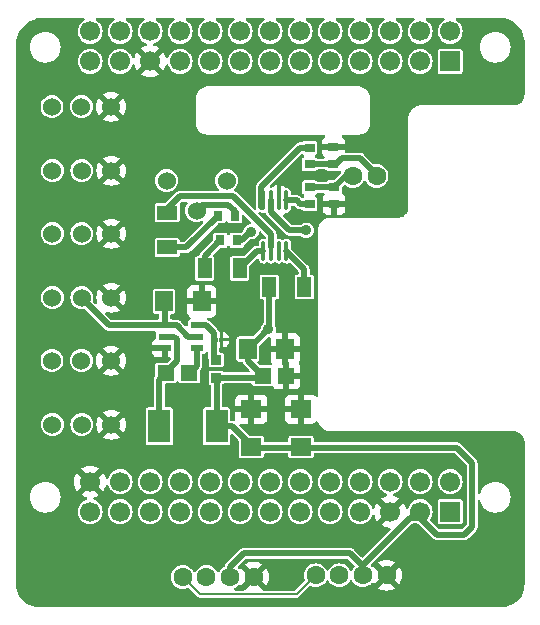
<source format=gbl>
G04 #@! TF.GenerationSoftware,KiCad,Pcbnew,7.0.5-0*
G04 #@! TF.CreationDate,2024-11-07T13:17:23-08:00*
G04 #@! TF.ProjectId,MilkVHat,4d696c6b-5648-4617-942e-6b696361645f,rev?*
G04 #@! TF.SameCoordinates,PX5f5e100PY5f5e100*
G04 #@! TF.FileFunction,Copper,L2,Bot*
G04 #@! TF.FilePolarity,Positive*
%FSLAX46Y46*%
G04 Gerber Fmt 4.6, Leading zero omitted, Abs format (unit mm)*
G04 Created by KiCad (PCBNEW 7.0.5-0) date 2024-11-07 13:17:23*
%MOMM*%
%LPD*%
G01*
G04 APERTURE LIST*
G04 #@! TA.AperFunction,ComponentPad*
%ADD10C,1.524003*%
G04 #@! TD*
G04 #@! TA.AperFunction,ComponentPad*
%ADD11C,1.600000*%
G04 #@! TD*
G04 #@! TA.AperFunction,SMDPad,CuDef*
%ADD12R,0.864008X0.800000*%
G04 #@! TD*
G04 #@! TA.AperFunction,SMDPad,CuDef*
%ADD13R,0.800000X0.900000*%
G04 #@! TD*
G04 #@! TA.AperFunction,SMDPad,CuDef*
%ADD14R,1.207518X1.701016*%
G04 #@! TD*
G04 #@! TA.AperFunction,SMDPad,CuDef*
%ADD15R,0.864008X0.806477*%
G04 #@! TD*
G04 #@! TA.AperFunction,SMDPad,CuDef*
%ADD16R,1.727991X1.485014*%
G04 #@! TD*
G04 #@! TA.AperFunction,SMDPad,CuDef*
%ADD17R,1.410008X1.350013*%
G04 #@! TD*
G04 #@! TA.AperFunction,SMDPad,CuDef*
%ADD18R,1.905004X2.800000*%
G04 #@! TD*
G04 #@! TA.AperFunction,SMDPad,CuDef*
%ADD19R,1.100000X0.600000*%
G04 #@! TD*
G04 #@! TA.AperFunction,SMDPad,CuDef*
%ADD20O,0.364008X1.691999*%
G04 #@! TD*
G04 #@! TA.AperFunction,ComponentPad*
%ADD21R,1.700000X1.700000*%
G04 #@! TD*
G04 #@! TA.AperFunction,ComponentPad*
%ADD22C,1.700000*%
G04 #@! TD*
G04 #@! TA.AperFunction,SMDPad,CuDef*
%ADD23R,0.900000X0.800000*%
G04 #@! TD*
G04 #@! TA.AperFunction,SMDPad,CuDef*
%ADD24R,1.485014X1.727991*%
G04 #@! TD*
G04 #@! TA.AperFunction,SMDPad,CuDef*
%ADD25R,1.701016X1.207518*%
G04 #@! TD*
G04 #@! TA.AperFunction,SMDPad,CuDef*
%ADD26R,0.303124X0.324003*%
G04 #@! TD*
G04 #@! TA.AperFunction,ViaPad*
%ADD27C,0.900000*%
G04 #@! TD*
G04 #@! TA.AperFunction,Conductor*
%ADD28C,0.500000*%
G04 #@! TD*
G04 #@! TA.AperFunction,Conductor*
%ADD29C,0.200000*%
G04 #@! TD*
G04 APERTURE END LIST*
D10*
X8250000Y26250000D03*
X5749873Y26250000D03*
X3250000Y26250000D03*
D11*
X20300000Y2599999D03*
X18300000Y2599999D03*
X16300000Y2599999D03*
X14300000Y2599999D03*
X30700000Y36550000D03*
X28700000Y36550000D03*
D10*
X8220130Y20918503D03*
X5720003Y20918503D03*
X3220130Y20918503D03*
D11*
X31550000Y2749999D03*
X29550000Y2749999D03*
X27550000Y2749999D03*
X25550000Y2749999D03*
D10*
X8220130Y42418503D03*
X5720003Y42418503D03*
X3220130Y42418503D03*
X8250000Y15500000D03*
X5749873Y15500000D03*
X3250000Y15500000D03*
X8250000Y37000000D03*
X5749873Y37000000D03*
X3250000Y37000000D03*
X18000000Y36149999D03*
X15459995Y33609993D03*
X12919990Y36149999D03*
X8250000Y31668503D03*
X5749873Y31668503D03*
X3250000Y31668503D03*
D12*
X25025000Y38949897D03*
X25025000Y37550101D03*
D13*
X17299975Y33199999D03*
X18700025Y33199999D03*
D14*
X21621209Y27149999D03*
X24578791Y27149999D03*
D15*
X17125000Y19471633D03*
X17125000Y20978365D03*
D16*
X24300000Y13607417D03*
X24300000Y16792583D03*
D17*
X12849987Y19860915D03*
X14849987Y19860915D03*
D18*
X12299041Y15349999D03*
X17150959Y15349999D03*
D17*
X21050000Y19650000D03*
X23050000Y19650000D03*
D19*
X12774987Y22000037D03*
X12774987Y22949999D03*
X12774987Y23899961D03*
X15475013Y23899961D03*
X15475013Y22949999D03*
X15475013Y22000037D03*
D20*
X23063316Y30183051D03*
X22413075Y30183051D03*
X21763087Y30183051D03*
X21113100Y30183051D03*
X21113100Y34475151D03*
X21763087Y34475151D03*
X22413075Y34475151D03*
X23063316Y34475151D03*
D21*
X36934030Y46254869D03*
D22*
X36934030Y48794875D03*
X34394025Y46254869D03*
X34394025Y48794875D03*
X31854020Y46254869D03*
X31854020Y48794875D03*
X29314015Y46254869D03*
X29314015Y48794875D03*
X26774010Y46254869D03*
X26774010Y48794875D03*
X24234005Y46254869D03*
X24234005Y48794875D03*
X21694000Y46254869D03*
X21694000Y48794875D03*
X19153995Y46254869D03*
X19153995Y48794875D03*
X16613990Y46254869D03*
X16613990Y48794875D03*
X14073985Y46254869D03*
X14073985Y48794875D03*
X11533980Y46254869D03*
X11533980Y48794875D03*
X8993975Y46254869D03*
X8993975Y48794875D03*
X6453970Y46254869D03*
X6453970Y48794875D03*
D12*
X25050000Y34175101D03*
X25050000Y35574897D03*
D23*
X27050000Y37599974D03*
X27050000Y39000024D03*
D24*
X19782417Y21899999D03*
X22967583Y21899999D03*
D16*
X20100000Y13607417D03*
X20100000Y16792583D03*
D25*
X12975000Y30496208D03*
X12975000Y33453790D03*
D26*
X17074987Y22685915D03*
X17558095Y22685915D03*
D14*
X16146209Y28724999D03*
X19103791Y28724999D03*
D13*
X17474975Y31099999D03*
X18875025Y31099999D03*
D21*
X36940030Y8129996D03*
D22*
X36940030Y10670002D03*
X34400025Y8129996D03*
X34400025Y10670002D03*
X31860020Y8129996D03*
X31860020Y10670002D03*
X29320015Y8129996D03*
X29320015Y10670002D03*
X26780010Y8129996D03*
X26780010Y10670002D03*
X24240005Y8129996D03*
X24240005Y10670002D03*
X21700000Y8129996D03*
X21700000Y10670002D03*
X19159995Y8129996D03*
X19159995Y10670002D03*
X16619990Y8129996D03*
X16619990Y10670002D03*
X14079985Y8129996D03*
X14079985Y10670002D03*
X11539980Y8129996D03*
X11539980Y10670002D03*
X8999975Y8129996D03*
X8999975Y10670002D03*
X6459970Y8129996D03*
X6459970Y10670002D03*
D24*
X12707417Y25924999D03*
X15892583Y25924999D03*
D23*
X27100000Y35575024D03*
X27100000Y34174974D03*
D27*
X6500000Y3550000D03*
X17400000Y38300000D03*
X23850000Y36650000D03*
X12850000Y38250000D03*
X11950000Y28000000D03*
X23400000Y23900000D03*
X17800000Y6250000D03*
X35200000Y1650000D03*
X11950000Y31950000D03*
X19950000Y36750000D03*
X31600000Y38100000D03*
X24750000Y31949999D03*
X21550000Y23599999D03*
X20075000Y31824999D03*
D28*
X23306247Y31949999D02*
X21763087Y33493159D01*
X21763087Y33493159D02*
X21763087Y34475151D01*
X24750000Y31949999D02*
X23306247Y31949999D01*
X12774987Y23899961D02*
X12774987Y25857429D01*
X13824987Y23899961D02*
X14774949Y22949999D01*
X12774987Y23899961D02*
X13824987Y23899961D01*
X5824873Y26124999D02*
X8049911Y23899961D01*
X14774949Y22949999D02*
X15475013Y22949999D01*
X12774987Y25857429D02*
X12707417Y25924999D01*
X8049911Y23899961D02*
X12774987Y23899961D01*
X15475013Y20485941D02*
X14849987Y19860915D01*
X15475013Y22000037D02*
X15475013Y20485941D01*
X12774987Y22949999D02*
X13575025Y22949999D01*
X12299041Y15349999D02*
X12299041Y19309969D01*
X13575025Y22949999D02*
X13775000Y22750024D01*
X12299041Y19309969D02*
X12849987Y19860915D01*
X13775000Y20874999D02*
X12849987Y19949986D01*
X12849987Y19949986D02*
X12849987Y19860915D01*
X13775000Y22750024D02*
X13775000Y20874999D01*
X18700025Y33549949D02*
X18149975Y34099999D01*
X18149975Y34099999D02*
X15950001Y34099999D01*
X15950001Y34099999D02*
X15459995Y33609993D01*
X18700025Y33199999D02*
X18700025Y33549949D01*
X14596184Y30496208D02*
X17299975Y33199999D01*
X12975000Y30496208D02*
X14596184Y30496208D01*
X28450000Y4599999D02*
X19450000Y4599999D01*
X38800000Y6849999D02*
X38125000Y6174999D01*
X37499999Y13550000D02*
X38800000Y12249999D01*
D29*
X29550000Y3279971D02*
X29550000Y2749999D01*
D28*
X34400025Y7599975D02*
X34400025Y8129996D01*
X20871633Y19471633D02*
X17125000Y19471633D01*
X21050000Y19650000D02*
X20871633Y19471633D01*
X29550000Y2749999D02*
X29550000Y3499999D01*
X21621209Y23671208D02*
X21621209Y27149999D01*
X17150959Y15349999D02*
X18475000Y15349999D01*
X19782417Y21832416D02*
X19782417Y20917583D01*
X29550000Y2749999D02*
X29550000Y3599999D01*
X38800000Y12249999D02*
X38800000Y6849999D01*
X35825001Y6174999D02*
X34400025Y7599975D01*
X33550025Y7600024D02*
X34400025Y7600024D01*
X20747250Y13550000D02*
X37499999Y13550000D01*
X18300000Y3449999D02*
X18300000Y2599999D01*
X29550000Y3499999D02*
X28450000Y4599999D01*
D29*
X34400025Y7600024D02*
X34400025Y8129996D01*
D28*
X29550000Y3599999D02*
X33550025Y7600024D01*
X21550000Y23599999D02*
X19782417Y21832416D01*
X38125000Y6174999D02*
X35825001Y6174999D01*
X19782417Y20917583D02*
X21050000Y19650000D01*
X20689833Y13607417D02*
X20747250Y13550000D01*
X17150959Y15349999D02*
X17150959Y19445674D01*
X18475000Y15349999D02*
X20217582Y13607417D01*
X19450000Y4599999D02*
X18300000Y3449999D01*
X20000000Y31824999D02*
X20075000Y31824999D01*
X20075000Y31899999D02*
X19975000Y31799999D01*
X18875025Y31099999D02*
X19275000Y31099999D01*
X20075000Y31824999D02*
X20075000Y31899999D01*
X19275000Y31099999D02*
X20000000Y31824999D01*
X16146209Y29771233D02*
X17474975Y31099999D01*
X16146209Y28724999D02*
X16146209Y29771233D01*
X28074976Y36550000D02*
X27100000Y35575024D01*
X27100000Y35575024D02*
X25050127Y35575024D01*
X28700000Y36550000D02*
X28074976Y36550000D01*
X25050127Y35575024D02*
X25050000Y35574897D01*
X25025000Y37550101D02*
X27250101Y37550101D01*
X29300000Y38050000D02*
X30700000Y36650000D01*
X30700000Y36650000D02*
X30700000Y36550000D01*
X27250101Y37550101D02*
X27750000Y38050000D01*
X30700000Y36550000D02*
X30800000Y36650000D01*
X27750000Y38050000D02*
X29300000Y38050000D01*
X20950000Y35649999D02*
X20950000Y33950000D01*
X25025000Y38949897D02*
X24249898Y38949897D01*
X24249898Y38949897D02*
X20950000Y35649999D01*
X23063316Y34475151D02*
X23924849Y34475151D01*
X24224899Y34175101D02*
X25050000Y34175101D01*
X23924849Y34475151D02*
X24224899Y34175101D01*
D29*
X25550000Y2749999D02*
X23950000Y1149999D01*
X15750000Y1149999D02*
X14300000Y2599999D01*
X23950000Y1149999D02*
X15750000Y1149999D01*
D28*
X16900000Y23275012D02*
X16275051Y23899961D01*
X16900000Y21203365D02*
X16900000Y23275012D01*
X17125000Y20978365D02*
X16900000Y21203365D01*
X16275051Y23899961D02*
X15475013Y23899961D01*
X24578791Y27149999D02*
X24578791Y28667576D01*
X24578791Y28667576D02*
X23063316Y30183051D01*
X12975000Y33774999D02*
X14021995Y34821994D01*
X12975000Y33453790D02*
X12975000Y33774999D01*
X21781071Y31618928D02*
X21781071Y30505029D01*
X14021995Y34821994D02*
X18578005Y34821994D01*
X18578005Y34821994D02*
X21781071Y31618928D01*
X21113100Y30183051D02*
X20561843Y30183051D01*
X20561843Y30183051D02*
X19103791Y28724999D01*
G04 #@! TA.AperFunction,Conductor*
G36*
X19840507Y2390155D02*
G01*
X19918239Y2269201D01*
X20026900Y2175047D01*
X20157685Y2115319D01*
X20167466Y2113913D01*
X19540371Y1486818D01*
X19479048Y1453333D01*
X19452690Y1450499D01*
X18766889Y1450499D01*
X18699850Y1470184D01*
X18654095Y1522988D01*
X18644151Y1592146D01*
X18673176Y1655702D01*
X18708436Y1683857D01*
X18825579Y1746473D01*
X18858538Y1764089D01*
X19010883Y1889116D01*
X19010884Y1889117D01*
X19015051Y1894194D01*
X19072795Y1933530D01*
X19142640Y1935403D01*
X19202409Y1899217D01*
X19212481Y1886655D01*
X19220972Y1874528D01*
X19220974Y1874527D01*
X19816922Y2470476D01*
X19840507Y2390155D01*
G37*
G04 #@! TD.AperFunction*
G04 #@! TA.AperFunction,Conductor*
G36*
X20300043Y4136264D02*
G01*
X20320599Y4147068D01*
X20345031Y4149499D01*
X28212034Y4149499D01*
X28279073Y4129814D01*
X28299715Y4113180D01*
X28810535Y3602360D01*
X28844020Y3541037D01*
X28839036Y3471345D01*
X28818707Y3436014D01*
X28714091Y3308539D01*
X28714085Y3308532D01*
X28659358Y3206143D01*
X28610396Y3156298D01*
X28542258Y3140838D01*
X28476578Y3164670D01*
X28440642Y3206143D01*
X28385914Y3308532D01*
X28385909Y3308539D01*
X28260883Y3460883D01*
X28108539Y3585909D01*
X28108532Y3585913D01*
X27934733Y3678811D01*
X27934727Y3678813D01*
X27765549Y3730133D01*
X27746129Y3736024D01*
X27550000Y3755340D01*
X27353870Y3736024D01*
X27165266Y3678811D01*
X26991467Y3585913D01*
X26991460Y3585909D01*
X26839116Y3460883D01*
X26714090Y3308539D01*
X26714085Y3308532D01*
X26659358Y3206143D01*
X26610396Y3156298D01*
X26542258Y3140838D01*
X26476578Y3164670D01*
X26440642Y3206143D01*
X26385914Y3308532D01*
X26385909Y3308539D01*
X26260883Y3460883D01*
X26108539Y3585909D01*
X26108532Y3585913D01*
X25934733Y3678811D01*
X25934727Y3678813D01*
X25765549Y3730133D01*
X25746129Y3736024D01*
X25550000Y3755340D01*
X25353870Y3736024D01*
X25165266Y3678811D01*
X24991467Y3585913D01*
X24991460Y3585909D01*
X24839116Y3460883D01*
X24714090Y3308539D01*
X24714086Y3308532D01*
X24621188Y3134733D01*
X24563975Y2946129D01*
X24544659Y2750000D01*
X24563975Y2553870D01*
X24571789Y2528110D01*
X24618720Y2373400D01*
X24621190Y2365260D01*
X24623518Y2359640D01*
X24621411Y2358768D01*
X24633563Y2300312D01*
X24608542Y2235076D01*
X24597647Y2222619D01*
X23861848Y1486818D01*
X23800525Y1453333D01*
X23774167Y1450499D01*
X21147309Y1450499D01*
X21080270Y1470184D01*
X21059628Y1486818D01*
X20432534Y2113913D01*
X20442315Y2115319D01*
X20573100Y2175047D01*
X20681761Y2269201D01*
X20759493Y2390155D01*
X20783076Y2470476D01*
X21379025Y1874527D01*
X21430136Y1947521D01*
X21526264Y2153668D01*
X21526269Y2153682D01*
X21585139Y2373389D01*
X21585141Y2373400D01*
X21604966Y2599997D01*
X21604966Y2600002D01*
X21585141Y2826599D01*
X21585139Y2826610D01*
X21526269Y3046317D01*
X21526265Y3046326D01*
X21430133Y3252483D01*
X21430131Y3252487D01*
X21379026Y3325473D01*
X21379025Y3325473D01*
X20783076Y2729524D01*
X20759493Y2809843D01*
X20681761Y2930797D01*
X20573100Y3024951D01*
X20442315Y3084679D01*
X20432533Y3086086D01*
X21025472Y3679025D01*
X21025471Y3679026D01*
X20952483Y3730133D01*
X20952481Y3730134D01*
X20746326Y3826265D01*
X20746317Y3826269D01*
X20526610Y3885139D01*
X20526599Y3885141D01*
X20334224Y3901971D01*
X20302270Y3914470D01*
X20289904Y3906522D01*
X20265776Y3901971D01*
X20073400Y3885141D01*
X20073389Y3885139D01*
X19853682Y3826269D01*
X19853673Y3826265D01*
X19647513Y3730131D01*
X19574527Y3679027D01*
X19574526Y3679026D01*
X20167467Y3086086D01*
X20157685Y3084679D01*
X20026900Y3024951D01*
X19918239Y2930797D01*
X19840507Y2809843D01*
X19816923Y2729523D01*
X19220973Y3325473D01*
X19220971Y3325472D01*
X19212479Y3313343D01*
X19157902Y3269718D01*
X19088404Y3262526D01*
X19026049Y3294048D01*
X19015049Y3305806D01*
X19010884Y3310881D01*
X18999705Y3320056D01*
X18960372Y3377803D01*
X18958503Y3447647D01*
X18990689Y3503587D01*
X19600283Y4113180D01*
X19661607Y4146665D01*
X19687965Y4149499D01*
X20254969Y4149499D01*
X20300043Y4136264D01*
G37*
G04 #@! TD.AperFunction*
G04 #@! TA.AperFunction,Conductor*
G36*
X24443960Y38404344D02*
G01*
X24469517Y38391264D01*
X24524919Y38354245D01*
X24522862Y38351168D01*
X24560653Y38320708D01*
X24582710Y38254411D01*
X24565424Y38186714D01*
X24523576Y38147762D01*
X24524919Y38145753D01*
X24448443Y38094654D01*
X24404128Y38028332D01*
X24404127Y38028331D01*
X24392496Y37969854D01*
X24392496Y37130349D01*
X24404127Y37071872D01*
X24404128Y37071871D01*
X24448443Y37005549D01*
X24514765Y36961234D01*
X24514766Y36961233D01*
X24573243Y36949602D01*
X24573246Y36949601D01*
X24573248Y36949601D01*
X25476754Y36949601D01*
X25476755Y36949602D01*
X25499697Y36954165D01*
X25535233Y36961233D01*
X25535233Y36961234D01*
X25535235Y36961234D01*
X25601556Y37005549D01*
X25605200Y37011002D01*
X25627579Y37044493D01*
X25681191Y37089297D01*
X25730680Y37099601D01*
X26359906Y37099601D01*
X26426945Y37079916D01*
X26447587Y37063282D01*
X26455446Y37055423D01*
X26521769Y37011107D01*
X26521770Y37011106D01*
X26580247Y36999475D01*
X26580250Y36999474D01*
X26580252Y36999474D01*
X27519749Y36999474D01*
X27538265Y37003158D01*
X27577702Y37011002D01*
X27647293Y37004775D01*
X27702471Y36961913D01*
X27725716Y36896023D01*
X27709649Y36828026D01*
X27689575Y36801704D01*
X27099716Y36211843D01*
X27038393Y36178358D01*
X27012035Y36175524D01*
X26630247Y36175524D01*
X26571770Y36163893D01*
X26571769Y36163892D01*
X26505446Y36119576D01*
X26479425Y36080632D01*
X26425813Y36035828D01*
X26376324Y36025524D01*
X25755595Y36025524D01*
X25688556Y36045209D01*
X25652493Y36080632D01*
X25626555Y36119451D01*
X25560234Y36163765D01*
X25560233Y36163766D01*
X25501756Y36175397D01*
X25501752Y36175397D01*
X24598248Y36175397D01*
X24598243Y36175397D01*
X24539766Y36163766D01*
X24539765Y36163765D01*
X24473443Y36119450D01*
X24429128Y36053128D01*
X24429127Y36053127D01*
X24417496Y35994650D01*
X24417496Y35155145D01*
X24429127Y35096668D01*
X24429128Y35096667D01*
X24473443Y35030345D01*
X24549919Y34979245D01*
X24547862Y34976168D01*
X24585653Y34945708D01*
X24607710Y34879411D01*
X24590424Y34811714D01*
X24548576Y34772762D01*
X24549919Y34770753D01*
X24464546Y34713708D01*
X24397869Y34692830D01*
X24330489Y34711314D01*
X24307974Y34729129D01*
X24263757Y34773346D01*
X24259120Y34778534D01*
X24234726Y34809123D01*
X24211822Y34824739D01*
X24186518Y34841990D01*
X24184652Y34843315D01*
X24137735Y34877941D01*
X24137731Y34877944D01*
X24137726Y34877946D01*
X24130146Y34881953D01*
X24122524Y34885623D01*
X24066790Y34902814D01*
X24064601Y34903534D01*
X24046146Y34909991D01*
X24009544Y34922799D01*
X24001175Y34924383D01*
X23992753Y34925651D01*
X23992751Y34925651D01*
X23934427Y34925651D01*
X23932143Y34925694D01*
X23908251Y34926588D01*
X23873838Y34927876D01*
X23864605Y34926835D01*
X23864511Y34927665D01*
X23849213Y34925651D01*
X23569820Y34925651D01*
X23502781Y34945336D01*
X23457026Y34998140D01*
X23445820Y35049651D01*
X23445820Y35170840D01*
X23445820Y35170841D01*
X23430097Y35265062D01*
X23369339Y35377333D01*
X23350716Y35394477D01*
X23275421Y35463792D01*
X23158514Y35515073D01*
X23158507Y35515074D01*
X23030075Y35525716D01*
X22964890Y35550869D01*
X22938265Y35578851D01*
X22927309Y35594724D01*
X22803344Y35704547D01*
X22656691Y35781515D01*
X22595079Y35796701D01*
X22595079Y34417147D01*
X22575394Y34350108D01*
X22522590Y34304353D01*
X22471079Y34293147D01*
X22355071Y34293147D01*
X22288032Y34312832D01*
X22242277Y34365636D01*
X22231071Y34417147D01*
X22231071Y35796701D01*
X22169458Y35781515D01*
X22022805Y35704547D01*
X21898843Y35594726D01*
X21898833Y35594714D01*
X21885405Y35575262D01*
X21831120Y35531274D01*
X21773121Y35522130D01*
X21749861Y35524057D01*
X21684676Y35549210D01*
X21643437Y35605611D01*
X21639237Y35675354D01*
X21672416Y35735313D01*
X24312947Y38375845D01*
X24374268Y38409328D01*
X24443960Y38404344D01*
G37*
G04 #@! TD.AperFunction*
G04 #@! TA.AperFunction,Conductor*
G36*
X5938933Y49919815D02*
G01*
X5984688Y49867011D01*
X5994632Y49797853D01*
X5965607Y49734297D01*
X5930350Y49706144D01*
X5867520Y49672560D01*
X5867518Y49672559D01*
X5867517Y49672558D01*
X5707559Y49541286D01*
X5576287Y49381328D01*
X5478739Y49198832D01*
X5418669Y49000808D01*
X5398387Y48794875D01*
X5418669Y48588943D01*
X5441253Y48514495D01*
X5478738Y48390921D01*
X5576285Y48208425D01*
X5576287Y48208423D01*
X5707559Y48048465D01*
X5785362Y47984615D01*
X5867520Y47917190D01*
X6050016Y47819643D01*
X6248036Y47759575D01*
X6248035Y47759575D01*
X6266499Y47757757D01*
X6453970Y47739292D01*
X6659904Y47759575D01*
X6857924Y47819643D01*
X7040420Y47917190D01*
X7200380Y48048465D01*
X7331655Y48208425D01*
X7429202Y48390921D01*
X7489270Y48588941D01*
X7509553Y48794875D01*
X7489270Y49000809D01*
X7429202Y49198829D01*
X7331655Y49381325D01*
X7210148Y49529383D01*
X7200380Y49541286D01*
X7040422Y49672558D01*
X7040423Y49672558D01*
X7040420Y49672560D01*
X6977590Y49706144D01*
X6927748Y49755105D01*
X6912288Y49823242D01*
X6936120Y49888922D01*
X6991678Y49931291D01*
X7036046Y49939500D01*
X8411899Y49939500D01*
X8478938Y49919815D01*
X8524693Y49867011D01*
X8534637Y49797853D01*
X8505612Y49734297D01*
X8470355Y49706144D01*
X8407525Y49672560D01*
X8407523Y49672559D01*
X8407522Y49672558D01*
X8247564Y49541286D01*
X8116292Y49381328D01*
X8018744Y49198832D01*
X7958674Y49000808D01*
X7938392Y48794875D01*
X7958674Y48588943D01*
X7981258Y48514495D01*
X8018743Y48390921D01*
X8116290Y48208425D01*
X8116292Y48208423D01*
X8247564Y48048465D01*
X8325367Y47984615D01*
X8407525Y47917190D01*
X8590021Y47819643D01*
X8788041Y47759575D01*
X8788040Y47759575D01*
X8806504Y47757757D01*
X8993975Y47739292D01*
X9199909Y47759575D01*
X9397929Y47819643D01*
X9580425Y47917190D01*
X9740385Y48048465D01*
X9871660Y48208425D01*
X9969207Y48390921D01*
X10029275Y48588941D01*
X10049558Y48794875D01*
X10029275Y49000809D01*
X9969207Y49198829D01*
X9871660Y49381325D01*
X9750153Y49529383D01*
X9740385Y49541286D01*
X9580427Y49672558D01*
X9580428Y49672558D01*
X9580425Y49672560D01*
X9517595Y49706144D01*
X9467753Y49755105D01*
X9452293Y49823242D01*
X9476125Y49888922D01*
X9531683Y49931291D01*
X9576051Y49939500D01*
X10951904Y49939500D01*
X11018943Y49919815D01*
X11064698Y49867011D01*
X11074642Y49797853D01*
X11045617Y49734297D01*
X11010360Y49706144D01*
X10947530Y49672560D01*
X10947528Y49672559D01*
X10947527Y49672558D01*
X10787569Y49541286D01*
X10656297Y49381328D01*
X10558749Y49198832D01*
X10498679Y49000808D01*
X10478397Y48794875D01*
X10498679Y48588943D01*
X10521263Y48514495D01*
X10558748Y48390921D01*
X10656295Y48208425D01*
X10656297Y48208423D01*
X10787569Y48048465D01*
X10865372Y47984615D01*
X10947530Y47917190D01*
X11130026Y47819643D01*
X11196541Y47799466D01*
X11254979Y47761170D01*
X11283436Y47697358D01*
X11272877Y47628291D01*
X11226653Y47575897D01*
X11192640Y47561031D01*
X11070494Y47528302D01*
X11070487Y47528299D01*
X10856399Y47428468D01*
X10772605Y47369797D01*
X11362402Y46780000D01*
X11245515Y46729229D01*
X11128232Y46633812D01*
X11041040Y46510290D01*
X11010614Y46424682D01*
X10419052Y47016244D01*
X10360381Y46932450D01*
X10260550Y46718362D01*
X10260547Y46718356D01*
X10227819Y46596211D01*
X10191454Y46536551D01*
X10128607Y46506022D01*
X10059231Y46514317D01*
X10005353Y46558802D01*
X9989383Y46592310D01*
X9988200Y46596211D01*
X9969207Y46658823D01*
X9871660Y46841319D01*
X9819677Y46904660D01*
X9740385Y47001280D01*
X9590096Y47124617D01*
X9580425Y47132554D01*
X9397929Y47230101D01*
X9199909Y47290169D01*
X9199907Y47290170D01*
X9199909Y47290170D01*
X8993975Y47310452D01*
X8788042Y47290170D01*
X8590018Y47230100D01*
X8502089Y47183100D01*
X8407525Y47132554D01*
X8407523Y47132553D01*
X8407522Y47132552D01*
X8247564Y47001280D01*
X8116292Y46841322D01*
X8018744Y46658826D01*
X7958674Y46460802D01*
X7938392Y46254869D01*
X7958674Y46048937D01*
X7974907Y45995423D01*
X8018743Y45850915D01*
X8116290Y45668419D01*
X8116292Y45668417D01*
X8247564Y45508459D01*
X8344184Y45429167D01*
X8407525Y45377184D01*
X8590021Y45279637D01*
X8788041Y45219569D01*
X8788040Y45219569D01*
X8806504Y45217751D01*
X8993975Y45199286D01*
X9199909Y45219569D01*
X9397929Y45279637D01*
X9580425Y45377184D01*
X9740385Y45508459D01*
X9871660Y45668419D01*
X9969207Y45850915D01*
X9989384Y45917431D01*
X10027681Y45975868D01*
X10091493Y46004324D01*
X10160560Y45993764D01*
X10212953Y45947540D01*
X10227819Y45913527D01*
X10260546Y45791386D01*
X10260550Y45791377D01*
X10360380Y45577290D01*
X10360382Y45577286D01*
X10419052Y45493496D01*
X10419053Y45493496D01*
X11008039Y46082483D01*
X11010852Y46068949D01*
X11080411Y45934705D01*
X11183610Y45824207D01*
X11312794Y45745648D01*
X11363971Y45731309D01*
X10772605Y45139944D01*
X10856401Y45081270D01*
X11070487Y44981440D01*
X11070496Y44981436D01*
X11298653Y44920302D01*
X11298664Y44920300D01*
X11533978Y44899712D01*
X11533982Y44899712D01*
X11769295Y44920300D01*
X11769306Y44920302D01*
X11997463Y44981436D01*
X11997472Y44981440D01*
X12211558Y45081269D01*
X12211562Y45081271D01*
X12295353Y45139943D01*
X12295353Y45139944D01*
X11705558Y45729739D01*
X11822445Y45780509D01*
X11939728Y45875926D01*
X12026920Y45999448D01*
X12057345Y46085056D01*
X12648905Y45493496D01*
X12648906Y45493496D01*
X12707578Y45577287D01*
X12707580Y45577291D01*
X12807409Y45791377D01*
X12807413Y45791386D01*
X12840140Y45913527D01*
X12876504Y45973187D01*
X12939351Y46003717D01*
X13008727Y45995423D01*
X13062605Y45950938D01*
X13078575Y45917430D01*
X13098752Y45850917D01*
X13098753Y45850915D01*
X13196300Y45668419D01*
X13196302Y45668417D01*
X13327574Y45508459D01*
X13424194Y45429167D01*
X13487535Y45377184D01*
X13670031Y45279637D01*
X13868051Y45219569D01*
X13868050Y45219569D01*
X13886514Y45217751D01*
X14073985Y45199286D01*
X14279919Y45219569D01*
X14477939Y45279637D01*
X14660435Y45377184D01*
X14820395Y45508459D01*
X14951670Y45668419D01*
X15049217Y45850915D01*
X15109285Y46048935D01*
X15129568Y46254869D01*
X15129568Y46254870D01*
X15558407Y46254870D01*
X15578689Y46048937D01*
X15594922Y45995423D01*
X15638758Y45850915D01*
X15736305Y45668419D01*
X15736307Y45668417D01*
X15867579Y45508459D01*
X15964199Y45429167D01*
X16027540Y45377184D01*
X16210036Y45279637D01*
X16408056Y45219569D01*
X16408055Y45219569D01*
X16426519Y45217751D01*
X16613990Y45199286D01*
X16819924Y45219569D01*
X17017944Y45279637D01*
X17200440Y45377184D01*
X17360400Y45508459D01*
X17491675Y45668419D01*
X17589222Y45850915D01*
X17649290Y46048935D01*
X17669573Y46254869D01*
X18098412Y46254869D01*
X18118694Y46048937D01*
X18134927Y45995423D01*
X18178763Y45850915D01*
X18276310Y45668419D01*
X18276312Y45668417D01*
X18407584Y45508459D01*
X18504204Y45429167D01*
X18567545Y45377184D01*
X18750041Y45279637D01*
X18948061Y45219569D01*
X18948060Y45219569D01*
X18968343Y45217572D01*
X19153995Y45199286D01*
X19359929Y45219569D01*
X19557949Y45279637D01*
X19740445Y45377184D01*
X19900405Y45508459D01*
X20031680Y45668419D01*
X20129227Y45850915D01*
X20189295Y46048935D01*
X20209578Y46254869D01*
X20209578Y46254870D01*
X20638417Y46254870D01*
X20658699Y46048937D01*
X20674932Y45995423D01*
X20718768Y45850915D01*
X20816315Y45668419D01*
X20816317Y45668417D01*
X20947589Y45508459D01*
X21044209Y45429167D01*
X21107550Y45377184D01*
X21290046Y45279637D01*
X21488066Y45219569D01*
X21488065Y45219569D01*
X21506529Y45217751D01*
X21694000Y45199286D01*
X21899934Y45219569D01*
X22097954Y45279637D01*
X22280450Y45377184D01*
X22440410Y45508459D01*
X22571685Y45668419D01*
X22669232Y45850915D01*
X22729300Y46048935D01*
X22749583Y46254869D01*
X22749583Y46254870D01*
X23178422Y46254870D01*
X23198704Y46048937D01*
X23214937Y45995423D01*
X23258773Y45850915D01*
X23356320Y45668419D01*
X23356322Y45668417D01*
X23487594Y45508459D01*
X23584214Y45429167D01*
X23647555Y45377184D01*
X23830051Y45279637D01*
X24028071Y45219569D01*
X24028070Y45219569D01*
X24048353Y45217572D01*
X24234005Y45199286D01*
X24439939Y45219569D01*
X24637959Y45279637D01*
X24820455Y45377184D01*
X24980415Y45508459D01*
X25111690Y45668419D01*
X25209237Y45850915D01*
X25269305Y46048935D01*
X25289588Y46254869D01*
X25289588Y46254870D01*
X25718427Y46254870D01*
X25738709Y46048937D01*
X25754942Y45995423D01*
X25798778Y45850915D01*
X25896325Y45668419D01*
X25896327Y45668417D01*
X26027599Y45508459D01*
X26124219Y45429167D01*
X26187560Y45377184D01*
X26370056Y45279637D01*
X26568076Y45219569D01*
X26568075Y45219569D01*
X26586539Y45217751D01*
X26774010Y45199286D01*
X26979944Y45219569D01*
X27177964Y45279637D01*
X27360460Y45377184D01*
X27520420Y45508459D01*
X27651695Y45668419D01*
X27749242Y45850915D01*
X27809310Y46048935D01*
X27829593Y46254869D01*
X27829593Y46254870D01*
X28258432Y46254870D01*
X28278714Y46048937D01*
X28294947Y45995423D01*
X28338783Y45850915D01*
X28436330Y45668419D01*
X28436332Y45668417D01*
X28567604Y45508459D01*
X28664224Y45429167D01*
X28727565Y45377184D01*
X28910061Y45279637D01*
X29108081Y45219569D01*
X29108080Y45219569D01*
X29126544Y45217751D01*
X29314015Y45199286D01*
X29519949Y45219569D01*
X29717969Y45279637D01*
X29900465Y45377184D01*
X30060425Y45508459D01*
X30191700Y45668419D01*
X30289247Y45850915D01*
X30349315Y46048935D01*
X30369598Y46254869D01*
X30798437Y46254869D01*
X30818719Y46048937D01*
X30834952Y45995423D01*
X30878788Y45850915D01*
X30976335Y45668419D01*
X30976337Y45668417D01*
X31107609Y45508459D01*
X31204229Y45429167D01*
X31267570Y45377184D01*
X31450066Y45279637D01*
X31648086Y45219569D01*
X31648085Y45219569D01*
X31666549Y45217751D01*
X31854020Y45199286D01*
X32059954Y45219569D01*
X32257974Y45279637D01*
X32440470Y45377184D01*
X32600430Y45508459D01*
X32731705Y45668419D01*
X32829252Y45850915D01*
X32889320Y46048935D01*
X32909603Y46254869D01*
X32909603Y46254870D01*
X33338442Y46254870D01*
X33358724Y46048937D01*
X33374957Y45995423D01*
X33418793Y45850915D01*
X33516340Y45668419D01*
X33516342Y45668417D01*
X33647614Y45508459D01*
X33744234Y45429167D01*
X33807575Y45377184D01*
X33990071Y45279637D01*
X34188091Y45219569D01*
X34188090Y45219569D01*
X34206554Y45217751D01*
X34394025Y45199286D01*
X34599959Y45219569D01*
X34797979Y45279637D01*
X34980475Y45377184D01*
X34990141Y45385117D01*
X35883530Y45385117D01*
X35895161Y45326640D01*
X35895162Y45326639D01*
X35939477Y45260317D01*
X36005799Y45216002D01*
X36005800Y45216001D01*
X36064277Y45204370D01*
X36064280Y45204369D01*
X36064282Y45204369D01*
X37803780Y45204369D01*
X37803781Y45204370D01*
X37818598Y45207317D01*
X37862259Y45216001D01*
X37862259Y45216002D01*
X37862261Y45216002D01*
X37928582Y45260317D01*
X37972897Y45326638D01*
X37972897Y45326640D01*
X37972898Y45326640D01*
X37984529Y45385117D01*
X37984530Y45385119D01*
X37984530Y47124620D01*
X37984529Y47124622D01*
X37972898Y47183099D01*
X37972897Y47183100D01*
X37928582Y47249422D01*
X37862260Y47293737D01*
X37862259Y47293738D01*
X37803782Y47305369D01*
X37803778Y47305369D01*
X36064282Y47305369D01*
X36064277Y47305369D01*
X36005800Y47293738D01*
X36005799Y47293737D01*
X35939477Y47249422D01*
X35895162Y47183100D01*
X35895161Y47183099D01*
X35883530Y47124622D01*
X35883530Y45385117D01*
X34990141Y45385117D01*
X35140435Y45508459D01*
X35271710Y45668419D01*
X35369257Y45850915D01*
X35429325Y46048935D01*
X35449608Y46254869D01*
X35429325Y46460803D01*
X35369257Y46658823D01*
X35271710Y46841319D01*
X35219727Y46904660D01*
X35140435Y47001280D01*
X34990146Y47124617D01*
X34980475Y47132554D01*
X34797979Y47230101D01*
X34599959Y47290169D01*
X34599957Y47290170D01*
X34599959Y47290170D01*
X34394025Y47310452D01*
X34188092Y47290170D01*
X33990068Y47230100D01*
X33902139Y47183100D01*
X33807575Y47132554D01*
X33807573Y47132553D01*
X33807572Y47132552D01*
X33647614Y47001280D01*
X33516342Y46841322D01*
X33418794Y46658826D01*
X33358724Y46460802D01*
X33338442Y46254870D01*
X32909603Y46254870D01*
X32889320Y46460803D01*
X32829252Y46658823D01*
X32731705Y46841319D01*
X32679722Y46904660D01*
X32600430Y47001280D01*
X32450141Y47124617D01*
X32440470Y47132554D01*
X32257974Y47230101D01*
X32059954Y47290169D01*
X32059952Y47290170D01*
X32059954Y47290170D01*
X31872483Y47308634D01*
X31854020Y47310452D01*
X31854019Y47310452D01*
X31648087Y47290170D01*
X31450063Y47230100D01*
X31362134Y47183100D01*
X31267570Y47132554D01*
X31267568Y47132553D01*
X31267567Y47132552D01*
X31107609Y47001280D01*
X30976337Y46841322D01*
X30878789Y46658826D01*
X30818719Y46460802D01*
X30798437Y46254869D01*
X30369598Y46254869D01*
X30349315Y46460803D01*
X30289247Y46658823D01*
X30191700Y46841319D01*
X30139717Y46904660D01*
X30060425Y47001280D01*
X29910136Y47124617D01*
X29900465Y47132554D01*
X29717969Y47230101D01*
X29519949Y47290169D01*
X29519947Y47290170D01*
X29519949Y47290170D01*
X29314015Y47310452D01*
X29108082Y47290170D01*
X28910058Y47230100D01*
X28822129Y47183100D01*
X28727565Y47132554D01*
X28727563Y47132553D01*
X28727562Y47132552D01*
X28567604Y47001280D01*
X28436332Y46841322D01*
X28338784Y46658826D01*
X28278714Y46460802D01*
X28258432Y46254870D01*
X27829593Y46254870D01*
X27809310Y46460803D01*
X27749242Y46658823D01*
X27651695Y46841319D01*
X27599712Y46904660D01*
X27520420Y47001280D01*
X27370131Y47124617D01*
X27360460Y47132554D01*
X27177964Y47230101D01*
X26979944Y47290169D01*
X26979942Y47290170D01*
X26979944Y47290170D01*
X26792473Y47308634D01*
X26774010Y47310452D01*
X26774009Y47310452D01*
X26568077Y47290170D01*
X26370053Y47230100D01*
X26282124Y47183100D01*
X26187560Y47132554D01*
X26187558Y47132553D01*
X26187557Y47132552D01*
X26027599Y47001280D01*
X25896327Y46841322D01*
X25798779Y46658826D01*
X25738709Y46460802D01*
X25718427Y46254870D01*
X25289588Y46254870D01*
X25269305Y46460803D01*
X25209237Y46658823D01*
X25111690Y46841319D01*
X25059707Y46904660D01*
X24980415Y47001280D01*
X24830126Y47124617D01*
X24820455Y47132554D01*
X24637959Y47230101D01*
X24439939Y47290169D01*
X24439937Y47290170D01*
X24439939Y47290170D01*
X24234005Y47310452D01*
X24028072Y47290170D01*
X23830048Y47230100D01*
X23742119Y47183100D01*
X23647555Y47132554D01*
X23647553Y47132553D01*
X23647552Y47132552D01*
X23487594Y47001280D01*
X23356322Y46841322D01*
X23258774Y46658826D01*
X23198704Y46460802D01*
X23178422Y46254870D01*
X22749583Y46254870D01*
X22729300Y46460803D01*
X22669232Y46658823D01*
X22571685Y46841319D01*
X22519702Y46904660D01*
X22440410Y47001280D01*
X22290121Y47124617D01*
X22280450Y47132554D01*
X22097954Y47230101D01*
X21899934Y47290169D01*
X21899932Y47290170D01*
X21899934Y47290170D01*
X21712463Y47308634D01*
X21694000Y47310452D01*
X21693999Y47310452D01*
X21488067Y47290170D01*
X21290043Y47230100D01*
X21202114Y47183100D01*
X21107550Y47132554D01*
X21107548Y47132553D01*
X21107547Y47132552D01*
X20947589Y47001280D01*
X20816317Y46841322D01*
X20718769Y46658826D01*
X20658699Y46460802D01*
X20638417Y46254870D01*
X20209578Y46254870D01*
X20189295Y46460803D01*
X20129227Y46658823D01*
X20031680Y46841319D01*
X19979697Y46904660D01*
X19900405Y47001280D01*
X19750116Y47124617D01*
X19740445Y47132554D01*
X19557949Y47230101D01*
X19359929Y47290169D01*
X19359927Y47290170D01*
X19359929Y47290170D01*
X19153995Y47310452D01*
X18948062Y47290170D01*
X18750038Y47230100D01*
X18662109Y47183100D01*
X18567545Y47132554D01*
X18567543Y47132553D01*
X18567542Y47132552D01*
X18407584Y47001280D01*
X18276312Y46841322D01*
X18178764Y46658826D01*
X18118694Y46460802D01*
X18098412Y46254869D01*
X17669573Y46254869D01*
X17649290Y46460803D01*
X17589222Y46658823D01*
X17491675Y46841319D01*
X17439692Y46904660D01*
X17360400Y47001280D01*
X17210111Y47124617D01*
X17200440Y47132554D01*
X17017944Y47230101D01*
X16819924Y47290169D01*
X16819922Y47290170D01*
X16819924Y47290170D01*
X16632453Y47308634D01*
X16613990Y47310452D01*
X16613989Y47310452D01*
X16408057Y47290170D01*
X16210033Y47230100D01*
X16122104Y47183100D01*
X16027540Y47132554D01*
X16027538Y47132553D01*
X16027537Y47132552D01*
X15867579Y47001280D01*
X15736307Y46841322D01*
X15638759Y46658826D01*
X15578689Y46460802D01*
X15558407Y46254870D01*
X15129568Y46254870D01*
X15109285Y46460803D01*
X15049217Y46658823D01*
X14951670Y46841319D01*
X14899687Y46904660D01*
X14820395Y47001280D01*
X14670106Y47124617D01*
X14660435Y47132554D01*
X14477939Y47230101D01*
X14279919Y47290169D01*
X14279917Y47290170D01*
X14279919Y47290170D01*
X14073985Y47310452D01*
X13868052Y47290170D01*
X13670028Y47230100D01*
X13582099Y47183100D01*
X13487535Y47132554D01*
X13487533Y47132553D01*
X13487532Y47132552D01*
X13327574Y47001280D01*
X13196302Y46841322D01*
X13098753Y46658824D01*
X13078575Y46592308D01*
X13040277Y46533870D01*
X12976464Y46505414D01*
X12907398Y46515976D01*
X12855005Y46562201D01*
X12840140Y46596212D01*
X12807413Y46718353D01*
X12807409Y46718362D01*
X12707580Y46932446D01*
X12707579Y46932448D01*
X12648905Y47016243D01*
X12648905Y47016244D01*
X12059919Y46427259D01*
X12057108Y46440789D01*
X11987549Y46575033D01*
X11884350Y46685531D01*
X11755166Y46764090D01*
X11703988Y46778430D01*
X12295353Y47369796D01*
X12295353Y47369797D01*
X12211563Y47428467D01*
X12211559Y47428469D01*
X12165388Y47449999D01*
X39444532Y47449999D01*
X39464364Y47223314D01*
X39464366Y47223303D01*
X39523258Y47003512D01*
X39523261Y47003503D01*
X39619431Y46797268D01*
X39619432Y46797266D01*
X39749954Y46610859D01*
X39910858Y46449955D01*
X39910861Y46449953D01*
X40097266Y46319432D01*
X40303504Y46223261D01*
X40303509Y46223260D01*
X40303511Y46223259D01*
X40356415Y46209084D01*
X40523308Y46164365D01*
X40685230Y46150199D01*
X40749998Y46144532D01*
X40750000Y46144532D01*
X40750002Y46144532D01*
X40806672Y46149491D01*
X40976692Y46164365D01*
X41196496Y46223261D01*
X41402734Y46319432D01*
X41589139Y46449953D01*
X41750047Y46610861D01*
X41880568Y46797266D01*
X41976739Y47003504D01*
X42035635Y47223308D01*
X42055468Y47450000D01*
X42035635Y47676692D01*
X41990916Y47843585D01*
X41976741Y47896489D01*
X41976738Y47896498D01*
X41942213Y47970536D01*
X41880568Y48102734D01*
X41750047Y48289139D01*
X41750045Y48289142D01*
X41589141Y48450046D01*
X41402734Y48580568D01*
X41402732Y48580569D01*
X41196497Y48676739D01*
X41196488Y48676742D01*
X40976697Y48735634D01*
X40976693Y48735635D01*
X40976692Y48735635D01*
X40976691Y48735636D01*
X40976686Y48735636D01*
X40750002Y48755468D01*
X40749998Y48755468D01*
X40523313Y48735636D01*
X40523302Y48735634D01*
X40303511Y48676742D01*
X40303502Y48676739D01*
X40097267Y48580569D01*
X40097265Y48580568D01*
X39910858Y48450046D01*
X39749954Y48289142D01*
X39619432Y48102735D01*
X39619431Y48102733D01*
X39523261Y47896498D01*
X39523258Y47896489D01*
X39464366Y47676698D01*
X39464364Y47676687D01*
X39444532Y47450002D01*
X39444532Y47449999D01*
X12165388Y47449999D01*
X11997472Y47528299D01*
X11997465Y47528302D01*
X11875319Y47561031D01*
X11815659Y47597396D01*
X11785130Y47660243D01*
X11793425Y47729619D01*
X11837910Y47783497D01*
X11871414Y47799465D01*
X11937934Y47819643D01*
X12120430Y47917190D01*
X12280390Y48048465D01*
X12411665Y48208425D01*
X12509212Y48390921D01*
X12569280Y48588941D01*
X12589563Y48794875D01*
X12569280Y49000809D01*
X12509212Y49198829D01*
X12411665Y49381325D01*
X12290158Y49529383D01*
X12280390Y49541286D01*
X12120432Y49672558D01*
X12120433Y49672558D01*
X12120430Y49672560D01*
X12057600Y49706144D01*
X12007758Y49755105D01*
X11992298Y49823242D01*
X12016130Y49888922D01*
X12071688Y49931291D01*
X12116056Y49939500D01*
X13491909Y49939500D01*
X13558948Y49919815D01*
X13604703Y49867011D01*
X13614647Y49797853D01*
X13585622Y49734297D01*
X13550365Y49706144D01*
X13487535Y49672560D01*
X13487533Y49672559D01*
X13487532Y49672558D01*
X13327574Y49541286D01*
X13196302Y49381328D01*
X13098754Y49198832D01*
X13038684Y49000808D01*
X13018402Y48794876D01*
X13038684Y48588943D01*
X13061268Y48514495D01*
X13098753Y48390921D01*
X13196300Y48208425D01*
X13196302Y48208423D01*
X13327574Y48048465D01*
X13405377Y47984615D01*
X13487535Y47917190D01*
X13670031Y47819643D01*
X13868051Y47759575D01*
X13868050Y47759575D01*
X13886514Y47757757D01*
X14073985Y47739292D01*
X14279919Y47759575D01*
X14477939Y47819643D01*
X14660435Y47917190D01*
X14820395Y48048465D01*
X14951670Y48208425D01*
X15049217Y48390921D01*
X15109285Y48588941D01*
X15129568Y48794875D01*
X15109285Y49000809D01*
X15049217Y49198829D01*
X14951670Y49381325D01*
X14830163Y49529383D01*
X14820395Y49541286D01*
X14660437Y49672558D01*
X14660438Y49672558D01*
X14660435Y49672560D01*
X14597605Y49706144D01*
X14547763Y49755105D01*
X14532303Y49823242D01*
X14556135Y49888922D01*
X14611693Y49931291D01*
X14656061Y49939500D01*
X16031914Y49939500D01*
X16098953Y49919815D01*
X16144708Y49867011D01*
X16154652Y49797853D01*
X16125627Y49734297D01*
X16090370Y49706144D01*
X16027540Y49672560D01*
X16027538Y49672559D01*
X16027537Y49672558D01*
X15867579Y49541286D01*
X15736307Y49381328D01*
X15638759Y49198832D01*
X15578689Y49000808D01*
X15558407Y48794875D01*
X15578689Y48588943D01*
X15601273Y48514495D01*
X15638758Y48390921D01*
X15736305Y48208425D01*
X15736307Y48208423D01*
X15867579Y48048465D01*
X15945382Y47984615D01*
X16027540Y47917190D01*
X16210036Y47819643D01*
X16408056Y47759575D01*
X16408055Y47759575D01*
X16428337Y47757578D01*
X16613990Y47739292D01*
X16819924Y47759575D01*
X17017944Y47819643D01*
X17200440Y47917190D01*
X17360400Y48048465D01*
X17491675Y48208425D01*
X17589222Y48390921D01*
X17649290Y48588941D01*
X17669573Y48794875D01*
X17649290Y49000809D01*
X17589222Y49198829D01*
X17491675Y49381325D01*
X17370168Y49529383D01*
X17360400Y49541286D01*
X17200442Y49672558D01*
X17200443Y49672558D01*
X17200440Y49672560D01*
X17137610Y49706144D01*
X17087768Y49755105D01*
X17072308Y49823242D01*
X17096140Y49888922D01*
X17151698Y49931291D01*
X17196066Y49939500D01*
X18571919Y49939500D01*
X18638958Y49919815D01*
X18684713Y49867011D01*
X18694657Y49797853D01*
X18665632Y49734297D01*
X18630375Y49706144D01*
X18567545Y49672560D01*
X18567543Y49672559D01*
X18567542Y49672558D01*
X18407584Y49541286D01*
X18276312Y49381328D01*
X18178764Y49198832D01*
X18118694Y49000808D01*
X18098412Y48794875D01*
X18118694Y48588943D01*
X18141278Y48514495D01*
X18178763Y48390921D01*
X18276310Y48208425D01*
X18276312Y48208423D01*
X18407584Y48048465D01*
X18485387Y47984615D01*
X18567545Y47917190D01*
X18750041Y47819643D01*
X18948061Y47759575D01*
X18948060Y47759575D01*
X18966524Y47757757D01*
X19153995Y47739292D01*
X19359929Y47759575D01*
X19557949Y47819643D01*
X19740445Y47917190D01*
X19900405Y48048465D01*
X20031680Y48208425D01*
X20129227Y48390921D01*
X20189295Y48588941D01*
X20209578Y48794875D01*
X20189295Y49000809D01*
X20129227Y49198829D01*
X20031680Y49381325D01*
X19910173Y49529383D01*
X19900405Y49541286D01*
X19740447Y49672558D01*
X19740448Y49672558D01*
X19740445Y49672560D01*
X19677615Y49706144D01*
X19627773Y49755105D01*
X19612313Y49823242D01*
X19636145Y49888922D01*
X19691703Y49931291D01*
X19736071Y49939500D01*
X21111924Y49939500D01*
X21178963Y49919815D01*
X21224718Y49867011D01*
X21234662Y49797853D01*
X21205637Y49734297D01*
X21170380Y49706144D01*
X21107550Y49672560D01*
X21107548Y49672559D01*
X21107547Y49672558D01*
X20947589Y49541286D01*
X20816317Y49381328D01*
X20718769Y49198832D01*
X20658699Y49000808D01*
X20638417Y48794875D01*
X20658699Y48588943D01*
X20681283Y48514495D01*
X20718768Y48390921D01*
X20816315Y48208425D01*
X20816317Y48208423D01*
X20947589Y48048465D01*
X21025392Y47984615D01*
X21107550Y47917190D01*
X21290046Y47819643D01*
X21488066Y47759575D01*
X21488065Y47759575D01*
X21508347Y47757578D01*
X21694000Y47739292D01*
X21899934Y47759575D01*
X22097954Y47819643D01*
X22280450Y47917190D01*
X22440410Y48048465D01*
X22571685Y48208425D01*
X22669232Y48390921D01*
X22729300Y48588941D01*
X22749583Y48794875D01*
X22729300Y49000809D01*
X22669232Y49198829D01*
X22571685Y49381325D01*
X22450178Y49529383D01*
X22440410Y49541286D01*
X22280452Y49672558D01*
X22280453Y49672558D01*
X22280450Y49672560D01*
X22217620Y49706144D01*
X22167778Y49755105D01*
X22152318Y49823242D01*
X22176150Y49888922D01*
X22231708Y49931291D01*
X22276076Y49939500D01*
X23651929Y49939500D01*
X23718968Y49919815D01*
X23764723Y49867011D01*
X23774667Y49797853D01*
X23745642Y49734297D01*
X23710385Y49706144D01*
X23647555Y49672560D01*
X23647553Y49672559D01*
X23647552Y49672558D01*
X23487594Y49541286D01*
X23356322Y49381328D01*
X23258774Y49198832D01*
X23198704Y49000808D01*
X23178422Y48794875D01*
X23198704Y48588943D01*
X23221288Y48514495D01*
X23258773Y48390921D01*
X23356320Y48208425D01*
X23356322Y48208423D01*
X23487594Y48048465D01*
X23565397Y47984615D01*
X23647555Y47917190D01*
X23830051Y47819643D01*
X24028071Y47759575D01*
X24028070Y47759575D01*
X24046534Y47757757D01*
X24234005Y47739292D01*
X24439939Y47759575D01*
X24637959Y47819643D01*
X24820455Y47917190D01*
X24980415Y48048465D01*
X25111690Y48208425D01*
X25209237Y48390921D01*
X25269305Y48588941D01*
X25289588Y48794875D01*
X25269305Y49000809D01*
X25209237Y49198829D01*
X25111690Y49381325D01*
X24990183Y49529383D01*
X24980415Y49541286D01*
X24820457Y49672558D01*
X24820458Y49672558D01*
X24820455Y49672560D01*
X24757625Y49706144D01*
X24707783Y49755105D01*
X24692323Y49823242D01*
X24716155Y49888922D01*
X24771713Y49931291D01*
X24816081Y49939500D01*
X26191934Y49939500D01*
X26258973Y49919815D01*
X26304728Y49867011D01*
X26314672Y49797853D01*
X26285647Y49734297D01*
X26250390Y49706144D01*
X26187560Y49672560D01*
X26187558Y49672559D01*
X26187557Y49672558D01*
X26027599Y49541286D01*
X25896327Y49381328D01*
X25798779Y49198832D01*
X25738709Y49000808D01*
X25718427Y48794875D01*
X25738709Y48588943D01*
X25761293Y48514495D01*
X25798778Y48390921D01*
X25896325Y48208425D01*
X25896327Y48208423D01*
X26027599Y48048465D01*
X26105402Y47984615D01*
X26187560Y47917190D01*
X26370056Y47819643D01*
X26568076Y47759575D01*
X26568075Y47759575D01*
X26588357Y47757578D01*
X26774010Y47739292D01*
X26979944Y47759575D01*
X27177964Y47819643D01*
X27360460Y47917190D01*
X27520420Y48048465D01*
X27651695Y48208425D01*
X27749242Y48390921D01*
X27809310Y48588941D01*
X27829593Y48794875D01*
X27809310Y49000809D01*
X27749242Y49198829D01*
X27651695Y49381325D01*
X27530188Y49529383D01*
X27520420Y49541286D01*
X27360462Y49672558D01*
X27360463Y49672558D01*
X27360460Y49672560D01*
X27297630Y49706144D01*
X27247788Y49755105D01*
X27232328Y49823242D01*
X27256160Y49888922D01*
X27311718Y49931291D01*
X27356086Y49939500D01*
X28731939Y49939500D01*
X28798978Y49919815D01*
X28844733Y49867011D01*
X28854677Y49797853D01*
X28825652Y49734297D01*
X28790395Y49706144D01*
X28727565Y49672560D01*
X28727563Y49672559D01*
X28727562Y49672558D01*
X28567604Y49541286D01*
X28436332Y49381328D01*
X28338784Y49198832D01*
X28278714Y49000808D01*
X28258432Y48794875D01*
X28278714Y48588943D01*
X28301298Y48514495D01*
X28338783Y48390921D01*
X28436330Y48208425D01*
X28436332Y48208423D01*
X28567604Y48048465D01*
X28645407Y47984615D01*
X28727565Y47917190D01*
X28910061Y47819643D01*
X29108081Y47759575D01*
X29108080Y47759575D01*
X29126544Y47757757D01*
X29314015Y47739292D01*
X29519949Y47759575D01*
X29717969Y47819643D01*
X29900465Y47917190D01*
X30060425Y48048465D01*
X30191700Y48208425D01*
X30289247Y48390921D01*
X30349315Y48588941D01*
X30369598Y48794875D01*
X30349315Y49000809D01*
X30289247Y49198829D01*
X30191700Y49381325D01*
X30070193Y49529383D01*
X30060425Y49541286D01*
X29900467Y49672558D01*
X29900468Y49672558D01*
X29900465Y49672560D01*
X29837635Y49706144D01*
X29787793Y49755105D01*
X29772333Y49823242D01*
X29796165Y49888922D01*
X29851723Y49931291D01*
X29896091Y49939500D01*
X31271944Y49939500D01*
X31338983Y49919815D01*
X31384738Y49867011D01*
X31394682Y49797853D01*
X31365657Y49734297D01*
X31330400Y49706144D01*
X31267570Y49672560D01*
X31267568Y49672559D01*
X31267567Y49672558D01*
X31107609Y49541286D01*
X30976337Y49381328D01*
X30878789Y49198832D01*
X30818719Y49000808D01*
X30798437Y48794875D01*
X30818719Y48588943D01*
X30841303Y48514495D01*
X30878788Y48390921D01*
X30976335Y48208425D01*
X30976337Y48208423D01*
X31107609Y48048465D01*
X31185412Y47984615D01*
X31267570Y47917190D01*
X31450066Y47819643D01*
X31648086Y47759575D01*
X31648085Y47759575D01*
X31668368Y47757578D01*
X31854020Y47739292D01*
X32059954Y47759575D01*
X32257974Y47819643D01*
X32440470Y47917190D01*
X32600430Y48048465D01*
X32731705Y48208425D01*
X32829252Y48390921D01*
X32889320Y48588941D01*
X32909603Y48794875D01*
X32889320Y49000809D01*
X32829252Y49198829D01*
X32731705Y49381325D01*
X32610198Y49529383D01*
X32600430Y49541286D01*
X32440472Y49672558D01*
X32440473Y49672558D01*
X32440470Y49672560D01*
X32377640Y49706144D01*
X32327798Y49755105D01*
X32312338Y49823242D01*
X32336170Y49888922D01*
X32391728Y49931291D01*
X32436096Y49939500D01*
X33811949Y49939500D01*
X33878988Y49919815D01*
X33924743Y49867011D01*
X33934687Y49797853D01*
X33905662Y49734297D01*
X33870405Y49706144D01*
X33807575Y49672560D01*
X33807573Y49672559D01*
X33807572Y49672558D01*
X33647614Y49541286D01*
X33516342Y49381328D01*
X33418794Y49198832D01*
X33358724Y49000808D01*
X33338442Y48794875D01*
X33358724Y48588943D01*
X33381308Y48514495D01*
X33418793Y48390921D01*
X33516340Y48208425D01*
X33516342Y48208423D01*
X33647614Y48048465D01*
X33725417Y47984615D01*
X33807575Y47917190D01*
X33990071Y47819643D01*
X34188091Y47759575D01*
X34188090Y47759575D01*
X34206554Y47757757D01*
X34394025Y47739292D01*
X34599959Y47759575D01*
X34797979Y47819643D01*
X34980475Y47917190D01*
X35140435Y48048465D01*
X35271710Y48208425D01*
X35369257Y48390921D01*
X35429325Y48588941D01*
X35449608Y48794875D01*
X35429325Y49000809D01*
X35369257Y49198829D01*
X35271710Y49381325D01*
X35150203Y49529383D01*
X35140435Y49541286D01*
X34980477Y49672558D01*
X34980478Y49672558D01*
X34980475Y49672560D01*
X34917645Y49706144D01*
X34867803Y49755105D01*
X34852343Y49823242D01*
X34876175Y49888922D01*
X34931733Y49931291D01*
X34976101Y49939500D01*
X36351954Y49939500D01*
X36418993Y49919815D01*
X36464748Y49867011D01*
X36474692Y49797853D01*
X36445667Y49734297D01*
X36410410Y49706144D01*
X36347580Y49672560D01*
X36347578Y49672559D01*
X36347577Y49672558D01*
X36187619Y49541286D01*
X36056347Y49381328D01*
X35958799Y49198832D01*
X35898729Y49000808D01*
X35878447Y48794875D01*
X35898729Y48588943D01*
X35921313Y48514495D01*
X35958798Y48390921D01*
X36056345Y48208425D01*
X36056347Y48208423D01*
X36187619Y48048465D01*
X36265422Y47984615D01*
X36347580Y47917190D01*
X36530076Y47819643D01*
X36728096Y47759575D01*
X36728095Y47759575D01*
X36746559Y47757757D01*
X36934030Y47739292D01*
X37139964Y47759575D01*
X37337984Y47819643D01*
X37520480Y47917190D01*
X37680440Y48048465D01*
X37811715Y48208425D01*
X37909262Y48390921D01*
X37969330Y48588941D01*
X37989613Y48794875D01*
X37969330Y49000809D01*
X37909262Y49198829D01*
X37811715Y49381325D01*
X37690208Y49529383D01*
X37680440Y49541286D01*
X37520482Y49672558D01*
X37520483Y49672558D01*
X37520480Y49672560D01*
X37457650Y49706144D01*
X37407808Y49755105D01*
X37392348Y49823242D01*
X37416180Y49888922D01*
X37471738Y49931291D01*
X37516106Y49939500D01*
X41277792Y49939500D01*
X41296021Y49938153D01*
X41551766Y49900144D01*
X41559492Y49898487D01*
X41753869Y49843619D01*
X41814494Y49826506D01*
X41821941Y49823881D01*
X42065712Y49720044D01*
X42072760Y49716496D01*
X42191209Y49647054D01*
X42301339Y49582489D01*
X42307888Y49578067D01*
X42517556Y49416071D01*
X42523487Y49410853D01*
X42710851Y49223489D01*
X42716069Y49217558D01*
X42878063Y49007892D01*
X42882488Y49001340D01*
X42905660Y48961815D01*
X43003530Y48794875D01*
X43016489Y48772772D01*
X43020046Y48765707D01*
X43098908Y48580568D01*
X43123875Y48521957D01*
X43126505Y48514495D01*
X43198483Y48259503D01*
X43200143Y48251766D01*
X43238153Y47996023D01*
X43239500Y47977794D01*
X43239500Y43472706D01*
X43239264Y43467300D01*
X43226020Y43315931D01*
X43222267Y43294646D01*
X43185045Y43155730D01*
X43177652Y43135418D01*
X43116875Y43005082D01*
X43106068Y42986364D01*
X43023581Y42868560D01*
X43009687Y42852002D01*
X42907998Y42750313D01*
X42891440Y42736419D01*
X42773636Y42653932D01*
X42754918Y42643125D01*
X42624582Y42582348D01*
X42604270Y42574955D01*
X42465354Y42537733D01*
X42444069Y42533980D01*
X42326885Y42523728D01*
X42292695Y42520736D01*
X42287294Y42520500D01*
X34348090Y42520500D01*
X34167072Y42488582D01*
X33994346Y42425714D01*
X33994339Y42425711D01*
X33835157Y42333807D01*
X33835153Y42333805D01*
X33694347Y42215653D01*
X33576195Y42074847D01*
X33576193Y42074843D01*
X33484289Y41915661D01*
X33484286Y41915654D01*
X33421418Y41742928D01*
X33389500Y41561910D01*
X33389500Y41480045D01*
X33389499Y33932703D01*
X33389263Y33927297D01*
X33376021Y33775936D01*
X33372268Y33754651D01*
X33335048Y33615738D01*
X33327656Y33595428D01*
X33272026Y33476124D01*
X33266880Y33465089D01*
X33256072Y33446370D01*
X33173584Y33328563D01*
X33159690Y33312005D01*
X33058000Y33210315D01*
X33041443Y33196422D01*
X32923639Y33113933D01*
X32904919Y33103125D01*
X32774585Y33042350D01*
X32754275Y33034957D01*
X32615356Y32997733D01*
X32594070Y32993980D01*
X32477012Y32983739D01*
X32442809Y32980746D01*
X32437408Y32980510D01*
X26767728Y32980510D01*
X26767627Y32980500D01*
X26698091Y32980500D01*
X26517072Y32948582D01*
X26344351Y32885717D01*
X26344341Y32885713D01*
X26185157Y32793808D01*
X26044349Y32675657D01*
X25926199Y32534852D01*
X25926198Y32534851D01*
X25834290Y32375664D01*
X25834289Y32375662D01*
X25807447Y32301914D01*
X25772472Y32205822D01*
X25771420Y32202933D01*
X25739501Y32021919D01*
X25739500Y32021915D01*
X25739500Y17973205D01*
X25719815Y17906166D01*
X25667011Y17860411D01*
X25597853Y17850467D01*
X25534297Y17879492D01*
X25527854Y17886407D01*
X25527456Y17886008D01*
X25521183Y17892281D01*
X25406089Y17978441D01*
X25406082Y17978445D01*
X25271375Y18028687D01*
X25271368Y18028689D01*
X25211840Y18035090D01*
X24550000Y18035090D01*
X24550000Y15550076D01*
X25211824Y15550076D01*
X25211840Y15550077D01*
X25271368Y15556478D01*
X25271375Y15556480D01*
X25406082Y15606722D01*
X25406089Y15606726D01*
X25521182Y15692885D01*
X25560553Y15745477D01*
X25616487Y15787348D01*
X25686179Y15792332D01*
X25747502Y15758847D01*
X25776342Y15713576D01*
X25834293Y15554355D01*
X25851043Y15525343D01*
X25926197Y15395168D01*
X25926198Y15395166D01*
X26044343Y15254365D01*
X26044350Y15254358D01*
X26185159Y15136204D01*
X26344345Y15044297D01*
X26517073Y14981429D01*
X26698093Y14949510D01*
X26779955Y14949510D01*
X42273592Y14949510D01*
X42287294Y14949510D01*
X42292695Y14949275D01*
X42444070Y14936031D01*
X42465355Y14932278D01*
X42514340Y14919153D01*
X42604276Y14895055D01*
X42624577Y14887666D01*
X42754927Y14826883D01*
X42773633Y14816082D01*
X42874203Y14745664D01*
X42891444Y14733592D01*
X42908002Y14719698D01*
X43009692Y14618008D01*
X43023581Y14601456D01*
X43106077Y14483643D01*
X43116881Y14464930D01*
X43177659Y14334592D01*
X43185052Y14314281D01*
X43222275Y14175366D01*
X43226028Y14154081D01*
X43239264Y14002823D01*
X43239500Y13997416D01*
X43239500Y1992038D01*
X43239367Y1987982D01*
X43223087Y1739592D01*
X43222027Y1731543D01*
X43173865Y1489421D01*
X43171764Y1481579D01*
X43120132Y1329474D01*
X43092411Y1247811D01*
X43089304Y1240310D01*
X42980118Y1018903D01*
X42976058Y1011871D01*
X42838902Y806603D01*
X42833960Y800162D01*
X42671187Y614554D01*
X42665446Y608813D01*
X42479838Y446040D01*
X42473397Y441098D01*
X42268129Y303942D01*
X42261097Y299882D01*
X42223646Y281413D01*
X42039683Y190694D01*
X42032194Y187592D01*
X41836916Y121304D01*
X41798421Y108236D01*
X41790579Y106135D01*
X41548457Y57973D01*
X41540408Y56913D01*
X41292018Y40633D01*
X41287962Y40500D01*
X2112038Y40500D01*
X2107982Y40633D01*
X1859591Y56913D01*
X1851542Y57973D01*
X1609420Y106135D01*
X1601581Y108236D01*
X1367799Y187594D01*
X1360321Y190691D01*
X1138901Y299883D01*
X1131870Y303942D01*
X926602Y441098D01*
X920166Y446036D01*
X734551Y608815D01*
X728812Y614554D01*
X710785Y635110D01*
X566033Y800170D01*
X561101Y806598D01*
X423941Y1011871D01*
X419884Y1018897D01*
X310687Y1240329D01*
X307595Y1247792D01*
X228231Y1481592D01*
X226136Y1489414D01*
X177970Y1731556D01*
X176912Y1739593D01*
X160633Y1987982D01*
X160500Y1992038D01*
X160500Y2600000D01*
X13294659Y2600000D01*
X13313975Y2403870D01*
X13323218Y2373400D01*
X13365178Y2235076D01*
X13371188Y2215266D01*
X13464086Y2041467D01*
X13464090Y2041460D01*
X13589116Y1889116D01*
X13741460Y1764090D01*
X13741467Y1764086D01*
X13915266Y1671188D01*
X13915269Y1671188D01*
X13915273Y1671185D01*
X14103868Y1613975D01*
X14300000Y1594658D01*
X14496132Y1613975D01*
X14684727Y1671185D01*
X14684732Y1671188D01*
X14684736Y1671189D01*
X14690355Y1673516D01*
X14691232Y1671397D01*
X14749609Y1683570D01*
X14814861Y1658591D01*
X14827379Y1647649D01*
X15227216Y1247811D01*
X15493081Y981946D01*
X15498723Y975462D01*
X15506039Y965775D01*
X15506040Y965774D01*
X15506042Y965771D01*
X15520861Y952262D01*
X15541364Y933570D01*
X15543412Y931615D01*
X15557203Y917824D01*
X15558663Y916824D01*
X15559419Y916306D01*
X15566158Y910968D01*
X15589063Y890086D01*
X15589064Y890085D01*
X15589067Y890083D01*
X15589070Y890082D01*
X15595521Y887583D01*
X15620806Y874256D01*
X15626520Y870342D01*
X15656703Y863243D01*
X15664911Y860701D01*
X15693825Y849499D01*
X15693827Y849499D01*
X15700752Y849499D01*
X15729140Y846206D01*
X15735881Y844620D01*
X15766591Y848905D01*
X15775166Y849499D01*
X23887159Y849499D01*
X23895733Y848904D01*
X23907761Y847227D01*
X23907761Y847228D01*
X23907765Y847226D01*
X23950920Y849221D01*
X23955510Y849433D01*
X23958373Y849499D01*
X23977843Y849499D01*
X23977844Y849499D01*
X23980468Y849990D01*
X23989021Y850983D01*
X23990245Y851040D01*
X24019992Y852414D01*
X24026322Y855210D01*
X24053629Y863667D01*
X24060433Y864938D01*
X24086797Y881263D01*
X24094392Y885266D01*
X24122765Y897793D01*
X24127661Y902690D01*
X24150069Y920438D01*
X24155952Y924080D01*
X24174649Y948841D01*
X24180266Y955296D01*
X25022620Y1797650D01*
X25083941Y1831133D01*
X25153633Y1826149D01*
X25159613Y1823450D01*
X25159641Y1823517D01*
X25165260Y1821190D01*
X25165268Y1821188D01*
X25165273Y1821185D01*
X25353868Y1763975D01*
X25550000Y1744658D01*
X25746132Y1763975D01*
X25934727Y1821185D01*
X25934737Y1821190D01*
X26034525Y1874528D01*
X26108538Y1914089D01*
X26260883Y2039116D01*
X26385910Y2191461D01*
X26440641Y2293857D01*
X26489602Y2343700D01*
X26557740Y2359161D01*
X26623420Y2335330D01*
X26659357Y2293857D01*
X26714088Y2191464D01*
X26714090Y2191460D01*
X26839116Y2039116D01*
X26991460Y1914090D01*
X26991467Y1914086D01*
X27165266Y1821188D01*
X27165269Y1821188D01*
X27165273Y1821185D01*
X27353868Y1763975D01*
X27550000Y1744658D01*
X27746132Y1763975D01*
X27934727Y1821185D01*
X27934737Y1821190D01*
X28034525Y1874528D01*
X28108538Y1914089D01*
X28260883Y2039116D01*
X28385910Y2191461D01*
X28440641Y2293857D01*
X28489602Y2343700D01*
X28557740Y2359161D01*
X28623420Y2335330D01*
X28659357Y2293857D01*
X28714088Y2191464D01*
X28714090Y2191460D01*
X28839116Y2039116D01*
X28991460Y1914090D01*
X28991467Y1914086D01*
X29165266Y1821188D01*
X29165269Y1821188D01*
X29165273Y1821185D01*
X29353868Y1763975D01*
X29550000Y1744658D01*
X29746132Y1763975D01*
X29934727Y1821185D01*
X29934737Y1821190D01*
X30034525Y1874528D01*
X30108538Y1914089D01*
X30260883Y2039116D01*
X30262808Y2041461D01*
X30265051Y2044194D01*
X30322795Y2083530D01*
X30392640Y2085403D01*
X30452409Y2049217D01*
X30462481Y2036655D01*
X30470972Y2024528D01*
X30470974Y2024527D01*
X31066922Y2620476D01*
X31090507Y2540155D01*
X31168239Y2419201D01*
X31276900Y2325047D01*
X31407685Y2265319D01*
X31417466Y2263913D01*
X30824526Y1670974D01*
X30824526Y1670973D01*
X30897512Y1619868D01*
X30897516Y1619866D01*
X31103673Y1523734D01*
X31103682Y1523730D01*
X31323389Y1464860D01*
X31323400Y1464858D01*
X31549998Y1445033D01*
X31550002Y1445033D01*
X31776599Y1464858D01*
X31776610Y1464860D01*
X31996317Y1523730D01*
X31996331Y1523735D01*
X32202478Y1619863D01*
X32275472Y1670974D01*
X31682534Y2263913D01*
X31692315Y2265319D01*
X31823100Y2325047D01*
X31931761Y2419201D01*
X32009493Y2540155D01*
X32033076Y2620476D01*
X32629025Y2024527D01*
X32680136Y2097521D01*
X32776264Y2303668D01*
X32776269Y2303682D01*
X32835139Y2523389D01*
X32835141Y2523400D01*
X32854966Y2749997D01*
X32854966Y2750002D01*
X32835141Y2976599D01*
X32835139Y2976610D01*
X32776269Y3196317D01*
X32776265Y3196326D01*
X32680133Y3402483D01*
X32680131Y3402487D01*
X32629026Y3475473D01*
X32629025Y3475473D01*
X32033076Y2879524D01*
X32009493Y2959843D01*
X31931761Y3080797D01*
X31823100Y3174951D01*
X31692315Y3234679D01*
X31682533Y3236086D01*
X32275472Y3829025D01*
X32275471Y3829026D01*
X32202483Y3880133D01*
X32202481Y3880134D01*
X31996326Y3976265D01*
X31996317Y3976269D01*
X31776610Y4035139D01*
X31776599Y4035141D01*
X31550002Y4054965D01*
X31549998Y4054965D01*
X31323400Y4035141D01*
X31323389Y4035139D01*
X31103682Y3976269D01*
X31103673Y3976265D01*
X30897513Y3880131D01*
X30824527Y3829027D01*
X30824526Y3829026D01*
X31417467Y3236086D01*
X31407685Y3234679D01*
X31276900Y3174951D01*
X31168239Y3080797D01*
X31090507Y2959843D01*
X31066923Y2879523D01*
X30470973Y3475473D01*
X30470971Y3475472D01*
X30462479Y3463343D01*
X30407902Y3419718D01*
X30338404Y3412526D01*
X30276049Y3444048D01*
X30265049Y3455806D01*
X30260887Y3460878D01*
X30260884Y3460880D01*
X30260883Y3460882D01*
X30249703Y3470057D01*
X30210372Y3527802D01*
X30208503Y3597646D01*
X30240689Y3653586D01*
X33700309Y7113205D01*
X33761632Y7146690D01*
X33787990Y7149524D01*
X33994951Y7149524D01*
X34030945Y7144186D01*
X34194091Y7094696D01*
X34232140Y7090949D01*
X34296928Y7064789D01*
X34307669Y7055227D01*
X35486095Y5876801D01*
X35490731Y5871613D01*
X35506950Y5851276D01*
X35515122Y5841029D01*
X35562931Y5808433D01*
X35563294Y5808186D01*
X35565185Y5806844D01*
X35612121Y5772205D01*
X35619673Y5768214D01*
X35627323Y5764531D01*
X35627328Y5764527D01*
X35675984Y5749519D01*
X35683074Y5747332D01*
X35685267Y5746611D01*
X35697960Y5742169D01*
X35740300Y5727353D01*
X35748689Y5725767D01*
X35757096Y5724499D01*
X35757099Y5724499D01*
X35815422Y5724499D01*
X35817705Y5724457D01*
X35876011Y5722275D01*
X35885244Y5723315D01*
X35885337Y5722486D01*
X35900637Y5724499D01*
X38096217Y5724499D01*
X38103155Y5724110D01*
X38135050Y5720516D01*
X38142034Y5719729D01*
X38142034Y5719730D01*
X38142035Y5719729D01*
X38199382Y5730581D01*
X38201577Y5730954D01*
X38259287Y5739651D01*
X38259291Y5739654D01*
X38267447Y5742169D01*
X38275469Y5744975D01*
X38275470Y5744976D01*
X38275472Y5744976D01*
X38327123Y5772276D01*
X38329038Y5773243D01*
X38381642Y5798574D01*
X38381643Y5798576D01*
X38381645Y5798576D01*
X38388695Y5803383D01*
X38395537Y5808432D01*
X38395538Y5808433D01*
X38436821Y5849718D01*
X38438420Y5851258D01*
X38481194Y5890944D01*
X38481196Y5890949D01*
X38486987Y5898209D01*
X38487643Y5897686D01*
X38497032Y5909929D01*
X39098205Y6511103D01*
X39103373Y6515722D01*
X39133970Y6540120D01*
X39166865Y6588370D01*
X39168131Y6590154D01*
X39202793Y6637117D01*
X39202793Y6637120D01*
X39202795Y6637121D01*
X39206787Y6644675D01*
X39210471Y6652324D01*
X39210472Y6652326D01*
X39227673Y6708097D01*
X39228382Y6710250D01*
X39247646Y6765300D01*
X39247646Y6765303D01*
X39249232Y6773688D01*
X39250500Y6782095D01*
X39250500Y6840421D01*
X39250542Y6842705D01*
X39252724Y6901009D01*
X39252723Y6901010D01*
X39251684Y6910238D01*
X39252513Y6910332D01*
X39250500Y6925633D01*
X39250500Y8979589D01*
X39270185Y9046628D01*
X39322989Y9092383D01*
X39392147Y9102327D01*
X39455703Y9073302D01*
X39493477Y9014524D01*
X39494275Y9011682D01*
X39523258Y8903512D01*
X39523261Y8903503D01*
X39619431Y8697268D01*
X39619432Y8697266D01*
X39749954Y8510859D01*
X39910858Y8349955D01*
X39957693Y8317161D01*
X40097266Y8219432D01*
X40303504Y8123261D01*
X40523308Y8064365D01*
X40685230Y8050199D01*
X40749998Y8044532D01*
X40750000Y8044532D01*
X40750002Y8044532D01*
X40806672Y8049491D01*
X40976692Y8064365D01*
X41196496Y8123261D01*
X41402734Y8219432D01*
X41589139Y8349953D01*
X41750047Y8510861D01*
X41880568Y8697266D01*
X41976739Y8903504D01*
X42035635Y9123308D01*
X42055468Y9350000D01*
X42035635Y9576692D01*
X41990916Y9743585D01*
X41976741Y9796489D01*
X41976738Y9796498D01*
X41924450Y9908629D01*
X41880568Y10002734D01*
X41750047Y10189139D01*
X41750045Y10189142D01*
X41589141Y10350046D01*
X41402734Y10480568D01*
X41402732Y10480569D01*
X41196497Y10576739D01*
X41196488Y10576742D01*
X40976697Y10635634D01*
X40976693Y10635635D01*
X40976692Y10635635D01*
X40976691Y10635636D01*
X40976686Y10635636D01*
X40750002Y10655468D01*
X40749998Y10655468D01*
X40523313Y10635636D01*
X40523302Y10635634D01*
X40303511Y10576742D01*
X40303502Y10576739D01*
X40097267Y10480569D01*
X40097265Y10480568D01*
X39910858Y10350046D01*
X39749954Y10189142D01*
X39619432Y10002735D01*
X39619431Y10002733D01*
X39523261Y9796498D01*
X39523258Y9796489D01*
X39494275Y9688319D01*
X39457910Y9628658D01*
X39395063Y9598129D01*
X39325688Y9606424D01*
X39271810Y9650909D01*
X39250535Y9717461D01*
X39250500Y9720412D01*
X39250500Y12221217D01*
X39250889Y12228156D01*
X39255270Y12267034D01*
X39244416Y12324392D01*
X39244037Y12326632D01*
X39235348Y12384284D01*
X39235348Y12384286D01*
X39235346Y12384290D01*
X39232833Y12392438D01*
X39230021Y12400476D01*
X39202770Y12452035D01*
X39201724Y12454106D01*
X39176425Y12506642D01*
X39171624Y12513683D01*
X39166567Y12520534D01*
X39166566Y12520537D01*
X39125332Y12561771D01*
X39123723Y12563441D01*
X39084056Y12606192D01*
X39076790Y12611987D01*
X39077310Y12612640D01*
X39065070Y12622033D01*
X37838907Y13848195D01*
X37834270Y13853383D01*
X37809878Y13883970D01*
X37809877Y13883971D01*
X37809876Y13883972D01*
X37786972Y13899588D01*
X37761668Y13916839D01*
X37759802Y13918164D01*
X37712885Y13952790D01*
X37712881Y13952793D01*
X37712876Y13952795D01*
X37705296Y13956802D01*
X37697674Y13960472D01*
X37641940Y13977663D01*
X37639751Y13978383D01*
X37621296Y13984840D01*
X37584694Y13997648D01*
X37576325Y13999232D01*
X37567903Y14000500D01*
X37567901Y14000500D01*
X37509577Y14000500D01*
X37507293Y14000543D01*
X37483401Y14001437D01*
X37448988Y14002725D01*
X37439755Y14001684D01*
X37439661Y14002514D01*
X37424363Y14000500D01*
X25488496Y14000500D01*
X25421457Y14020185D01*
X25375702Y14072989D01*
X25364496Y14124500D01*
X25364496Y14369675D01*
X25364495Y14369677D01*
X25352864Y14428154D01*
X25352863Y14428155D01*
X25308548Y14494477D01*
X25242226Y14538792D01*
X25242225Y14538793D01*
X25183748Y14550424D01*
X25183744Y14550424D01*
X23416256Y14550424D01*
X23416251Y14550424D01*
X23357774Y14538793D01*
X23357773Y14538792D01*
X23291451Y14494477D01*
X23247136Y14428155D01*
X23247135Y14428154D01*
X23235504Y14369677D01*
X23235504Y14124500D01*
X23215819Y14057461D01*
X23163015Y14011706D01*
X23111504Y14000500D01*
X21288496Y14000500D01*
X21221457Y14020185D01*
X21175702Y14072989D01*
X21164496Y14124500D01*
X21164496Y14369675D01*
X21164495Y14369677D01*
X21152864Y14428154D01*
X21152863Y14428155D01*
X21108548Y14494477D01*
X21042226Y14538792D01*
X21042225Y14538793D01*
X20983748Y14550424D01*
X20983744Y14550424D01*
X19963041Y14550424D01*
X19896002Y14570109D01*
X19875360Y14586743D01*
X19506379Y14955724D01*
X19123706Y15338396D01*
X19090222Y15399718D01*
X19095206Y15469409D01*
X19137078Y15525343D01*
X19202542Y15549760D01*
X19211388Y15550076D01*
X19850000Y15550076D01*
X19850000Y16542583D01*
X20350000Y16542583D01*
X20350000Y15550076D01*
X21011824Y15550076D01*
X21011840Y15550077D01*
X21071368Y15556478D01*
X21071375Y15556480D01*
X21206082Y15606722D01*
X21206089Y15606726D01*
X21321183Y15692886D01*
X21321186Y15692889D01*
X21407346Y15807983D01*
X21407350Y15807990D01*
X21457592Y15942697D01*
X21457594Y15942704D01*
X21463995Y16002232D01*
X21463996Y16002249D01*
X21463996Y16542583D01*
X22936004Y16542583D01*
X22936004Y16002232D01*
X22942405Y15942704D01*
X22942407Y15942697D01*
X22992649Y15807990D01*
X22992653Y15807983D01*
X23078813Y15692889D01*
X23078816Y15692886D01*
X23193910Y15606726D01*
X23193917Y15606722D01*
X23328624Y15556480D01*
X23328631Y15556478D01*
X23388159Y15550077D01*
X23388176Y15550076D01*
X24050000Y15550076D01*
X24050000Y16542583D01*
X22936004Y16542583D01*
X21463996Y16542583D01*
X20350000Y16542583D01*
X19850000Y16542583D01*
X18736004Y16542583D01*
X18736004Y16002232D01*
X18742406Y15942699D01*
X18744177Y15935202D01*
X18740433Y15865432D01*
X18699563Y15808763D01*
X18634543Y15783186D01*
X18582545Y15789651D01*
X18559695Y15797647D01*
X18551326Y15799231D01*
X18542904Y15800499D01*
X18542902Y15800499D01*
X18484578Y15800499D01*
X18482295Y15800542D01*
X18457959Y15801452D01*
X18423322Y15802749D01*
X18357066Y15824928D01*
X18313319Y15879406D01*
X18303961Y15926662D01*
X18303961Y16769750D01*
X18303960Y16769752D01*
X18292329Y16828229D01*
X18292328Y16828230D01*
X18248013Y16894552D01*
X18181691Y16938867D01*
X18181690Y16938868D01*
X18123213Y16950499D01*
X18123209Y16950499D01*
X17725459Y16950499D01*
X17658420Y16970184D01*
X17612665Y17022988D01*
X17608402Y17042583D01*
X18736003Y17042583D01*
X19850000Y17042583D01*
X19850000Y18035090D01*
X20350000Y18035090D01*
X20350000Y17042583D01*
X21463995Y17042583D01*
X22936004Y17042583D01*
X24050000Y17042583D01*
X24050000Y18035090D01*
X23388159Y18035090D01*
X23328631Y18028689D01*
X23328624Y18028687D01*
X23193917Y17978445D01*
X23193910Y17978441D01*
X23078816Y17892281D01*
X23078813Y17892278D01*
X22992653Y17777184D01*
X22992649Y17777177D01*
X22942407Y17642470D01*
X22942405Y17642463D01*
X22936004Y17582935D01*
X22936004Y17042583D01*
X21463995Y17042583D01*
X21463996Y17582918D01*
X21463995Y17582935D01*
X21457594Y17642463D01*
X21457592Y17642470D01*
X21407350Y17777177D01*
X21407346Y17777184D01*
X21321186Y17892278D01*
X21321183Y17892281D01*
X21206089Y17978441D01*
X21206082Y17978445D01*
X21071375Y18028687D01*
X21071368Y18028689D01*
X21011840Y18035090D01*
X20350000Y18035090D01*
X19850000Y18035090D01*
X19188159Y18035090D01*
X19128631Y18028689D01*
X19128624Y18028687D01*
X18993917Y17978445D01*
X18993910Y17978441D01*
X18878816Y17892281D01*
X18878813Y17892278D01*
X18792653Y17777184D01*
X18792649Y17777177D01*
X18742407Y17642470D01*
X18742405Y17642463D01*
X18736004Y17582935D01*
X18736004Y17582918D01*
X18736003Y17042583D01*
X17608402Y17042583D01*
X17601459Y17074499D01*
X17601459Y17906166D01*
X17601459Y18790684D01*
X17621143Y18857719D01*
X17656566Y18893781D01*
X17701556Y18923842D01*
X17729742Y18966025D01*
X17783352Y19010829D01*
X17832843Y19021133D01*
X20029626Y19021133D01*
X20096665Y19001448D01*
X20142420Y18948644D01*
X20151244Y18921323D01*
X20156129Y18896762D01*
X20200443Y18830441D01*
X20266765Y18786126D01*
X20266766Y18786125D01*
X20325243Y18774494D01*
X20325246Y18774493D01*
X20325248Y18774493D01*
X21774751Y18774493D01*
X21774752Y18774493D01*
X21781462Y18775828D01*
X21851053Y18769602D01*
X21904922Y18728523D01*
X21987808Y18617803D01*
X22102902Y18531643D01*
X22102909Y18531639D01*
X22237616Y18481397D01*
X22237623Y18481395D01*
X22297151Y18474994D01*
X22297168Y18474993D01*
X22799999Y18474993D01*
X22799999Y19400000D01*
X23300000Y19400000D01*
X23300000Y18474993D01*
X23802832Y18474993D01*
X23802848Y18474994D01*
X23862376Y18481395D01*
X23862383Y18481397D01*
X23997090Y18531639D01*
X23997097Y18531643D01*
X24112191Y18617803D01*
X24112194Y18617806D01*
X24198354Y18732900D01*
X24198358Y18732907D01*
X24248600Y18867614D01*
X24248602Y18867621D01*
X24255003Y18927149D01*
X24255004Y18927166D01*
X24255004Y19400000D01*
X23300000Y19400000D01*
X22799999Y19400000D01*
X22799999Y20496004D01*
X22782713Y20513291D01*
X22774544Y20515689D01*
X22728789Y20568493D01*
X22717583Y20620004D01*
X22717583Y21649999D01*
X23217583Y21649999D01*
X23217583Y20865007D01*
X23234869Y20847720D01*
X23243039Y20845321D01*
X23288794Y20792517D01*
X23300000Y20741006D01*
X23300000Y19900000D01*
X24255004Y19900000D01*
X24255004Y20372835D01*
X24255003Y20372852D01*
X24248602Y20432380D01*
X24248600Y20432387D01*
X24198358Y20567094D01*
X24198356Y20567097D01*
X24146631Y20636192D01*
X24122213Y20701656D01*
X24137064Y20769929D01*
X24146634Y20784820D01*
X24153441Y20793914D01*
X24203687Y20928627D01*
X24203688Y20928631D01*
X24210089Y20988159D01*
X24210089Y20988176D01*
X24210090Y21649999D01*
X23217583Y21649999D01*
X22717583Y21649999D01*
X21725076Y21649999D01*
X21725076Y20988159D01*
X21731477Y20928631D01*
X21731479Y20928624D01*
X21781721Y20793917D01*
X21781722Y20793915D01*
X21834197Y20723818D01*
X21858614Y20658354D01*
X21843763Y20590081D01*
X21794358Y20540675D01*
X21734930Y20525507D01*
X20862959Y20525507D01*
X20795920Y20545192D01*
X20775282Y20561822D01*
X20642141Y20694963D01*
X20608658Y20756282D01*
X20613642Y20825974D01*
X20655513Y20881908D01*
X20660927Y20885739D01*
X20669476Y20891451D01*
X20713791Y20957772D01*
X20713791Y20957774D01*
X20713792Y20957774D01*
X20725423Y21016251D01*
X20725424Y21016255D01*
X20725423Y22086960D01*
X20745107Y22153998D01*
X20761737Y22174635D01*
X21500283Y22913180D01*
X21561607Y22946665D01*
X21587965Y22949499D01*
X21601831Y22949499D01*
X21668870Y22929814D01*
X21714625Y22877010D01*
X21724646Y22815181D01*
X21725254Y22815148D01*
X21725104Y22812355D01*
X21725121Y22812253D01*
X21725077Y22811846D01*
X21725076Y22811823D01*
X21725076Y22149999D01*
X22717582Y22149999D01*
X22717583Y23263995D01*
X23217583Y23263995D01*
X23217583Y22149999D01*
X24210090Y22149999D01*
X24210089Y22811823D01*
X24210089Y22811840D01*
X24203688Y22871368D01*
X24203686Y22871375D01*
X24153444Y23006082D01*
X24153440Y23006089D01*
X24067280Y23121183D01*
X24067277Y23121186D01*
X23952183Y23207346D01*
X23952176Y23207350D01*
X23817469Y23257592D01*
X23817462Y23257594D01*
X23757934Y23263995D01*
X23217583Y23263995D01*
X22717583Y23263995D01*
X22297926Y23263995D01*
X22230887Y23283680D01*
X22185132Y23336484D01*
X22175188Y23405642D01*
X22181984Y23431966D01*
X22182912Y23434417D01*
X22186237Y23443181D01*
X22205278Y23599999D01*
X22186237Y23756817D01*
X22186236Y23756819D01*
X22143365Y23869861D01*
X22130220Y23904522D01*
X22093658Y23957491D01*
X22071776Y24023845D01*
X22071709Y24027930D01*
X22071709Y25974991D01*
X22091394Y26042030D01*
X22144198Y26087785D01*
X22195709Y26098991D01*
X22244718Y26098991D01*
X22244719Y26098992D01*
X22259536Y26101939D01*
X22303197Y26110623D01*
X22303197Y26110624D01*
X22303199Y26110624D01*
X22369520Y26154939D01*
X22413835Y26221260D01*
X22413835Y26221262D01*
X22413836Y26221262D01*
X22425467Y26279739D01*
X22425468Y26279741D01*
X22425468Y28020258D01*
X22425467Y28020260D01*
X22413836Y28078737D01*
X22413835Y28078738D01*
X22369520Y28145060D01*
X22303198Y28189375D01*
X22303197Y28189376D01*
X22244720Y28201007D01*
X22244716Y28201007D01*
X20997702Y28201007D01*
X20997697Y28201007D01*
X20939220Y28189376D01*
X20939219Y28189375D01*
X20872897Y28145060D01*
X20828582Y28078738D01*
X20828581Y28078737D01*
X20816950Y28020260D01*
X20816950Y26279739D01*
X20828581Y26221262D01*
X20828582Y26221261D01*
X20872897Y26154939D01*
X20939219Y26110624D01*
X20939220Y26110623D01*
X20997697Y26098992D01*
X20997700Y26098991D01*
X20997702Y26098991D01*
X21046709Y26098991D01*
X21113748Y26079306D01*
X21159503Y26026502D01*
X21170709Y25974991D01*
X21170709Y24188845D01*
X21151024Y24121806D01*
X21128937Y24096030D01*
X21059516Y24034529D01*
X20969781Y23904524D01*
X20969780Y23904523D01*
X20913763Y23756819D01*
X20897367Y23621791D01*
X20869745Y23557613D01*
X20861952Y23549057D01*
X20313712Y23000814D01*
X20252389Y22967329D01*
X20226031Y22964495D01*
X19020157Y22964495D01*
X18961680Y22952864D01*
X18961679Y22952863D01*
X18895357Y22908548D01*
X18851042Y22842226D01*
X18851041Y22842225D01*
X18839410Y22783748D01*
X18839410Y21016251D01*
X18851041Y20957774D01*
X18851042Y20957773D01*
X18895357Y20891451D01*
X18961679Y20847136D01*
X18961680Y20847135D01*
X19020157Y20835504D01*
X19020160Y20835503D01*
X19020162Y20835503D01*
X19241531Y20835503D01*
X19308570Y20815818D01*
X19351162Y20769443D01*
X19352393Y20767113D01*
X19352394Y20767111D01*
X19362691Y20747628D01*
X19379646Y20715547D01*
X19380691Y20713478D01*
X19405991Y20660941D01*
X19410779Y20653918D01*
X19415848Y20647051D01*
X19415851Y20647045D01*
X19415855Y20647041D01*
X19457083Y20605813D01*
X19458692Y20604143D01*
X19498189Y20561575D01*
X19498364Y20561387D01*
X19505627Y20555595D01*
X19505106Y20554942D01*
X19517347Y20545549D01*
X19789837Y20273059D01*
X19929083Y20133814D01*
X19962568Y20072491D01*
X19957584Y20002800D01*
X19915713Y19946866D01*
X19850248Y19922449D01*
X19841402Y19922133D01*
X17832843Y19922133D01*
X17765804Y19941818D01*
X17729742Y19977241D01*
X17701556Y20019424D01*
X17693258Y20024969D01*
X17635234Y20063740D01*
X17635233Y20063741D01*
X17576756Y20075372D01*
X17576752Y20075372D01*
X16673248Y20075372D01*
X16673243Y20075372D01*
X16614766Y20063741D01*
X16614765Y20063740D01*
X16548443Y20019425D01*
X16504128Y19953103D01*
X16504127Y19953102D01*
X16492496Y19894625D01*
X16492496Y19048642D01*
X16504127Y18990165D01*
X16504128Y18990164D01*
X16548443Y18923842D01*
X16614762Y18879529D01*
X16614765Y18879527D01*
X16614768Y18879527D01*
X16623913Y18875738D01*
X16678316Y18831896D01*
X16700380Y18765602D01*
X16700459Y18761177D01*
X16700459Y17074499D01*
X16680774Y17007460D01*
X16627970Y16961705D01*
X16576459Y16950499D01*
X16178704Y16950499D01*
X16120227Y16938868D01*
X16120226Y16938867D01*
X16053904Y16894552D01*
X16009589Y16828230D01*
X16009588Y16828229D01*
X15997957Y16769752D01*
X15997957Y13930247D01*
X16009588Y13871770D01*
X16009589Y13871769D01*
X16053904Y13805447D01*
X16120226Y13761132D01*
X16120227Y13761131D01*
X16178704Y13749500D01*
X16178707Y13749499D01*
X16178709Y13749499D01*
X18123211Y13749499D01*
X18123212Y13749500D01*
X18138029Y13752447D01*
X18181690Y13761131D01*
X18181690Y13761132D01*
X18181692Y13761132D01*
X18248013Y13805447D01*
X18292328Y13871768D01*
X18292328Y13871770D01*
X18292329Y13871770D01*
X18303960Y13930247D01*
X18303961Y13930251D01*
X18303960Y14584575D01*
X18323644Y14651612D01*
X18376448Y14697367D01*
X18445607Y14707311D01*
X18509163Y14678286D01*
X18515641Y14672254D01*
X18999184Y14188711D01*
X19032669Y14127388D01*
X19035503Y14101030D01*
X19035503Y12845160D01*
X19035504Y12845158D01*
X19047135Y12786681D01*
X19047136Y12786680D01*
X19091451Y12720358D01*
X19157773Y12676043D01*
X19157774Y12676042D01*
X19216251Y12664411D01*
X19216254Y12664410D01*
X19216256Y12664410D01*
X20983746Y12664410D01*
X20983747Y12664411D01*
X20998564Y12667358D01*
X21042225Y12676042D01*
X21042225Y12676043D01*
X21042227Y12676043D01*
X21108548Y12720358D01*
X21152863Y12786679D01*
X21152863Y12786681D01*
X21152864Y12786681D01*
X21164495Y12845158D01*
X21164496Y12845160D01*
X21164496Y12975500D01*
X21184181Y13042539D01*
X21236985Y13088294D01*
X21288496Y13099500D01*
X23111504Y13099500D01*
X23178543Y13079815D01*
X23224298Y13027011D01*
X23235504Y12975500D01*
X23235504Y12845158D01*
X23247135Y12786681D01*
X23247136Y12786680D01*
X23291451Y12720358D01*
X23357773Y12676043D01*
X23357774Y12676042D01*
X23416251Y12664411D01*
X23416254Y12664410D01*
X23416256Y12664410D01*
X25183746Y12664410D01*
X25183747Y12664411D01*
X25198564Y12667358D01*
X25242225Y12676042D01*
X25242225Y12676043D01*
X25242227Y12676043D01*
X25308548Y12720358D01*
X25352863Y12786679D01*
X25352863Y12786681D01*
X25352864Y12786681D01*
X25364495Y12845158D01*
X25364496Y12845160D01*
X25364496Y12975500D01*
X25384181Y13042539D01*
X25436985Y13088294D01*
X25488496Y13099500D01*
X37262033Y13099500D01*
X37329072Y13079815D01*
X37349714Y13063181D01*
X38313181Y12099715D01*
X38346666Y12038392D01*
X38349500Y12012034D01*
X38349500Y7087965D01*
X38329815Y7020926D01*
X38313181Y7000284D01*
X37974716Y6661818D01*
X37913393Y6628333D01*
X37887035Y6625499D01*
X36062966Y6625499D01*
X35995927Y6645184D01*
X35975285Y6661818D01*
X35376859Y7260244D01*
X35889530Y7260244D01*
X35901161Y7201767D01*
X35901162Y7201766D01*
X35945477Y7135444D01*
X36011799Y7091129D01*
X36011800Y7091128D01*
X36070277Y7079497D01*
X36070280Y7079496D01*
X36070282Y7079496D01*
X37809780Y7079496D01*
X37809781Y7079497D01*
X37824598Y7082444D01*
X37868259Y7091128D01*
X37868259Y7091129D01*
X37868261Y7091129D01*
X37934582Y7135444D01*
X37978897Y7201765D01*
X37978897Y7201767D01*
X37978898Y7201767D01*
X37990529Y7260244D01*
X37990530Y7260246D01*
X37990530Y8999747D01*
X37990529Y8999749D01*
X37978898Y9058226D01*
X37978897Y9058227D01*
X37934582Y9124549D01*
X37868260Y9168864D01*
X37868259Y9168865D01*
X37809782Y9180496D01*
X37809778Y9180496D01*
X36070282Y9180496D01*
X36070277Y9180496D01*
X36011800Y9168865D01*
X36011799Y9168864D01*
X35945477Y9124549D01*
X35901162Y9058227D01*
X35901161Y9058226D01*
X35889530Y8999749D01*
X35889530Y7260244D01*
X35376859Y7260244D01*
X35274172Y7362931D01*
X35240687Y7424254D01*
X35245671Y7493946D01*
X35266000Y7529277D01*
X35270436Y7534684D01*
X35277710Y7543546D01*
X35375257Y7726042D01*
X35435325Y7924062D01*
X35455608Y8129996D01*
X35435325Y8335930D01*
X35375257Y8533950D01*
X35277710Y8716446D01*
X35225727Y8779787D01*
X35146435Y8876407D01*
X34996146Y8999744D01*
X34986475Y9007681D01*
X34803979Y9105228D01*
X34605959Y9165296D01*
X34605957Y9165297D01*
X34605959Y9165297D01*
X34400025Y9185579D01*
X34194092Y9165297D01*
X34059761Y9124548D01*
X33996075Y9105229D01*
X33996068Y9105227D01*
X33936342Y9073302D01*
X33813575Y9007681D01*
X33813573Y9007680D01*
X33813572Y9007679D01*
X33653614Y8876407D01*
X33522342Y8716449D01*
X33424793Y8533951D01*
X33404615Y8467435D01*
X33366317Y8408997D01*
X33302504Y8380541D01*
X33233438Y8391103D01*
X33181045Y8437328D01*
X33166180Y8471339D01*
X33133453Y8593480D01*
X33133449Y8593489D01*
X33033620Y8807573D01*
X33033619Y8807575D01*
X32974945Y8891370D01*
X32974945Y8891371D01*
X32385959Y8302385D01*
X32383148Y8315916D01*
X32313589Y8450160D01*
X32210390Y8560658D01*
X32081206Y8639217D01*
X32030026Y8653557D01*
X32621393Y9244923D01*
X32621393Y9244924D01*
X32537603Y9303594D01*
X32537599Y9303596D01*
X32323512Y9403426D01*
X32323505Y9403429D01*
X32201359Y9436158D01*
X32141699Y9472523D01*
X32111170Y9535370D01*
X32119465Y9604746D01*
X32163950Y9658624D01*
X32197454Y9674592D01*
X32263974Y9694770D01*
X32446470Y9792317D01*
X32606430Y9923592D01*
X32737705Y10083552D01*
X32835252Y10266048D01*
X32895320Y10464068D01*
X32915603Y10670002D01*
X33344442Y10670002D01*
X33364724Y10464070D01*
X33380957Y10410556D01*
X33424793Y10266048D01*
X33522340Y10083552D01*
X33522342Y10083550D01*
X33653614Y9923592D01*
X33750234Y9844300D01*
X33813575Y9792317D01*
X33996071Y9694770D01*
X34194091Y9634702D01*
X34194090Y9634702D01*
X34212554Y9632884D01*
X34400025Y9614419D01*
X34605959Y9634702D01*
X34803979Y9694770D01*
X34986475Y9792317D01*
X35146435Y9923592D01*
X35277710Y10083552D01*
X35375257Y10266048D01*
X35435325Y10464068D01*
X35455608Y10670002D01*
X35884447Y10670002D01*
X35886662Y10647505D01*
X35904729Y10464070D01*
X35920962Y10410556D01*
X35964798Y10266048D01*
X36062345Y10083552D01*
X36062347Y10083550D01*
X36193619Y9923592D01*
X36290239Y9844300D01*
X36353580Y9792317D01*
X36536076Y9694770D01*
X36734096Y9634702D01*
X36734095Y9634702D01*
X36752559Y9632884D01*
X36940030Y9614419D01*
X37145964Y9634702D01*
X37343984Y9694770D01*
X37526480Y9792317D01*
X37686440Y9923592D01*
X37817715Y10083552D01*
X37915262Y10266048D01*
X37975330Y10464068D01*
X37995613Y10670002D01*
X37975330Y10875936D01*
X37915262Y11073956D01*
X37817715Y11256452D01*
X37765732Y11319793D01*
X37686440Y11416413D01*
X37526482Y11547685D01*
X37526483Y11547685D01*
X37526480Y11547687D01*
X37343984Y11645234D01*
X37145964Y11705302D01*
X37145962Y11705303D01*
X37145964Y11705303D01*
X36958493Y11723767D01*
X36940030Y11725585D01*
X36940029Y11725585D01*
X36734097Y11705303D01*
X36536073Y11645233D01*
X36425928Y11586359D01*
X36353580Y11547687D01*
X36353578Y11547686D01*
X36353577Y11547685D01*
X36193619Y11416413D01*
X36062347Y11256455D01*
X35964799Y11073959D01*
X35904729Y10875935D01*
X35884447Y10670004D01*
X35884447Y10670002D01*
X35455608Y10670002D01*
X35435325Y10875936D01*
X35375257Y11073956D01*
X35277710Y11256452D01*
X35225727Y11319793D01*
X35146435Y11416413D01*
X34986477Y11547685D01*
X34986478Y11547685D01*
X34986475Y11547687D01*
X34803979Y11645234D01*
X34605959Y11705302D01*
X34605957Y11705303D01*
X34605959Y11705303D01*
X34400025Y11725585D01*
X34194092Y11705303D01*
X33996068Y11645233D01*
X33885923Y11586359D01*
X33813575Y11547687D01*
X33813573Y11547686D01*
X33813572Y11547685D01*
X33653614Y11416413D01*
X33522342Y11256455D01*
X33424794Y11073959D01*
X33364724Y10875935D01*
X33344442Y10670002D01*
X32915603Y10670002D01*
X32895320Y10875936D01*
X32835252Y11073956D01*
X32737705Y11256452D01*
X32685722Y11319793D01*
X32606430Y11416413D01*
X32446472Y11547685D01*
X32446473Y11547685D01*
X32446470Y11547687D01*
X32263974Y11645234D01*
X32065954Y11705302D01*
X32065952Y11705303D01*
X32065954Y11705303D01*
X31860020Y11725585D01*
X31654087Y11705303D01*
X31456063Y11645233D01*
X31345917Y11586359D01*
X31273570Y11547687D01*
X31273568Y11547686D01*
X31273567Y11547685D01*
X31113609Y11416413D01*
X30982337Y11256455D01*
X30884789Y11073959D01*
X30824719Y10875935D01*
X30804437Y10670004D01*
X30804437Y10670002D01*
X30806652Y10647505D01*
X30824719Y10464070D01*
X30840952Y10410556D01*
X30884788Y10266048D01*
X30982335Y10083552D01*
X30982337Y10083550D01*
X31113609Y9923592D01*
X31210229Y9844300D01*
X31273570Y9792317D01*
X31456066Y9694770D01*
X31522581Y9674593D01*
X31581019Y9636297D01*
X31609476Y9572485D01*
X31598917Y9503418D01*
X31552693Y9451024D01*
X31518680Y9436158D01*
X31396534Y9403429D01*
X31396527Y9403426D01*
X31182439Y9303595D01*
X31098645Y9244924D01*
X31098645Y9244923D01*
X31688440Y8655127D01*
X31571555Y8604356D01*
X31454272Y8508939D01*
X31367080Y8385417D01*
X31336655Y8299810D01*
X30745093Y8891371D01*
X30745092Y8891371D01*
X30686421Y8807577D01*
X30586590Y8593489D01*
X30586587Y8593483D01*
X30553859Y8471338D01*
X30517494Y8411678D01*
X30454647Y8381149D01*
X30385271Y8389444D01*
X30331393Y8433929D01*
X30315423Y8467437D01*
X30314240Y8471338D01*
X30295247Y8533950D01*
X30197700Y8716446D01*
X30145717Y8779787D01*
X30066425Y8876407D01*
X29916136Y8999744D01*
X29906465Y9007681D01*
X29723969Y9105228D01*
X29525949Y9165296D01*
X29525947Y9165297D01*
X29525949Y9165297D01*
X29338478Y9183761D01*
X29320015Y9185579D01*
X29320014Y9185579D01*
X29114082Y9165297D01*
X28979751Y9124548D01*
X28916065Y9105229D01*
X28916058Y9105227D01*
X28856332Y9073302D01*
X28733565Y9007681D01*
X28733563Y9007680D01*
X28733562Y9007679D01*
X28573604Y8876407D01*
X28442332Y8716449D01*
X28344784Y8533953D01*
X28284714Y8335929D01*
X28264432Y8129996D01*
X28284714Y7924064D01*
X28301451Y7868891D01*
X28344783Y7726042D01*
X28442330Y7543546D01*
X28454040Y7529277D01*
X28573604Y7383586D01*
X28598773Y7362931D01*
X28733565Y7252311D01*
X28916061Y7154764D01*
X29114081Y7094696D01*
X29114080Y7094696D01*
X29134362Y7092699D01*
X29320015Y7074413D01*
X29525949Y7094696D01*
X29723969Y7154764D01*
X29906465Y7252311D01*
X30066425Y7383586D01*
X30197700Y7543546D01*
X30295247Y7726042D01*
X30315424Y7792558D01*
X30353721Y7850995D01*
X30417533Y7879451D01*
X30486600Y7868891D01*
X30538993Y7822667D01*
X30553859Y7788654D01*
X30586586Y7666513D01*
X30586590Y7666504D01*
X30686420Y7452417D01*
X30686422Y7452413D01*
X30745092Y7368623D01*
X30745093Y7368623D01*
X31334079Y7957610D01*
X31336892Y7944076D01*
X31406451Y7809832D01*
X31509650Y7699334D01*
X31638834Y7620775D01*
X31690011Y7606436D01*
X31098645Y7015071D01*
X31182441Y6956397D01*
X31396527Y6856567D01*
X31396536Y6856563D01*
X31624693Y6795429D01*
X31624704Y6795427D01*
X31804508Y6779696D01*
X31869577Y6754244D01*
X31910556Y6697653D01*
X31914434Y6627891D01*
X31881382Y6568487D01*
X29587680Y4274784D01*
X29526357Y4241299D01*
X29456665Y4246283D01*
X29412320Y4274783D01*
X28788907Y4898195D01*
X28784271Y4903382D01*
X28759879Y4933969D01*
X28759878Y4933970D01*
X28759877Y4933971D01*
X28736973Y4949587D01*
X28711669Y4966838D01*
X28709803Y4968163D01*
X28662886Y5002789D01*
X28662882Y5002792D01*
X28662877Y5002794D01*
X28655297Y5006801D01*
X28647675Y5010471D01*
X28591941Y5027662D01*
X28589752Y5028382D01*
X28569842Y5035348D01*
X28534695Y5047647D01*
X28526326Y5049231D01*
X28517904Y5050499D01*
X28517902Y5050499D01*
X28459578Y5050499D01*
X28457294Y5050542D01*
X28433402Y5051436D01*
X28398989Y5052724D01*
X28389756Y5051683D01*
X28389662Y5052513D01*
X28374364Y5050499D01*
X19478783Y5050499D01*
X19471844Y5050889D01*
X19457426Y5052513D01*
X19432965Y5055270D01*
X19375644Y5044426D01*
X19373362Y5044038D01*
X19315715Y5035348D01*
X19307556Y5032832D01*
X19299529Y5030023D01*
X19247940Y5002758D01*
X19245872Y5001715D01*
X19193358Y4976424D01*
X19186308Y4971619D01*
X19179459Y4966564D01*
X19138240Y4925344D01*
X19136571Y4923736D01*
X19093804Y4884053D01*
X19088013Y4876791D01*
X19087362Y4877311D01*
X19077967Y4865071D01*
X18001804Y3788907D01*
X17996617Y3784272D01*
X17966033Y3759882D01*
X17966030Y3759878D01*
X17933171Y3711686D01*
X17931832Y3709799D01*
X17897206Y3662881D01*
X17893216Y3655332D01*
X17889528Y3647674D01*
X17872331Y3591925D01*
X17871607Y3589724D01*
X17851309Y3531713D01*
X17810589Y3474937D01*
X17792722Y3463309D01*
X17741460Y3435909D01*
X17589116Y3310883D01*
X17464090Y3158539D01*
X17464085Y3158532D01*
X17409358Y3056143D01*
X17360396Y3006298D01*
X17292258Y2990838D01*
X17226578Y3014670D01*
X17190642Y3056143D01*
X17135914Y3158532D01*
X17135909Y3158539D01*
X17010883Y3310883D01*
X16858539Y3435909D01*
X16858532Y3435913D01*
X16684733Y3528811D01*
X16684727Y3528813D01*
X16496132Y3586023D01*
X16496129Y3586024D01*
X16300000Y3605340D01*
X16103870Y3586024D01*
X15915266Y3528811D01*
X15741467Y3435913D01*
X15741460Y3435909D01*
X15589116Y3310883D01*
X15464090Y3158539D01*
X15464085Y3158532D01*
X15409358Y3056143D01*
X15360396Y3006298D01*
X15292258Y2990838D01*
X15226578Y3014670D01*
X15190642Y3056143D01*
X15135914Y3158532D01*
X15135909Y3158539D01*
X15010883Y3310883D01*
X14858539Y3435909D01*
X14858532Y3435913D01*
X14684733Y3528811D01*
X14684727Y3528813D01*
X14496132Y3586023D01*
X14496129Y3586024D01*
X14300000Y3605340D01*
X14103870Y3586024D01*
X13915266Y3528811D01*
X13741467Y3435913D01*
X13741460Y3435909D01*
X13589116Y3310883D01*
X13464090Y3158539D01*
X13464086Y3158532D01*
X13371188Y2984733D01*
X13313975Y2796129D01*
X13294659Y2600000D01*
X160500Y2600000D01*
X160500Y9349999D01*
X1344532Y9349999D01*
X1364364Y9123314D01*
X1364366Y9123303D01*
X1423258Y8903512D01*
X1423261Y8903503D01*
X1519431Y8697268D01*
X1519432Y8697266D01*
X1649954Y8510859D01*
X1810858Y8349955D01*
X1857693Y8317161D01*
X1997266Y8219432D01*
X2203504Y8123261D01*
X2423308Y8064365D01*
X2585230Y8050199D01*
X2649998Y8044532D01*
X2650000Y8044532D01*
X2650002Y8044532D01*
X2706673Y8049491D01*
X2876692Y8064365D01*
X3096496Y8123261D01*
X3302734Y8219432D01*
X3489139Y8349953D01*
X3650047Y8510861D01*
X3780568Y8697266D01*
X3876739Y8903504D01*
X3935635Y9123308D01*
X3955468Y9350000D01*
X3935635Y9576692D01*
X3890916Y9743585D01*
X3876741Y9796489D01*
X3876738Y9796498D01*
X3824450Y9908629D01*
X3780568Y10002734D01*
X3650047Y10189139D01*
X3650045Y10189142D01*
X3489141Y10350046D01*
X3302734Y10480568D01*
X3302732Y10480569D01*
X3096497Y10576739D01*
X3096488Y10576742D01*
X2876697Y10635634D01*
X2876693Y10635635D01*
X2876692Y10635635D01*
X2876691Y10635636D01*
X2876686Y10635636D01*
X2650002Y10655468D01*
X2649998Y10655468D01*
X2423313Y10635636D01*
X2423302Y10635634D01*
X2203511Y10576742D01*
X2203502Y10576739D01*
X1997267Y10480569D01*
X1997265Y10480568D01*
X1810858Y10350046D01*
X1649954Y10189142D01*
X1519432Y10002735D01*
X1519431Y10002733D01*
X1423261Y9796498D01*
X1423258Y9796489D01*
X1364366Y9576698D01*
X1364364Y9576687D01*
X1344532Y9350002D01*
X1344532Y9349999D01*
X160500Y9349999D01*
X160500Y10670001D01*
X5104813Y10670001D01*
X5125400Y10434687D01*
X5125402Y10434676D01*
X5186536Y10206519D01*
X5186540Y10206510D01*
X5286370Y9992423D01*
X5286372Y9992419D01*
X5345042Y9908629D01*
X5345043Y9908629D01*
X5934029Y10497616D01*
X5936842Y10484082D01*
X6006401Y10349838D01*
X6109600Y10239340D01*
X6238784Y10160781D01*
X6289961Y10146442D01*
X5698595Y9555077D01*
X5782391Y9496403D01*
X5996477Y9396573D01*
X5996486Y9396569D01*
X6118629Y9363841D01*
X6178290Y9327476D01*
X6208819Y9264629D01*
X6200524Y9195254D01*
X6156039Y9141376D01*
X6122532Y9125406D01*
X6056016Y9105229D01*
X5968082Y9058226D01*
X5873520Y9007681D01*
X5873518Y9007680D01*
X5873517Y9007679D01*
X5713559Y8876407D01*
X5582287Y8716449D01*
X5484739Y8533953D01*
X5424669Y8335929D01*
X5404387Y8129997D01*
X5424669Y7924064D01*
X5441406Y7868891D01*
X5484738Y7726042D01*
X5582285Y7543546D01*
X5593995Y7529277D01*
X5713559Y7383586D01*
X5738728Y7362931D01*
X5873520Y7252311D01*
X6056016Y7154764D01*
X6254036Y7094696D01*
X6254035Y7094696D01*
X6274317Y7092699D01*
X6459970Y7074413D01*
X6665904Y7094696D01*
X6863924Y7154764D01*
X7046420Y7252311D01*
X7206380Y7383586D01*
X7337655Y7543546D01*
X7435202Y7726042D01*
X7495270Y7924062D01*
X7515553Y8129996D01*
X7944392Y8129996D01*
X7964674Y7924064D01*
X7981411Y7868891D01*
X8024743Y7726042D01*
X8122290Y7543546D01*
X8134000Y7529277D01*
X8253564Y7383586D01*
X8278733Y7362931D01*
X8413525Y7252311D01*
X8596021Y7154764D01*
X8794041Y7094696D01*
X8794040Y7094696D01*
X8814322Y7092699D01*
X8999975Y7074413D01*
X9205909Y7094696D01*
X9403929Y7154764D01*
X9586425Y7252311D01*
X9746385Y7383586D01*
X9877660Y7543546D01*
X9975207Y7726042D01*
X10035275Y7924062D01*
X10055558Y8129996D01*
X10484397Y8129996D01*
X10504679Y7924064D01*
X10521416Y7868891D01*
X10564748Y7726042D01*
X10662295Y7543546D01*
X10674005Y7529277D01*
X10793569Y7383586D01*
X10818738Y7362931D01*
X10953530Y7252311D01*
X11136026Y7154764D01*
X11334046Y7094696D01*
X11334045Y7094696D01*
X11352509Y7092878D01*
X11539980Y7074413D01*
X11745914Y7094696D01*
X11943934Y7154764D01*
X12126430Y7252311D01*
X12286390Y7383586D01*
X12417665Y7543546D01*
X12515212Y7726042D01*
X12575280Y7924062D01*
X12595563Y8129996D01*
X12595563Y8129997D01*
X13024402Y8129997D01*
X13044684Y7924064D01*
X13061421Y7868891D01*
X13104753Y7726042D01*
X13202300Y7543546D01*
X13214010Y7529277D01*
X13333574Y7383586D01*
X13358743Y7362931D01*
X13493535Y7252311D01*
X13676031Y7154764D01*
X13874051Y7094696D01*
X13874050Y7094696D01*
X13892514Y7092878D01*
X14079985Y7074413D01*
X14285919Y7094696D01*
X14483939Y7154764D01*
X14666435Y7252311D01*
X14826395Y7383586D01*
X14957670Y7543546D01*
X15055217Y7726042D01*
X15115285Y7924062D01*
X15135568Y8129996D01*
X15564407Y8129996D01*
X15584689Y7924064D01*
X15601426Y7868891D01*
X15644758Y7726042D01*
X15742305Y7543546D01*
X15754015Y7529277D01*
X15873579Y7383586D01*
X15898748Y7362931D01*
X16033540Y7252311D01*
X16216036Y7154764D01*
X16414056Y7094696D01*
X16414055Y7094696D01*
X16432519Y7092878D01*
X16619990Y7074413D01*
X16825924Y7094696D01*
X17023944Y7154764D01*
X17206440Y7252311D01*
X17366400Y7383586D01*
X17497675Y7543546D01*
X17595222Y7726042D01*
X17655290Y7924062D01*
X17675573Y8129996D01*
X18104412Y8129996D01*
X18124694Y7924064D01*
X18141431Y7868891D01*
X18184763Y7726042D01*
X18282310Y7543546D01*
X18294020Y7529277D01*
X18413584Y7383586D01*
X18438753Y7362931D01*
X18573545Y7252311D01*
X18756041Y7154764D01*
X18954061Y7094696D01*
X18954060Y7094696D01*
X18974342Y7092699D01*
X19159995Y7074413D01*
X19365929Y7094696D01*
X19563949Y7154764D01*
X19746445Y7252311D01*
X19906405Y7383586D01*
X20037680Y7543546D01*
X20135227Y7726042D01*
X20195295Y7924062D01*
X20215578Y8129996D01*
X20644417Y8129996D01*
X20664699Y7924064D01*
X20681436Y7868891D01*
X20724768Y7726042D01*
X20822315Y7543546D01*
X20834025Y7529277D01*
X20953589Y7383586D01*
X20978758Y7362931D01*
X21113550Y7252311D01*
X21296046Y7154764D01*
X21494066Y7094696D01*
X21494065Y7094696D01*
X21514347Y7092699D01*
X21700000Y7074413D01*
X21905934Y7094696D01*
X22103954Y7154764D01*
X22286450Y7252311D01*
X22446410Y7383586D01*
X22577685Y7543546D01*
X22675232Y7726042D01*
X22735300Y7924062D01*
X22755583Y8129996D01*
X23184422Y8129996D01*
X23204704Y7924064D01*
X23221441Y7868891D01*
X23264773Y7726042D01*
X23362320Y7543546D01*
X23374030Y7529277D01*
X23493594Y7383586D01*
X23518763Y7362931D01*
X23653555Y7252311D01*
X23836051Y7154764D01*
X24034071Y7094696D01*
X24034070Y7094696D01*
X24052534Y7092878D01*
X24240005Y7074413D01*
X24445939Y7094696D01*
X24643959Y7154764D01*
X24826455Y7252311D01*
X24986415Y7383586D01*
X25117690Y7543546D01*
X25215237Y7726042D01*
X25275305Y7924062D01*
X25295588Y8129996D01*
X25724427Y8129996D01*
X25744709Y7924064D01*
X25761446Y7868891D01*
X25804778Y7726042D01*
X25902325Y7543546D01*
X25914035Y7529277D01*
X26033599Y7383586D01*
X26058768Y7362931D01*
X26193560Y7252311D01*
X26376056Y7154764D01*
X26574076Y7094696D01*
X26574075Y7094696D01*
X26592539Y7092878D01*
X26780010Y7074413D01*
X26985944Y7094696D01*
X27183964Y7154764D01*
X27366460Y7252311D01*
X27526420Y7383586D01*
X27657695Y7543546D01*
X27755242Y7726042D01*
X27815310Y7924062D01*
X27835593Y8129996D01*
X27815310Y8335930D01*
X27755242Y8533950D01*
X27657695Y8716446D01*
X27605712Y8779787D01*
X27526420Y8876407D01*
X27376131Y8999744D01*
X27366460Y9007681D01*
X27183964Y9105228D01*
X26985944Y9165296D01*
X26985942Y9165297D01*
X26985944Y9165297D01*
X26798473Y9183761D01*
X26780010Y9185579D01*
X26780009Y9185579D01*
X26574077Y9165297D01*
X26439746Y9124548D01*
X26376060Y9105229D01*
X26376053Y9105227D01*
X26316327Y9073302D01*
X26193560Y9007681D01*
X26193558Y9007680D01*
X26193557Y9007679D01*
X26033599Y8876407D01*
X25902327Y8716449D01*
X25804779Y8533953D01*
X25744709Y8335929D01*
X25724427Y8129996D01*
X25295588Y8129996D01*
X25275305Y8335930D01*
X25215237Y8533950D01*
X25117690Y8716446D01*
X25065707Y8779787D01*
X24986415Y8876407D01*
X24836126Y8999744D01*
X24826455Y9007681D01*
X24643959Y9105228D01*
X24445939Y9165296D01*
X24445937Y9165297D01*
X24445939Y9165297D01*
X24240005Y9185579D01*
X24034072Y9165297D01*
X23899741Y9124548D01*
X23836055Y9105229D01*
X23836048Y9105227D01*
X23776322Y9073302D01*
X23653555Y9007681D01*
X23653553Y9007680D01*
X23653552Y9007679D01*
X23493594Y8876407D01*
X23362322Y8716449D01*
X23264774Y8533953D01*
X23204704Y8335929D01*
X23184422Y8129996D01*
X22755583Y8129996D01*
X22735300Y8335930D01*
X22675232Y8533950D01*
X22577685Y8716446D01*
X22525702Y8779787D01*
X22446410Y8876407D01*
X22296121Y8999744D01*
X22286450Y9007681D01*
X22103954Y9105228D01*
X21905934Y9165296D01*
X21905932Y9165297D01*
X21905934Y9165297D01*
X21700000Y9185579D01*
X21494067Y9165297D01*
X21359736Y9124548D01*
X21296050Y9105229D01*
X21296043Y9105227D01*
X21236317Y9073302D01*
X21113550Y9007681D01*
X21113548Y9007680D01*
X21113547Y9007679D01*
X20953589Y8876407D01*
X20822317Y8716449D01*
X20724769Y8533953D01*
X20664699Y8335929D01*
X20644417Y8129996D01*
X20215578Y8129996D01*
X20195295Y8335930D01*
X20135227Y8533950D01*
X20037680Y8716446D01*
X19985697Y8779787D01*
X19906405Y8876407D01*
X19756116Y8999744D01*
X19746445Y9007681D01*
X19563949Y9105228D01*
X19365929Y9165296D01*
X19365927Y9165297D01*
X19365929Y9165297D01*
X19178458Y9183761D01*
X19159995Y9185579D01*
X19159994Y9185579D01*
X18954062Y9165297D01*
X18819731Y9124548D01*
X18756045Y9105229D01*
X18756038Y9105227D01*
X18696312Y9073302D01*
X18573545Y9007681D01*
X18573543Y9007680D01*
X18573542Y9007679D01*
X18413584Y8876407D01*
X18282312Y8716449D01*
X18184764Y8533953D01*
X18124694Y8335929D01*
X18104412Y8129996D01*
X17675573Y8129996D01*
X17655290Y8335930D01*
X17595222Y8533950D01*
X17497675Y8716446D01*
X17445692Y8779787D01*
X17366400Y8876407D01*
X17216111Y8999744D01*
X17206440Y9007681D01*
X17023944Y9105228D01*
X16825924Y9165296D01*
X16825922Y9165297D01*
X16825924Y9165297D01*
X16638453Y9183761D01*
X16619990Y9185579D01*
X16619989Y9185579D01*
X16414057Y9165297D01*
X16279726Y9124548D01*
X16216040Y9105229D01*
X16216033Y9105227D01*
X16156307Y9073302D01*
X16033540Y9007681D01*
X16033538Y9007680D01*
X16033537Y9007679D01*
X15873579Y8876407D01*
X15742307Y8716449D01*
X15644759Y8533953D01*
X15584689Y8335929D01*
X15564407Y8129996D01*
X15135568Y8129996D01*
X15115285Y8335930D01*
X15055217Y8533950D01*
X14957670Y8716446D01*
X14905687Y8779787D01*
X14826395Y8876407D01*
X14676106Y8999744D01*
X14666435Y9007681D01*
X14483939Y9105228D01*
X14285919Y9165296D01*
X14285917Y9165297D01*
X14285919Y9165297D01*
X14079985Y9185579D01*
X13874052Y9165297D01*
X13739721Y9124548D01*
X13676035Y9105229D01*
X13676028Y9105227D01*
X13616302Y9073302D01*
X13493535Y9007681D01*
X13493533Y9007680D01*
X13493532Y9007679D01*
X13333574Y8876407D01*
X13202302Y8716449D01*
X13104754Y8533953D01*
X13044684Y8335929D01*
X13024402Y8129997D01*
X12595563Y8129997D01*
X12575280Y8335930D01*
X12515212Y8533950D01*
X12417665Y8716446D01*
X12365682Y8779787D01*
X12286390Y8876407D01*
X12136101Y8999744D01*
X12126430Y9007681D01*
X11943934Y9105228D01*
X11745914Y9165296D01*
X11745912Y9165297D01*
X11745914Y9165297D01*
X11539980Y9185579D01*
X11334047Y9165297D01*
X11199716Y9124548D01*
X11136030Y9105229D01*
X11136023Y9105227D01*
X11076297Y9073302D01*
X10953530Y9007681D01*
X10953528Y9007680D01*
X10953527Y9007679D01*
X10793569Y8876407D01*
X10662297Y8716449D01*
X10564749Y8533953D01*
X10504679Y8335929D01*
X10484397Y8129996D01*
X10055558Y8129996D01*
X10035275Y8335930D01*
X9975207Y8533950D01*
X9877660Y8716446D01*
X9825677Y8779787D01*
X9746385Y8876407D01*
X9596096Y8999744D01*
X9586425Y9007681D01*
X9403929Y9105228D01*
X9205909Y9165296D01*
X9205907Y9165297D01*
X9205909Y9165297D01*
X8999975Y9185579D01*
X8794042Y9165297D01*
X8659711Y9124548D01*
X8596025Y9105229D01*
X8596018Y9105227D01*
X8536292Y9073302D01*
X8413525Y9007681D01*
X8413523Y9007680D01*
X8413522Y9007679D01*
X8253564Y8876407D01*
X8122292Y8716449D01*
X8024744Y8533953D01*
X7964674Y8335929D01*
X7944392Y8129996D01*
X7515553Y8129996D01*
X7495270Y8335930D01*
X7435202Y8533950D01*
X7337655Y8716446D01*
X7285672Y8779787D01*
X7206380Y8876407D01*
X7056091Y8999744D01*
X7046420Y9007681D01*
X6863924Y9105228D01*
X6797407Y9125406D01*
X6738969Y9163703D01*
X6710513Y9227515D01*
X6721073Y9296582D01*
X6767297Y9348976D01*
X6801310Y9363841D01*
X6923453Y9396569D01*
X6923462Y9396573D01*
X7137548Y9496402D01*
X7137552Y9496404D01*
X7221343Y9555076D01*
X7221343Y9555077D01*
X6631548Y10144872D01*
X6748435Y10195642D01*
X6865718Y10291059D01*
X6952910Y10414581D01*
X6983335Y10500189D01*
X7574895Y9908629D01*
X7574896Y9908629D01*
X7633568Y9992420D01*
X7633570Y9992424D01*
X7733399Y10206510D01*
X7733403Y10206519D01*
X7766130Y10328660D01*
X7802494Y10388320D01*
X7865341Y10418850D01*
X7934717Y10410556D01*
X7988595Y10366071D01*
X8004565Y10332563D01*
X8024742Y10266050D01*
X8024743Y10266048D01*
X8122290Y10083552D01*
X8122292Y10083550D01*
X8253564Y9923592D01*
X8350184Y9844300D01*
X8413525Y9792317D01*
X8596021Y9694770D01*
X8794041Y9634702D01*
X8794040Y9634702D01*
X8812504Y9632884D01*
X8999975Y9614419D01*
X9205909Y9634702D01*
X9403929Y9694770D01*
X9586425Y9792317D01*
X9746385Y9923592D01*
X9877660Y10083552D01*
X9975207Y10266048D01*
X10035275Y10464068D01*
X10055558Y10670002D01*
X10484397Y10670002D01*
X10504679Y10464070D01*
X10520912Y10410556D01*
X10564748Y10266048D01*
X10662295Y10083552D01*
X10662297Y10083550D01*
X10793569Y9923592D01*
X10890189Y9844300D01*
X10953530Y9792317D01*
X11136026Y9694770D01*
X11334046Y9634702D01*
X11334045Y9634702D01*
X11352509Y9632884D01*
X11539980Y9614419D01*
X11745914Y9634702D01*
X11943934Y9694770D01*
X12126430Y9792317D01*
X12286390Y9923592D01*
X12417665Y10083552D01*
X12515212Y10266048D01*
X12575280Y10464068D01*
X12595563Y10670002D01*
X13024402Y10670002D01*
X13026617Y10647505D01*
X13044684Y10464070D01*
X13060917Y10410556D01*
X13104753Y10266048D01*
X13202300Y10083552D01*
X13202302Y10083550D01*
X13333574Y9923592D01*
X13430194Y9844300D01*
X13493535Y9792317D01*
X13676031Y9694770D01*
X13874051Y9634702D01*
X13874050Y9634702D01*
X13892514Y9632884D01*
X14079985Y9614419D01*
X14285919Y9634702D01*
X14483939Y9694770D01*
X14666435Y9792317D01*
X14826395Y9923592D01*
X14957670Y10083552D01*
X15055217Y10266048D01*
X15115285Y10464068D01*
X15135568Y10670002D01*
X15564407Y10670002D01*
X15584689Y10464070D01*
X15600922Y10410556D01*
X15644758Y10266048D01*
X15742305Y10083552D01*
X15742307Y10083550D01*
X15873579Y9923592D01*
X15970199Y9844300D01*
X16033540Y9792317D01*
X16216036Y9694770D01*
X16414056Y9634702D01*
X16414055Y9634702D01*
X16434338Y9632705D01*
X16619990Y9614419D01*
X16825924Y9634702D01*
X17023944Y9694770D01*
X17206440Y9792317D01*
X17366400Y9923592D01*
X17497675Y10083552D01*
X17595222Y10266048D01*
X17655290Y10464068D01*
X17675573Y10670002D01*
X18104412Y10670002D01*
X18106627Y10647505D01*
X18124694Y10464070D01*
X18140927Y10410556D01*
X18184763Y10266048D01*
X18282310Y10083552D01*
X18282312Y10083550D01*
X18413584Y9923592D01*
X18510204Y9844300D01*
X18573545Y9792317D01*
X18756041Y9694770D01*
X18954061Y9634702D01*
X18954060Y9634702D01*
X18974342Y9632705D01*
X19159995Y9614419D01*
X19365929Y9634702D01*
X19563949Y9694770D01*
X19746445Y9792317D01*
X19906405Y9923592D01*
X20037680Y10083552D01*
X20135227Y10266048D01*
X20195295Y10464068D01*
X20215578Y10670002D01*
X20644417Y10670002D01*
X20664699Y10464070D01*
X20680932Y10410556D01*
X20724768Y10266048D01*
X20822315Y10083552D01*
X20822317Y10083550D01*
X20953589Y9923592D01*
X21050209Y9844300D01*
X21113550Y9792317D01*
X21296046Y9694770D01*
X21494066Y9634702D01*
X21494065Y9634702D01*
X21512529Y9632884D01*
X21700000Y9614419D01*
X21905934Y9634702D01*
X22103954Y9694770D01*
X22286450Y9792317D01*
X22446410Y9923592D01*
X22577685Y10083552D01*
X22675232Y10266048D01*
X22735300Y10464068D01*
X22755583Y10670002D01*
X23184422Y10670002D01*
X23204704Y10464070D01*
X23220937Y10410556D01*
X23264773Y10266048D01*
X23362320Y10083552D01*
X23362322Y10083550D01*
X23493594Y9923592D01*
X23590214Y9844300D01*
X23653555Y9792317D01*
X23836051Y9694770D01*
X24034071Y9634702D01*
X24034070Y9634702D01*
X24052534Y9632884D01*
X24240005Y9614419D01*
X24445939Y9634702D01*
X24643959Y9694770D01*
X24826455Y9792317D01*
X24986415Y9923592D01*
X25117690Y10083552D01*
X25215237Y10266048D01*
X25275305Y10464068D01*
X25295588Y10670002D01*
X25724427Y10670002D01*
X25726642Y10647505D01*
X25744709Y10464070D01*
X25760942Y10410556D01*
X25804778Y10266048D01*
X25902325Y10083552D01*
X25902327Y10083550D01*
X26033599Y9923592D01*
X26130219Y9844300D01*
X26193560Y9792317D01*
X26376056Y9694770D01*
X26574076Y9634702D01*
X26574075Y9634702D01*
X26594357Y9632705D01*
X26780010Y9614419D01*
X26985944Y9634702D01*
X27183964Y9694770D01*
X27366460Y9792317D01*
X27526420Y9923592D01*
X27657695Y10083552D01*
X27755242Y10266048D01*
X27815310Y10464068D01*
X27835593Y10670002D01*
X28264432Y10670002D01*
X28284714Y10464070D01*
X28300947Y10410556D01*
X28344783Y10266048D01*
X28442330Y10083552D01*
X28442332Y10083550D01*
X28573604Y9923592D01*
X28670224Y9844300D01*
X28733565Y9792317D01*
X28916061Y9694770D01*
X29114081Y9634702D01*
X29114080Y9634702D01*
X29134363Y9632705D01*
X29320015Y9614419D01*
X29525949Y9634702D01*
X29723969Y9694770D01*
X29906465Y9792317D01*
X30066425Y9923592D01*
X30197700Y10083552D01*
X30295247Y10266048D01*
X30355315Y10464068D01*
X30375598Y10670002D01*
X30355315Y10875936D01*
X30295247Y11073956D01*
X30197700Y11256452D01*
X30145717Y11319793D01*
X30066425Y11416413D01*
X29906467Y11547685D01*
X29906468Y11547685D01*
X29906465Y11547687D01*
X29723969Y11645234D01*
X29525949Y11705302D01*
X29525947Y11705303D01*
X29525949Y11705303D01*
X29320015Y11725585D01*
X29114082Y11705303D01*
X28916058Y11645233D01*
X28805912Y11586359D01*
X28733565Y11547687D01*
X28733563Y11547686D01*
X28733562Y11547685D01*
X28573604Y11416413D01*
X28442332Y11256455D01*
X28344784Y11073959D01*
X28284714Y10875935D01*
X28264432Y10670002D01*
X27835593Y10670002D01*
X27815310Y10875936D01*
X27755242Y11073956D01*
X27657695Y11256452D01*
X27605712Y11319793D01*
X27526420Y11416413D01*
X27366462Y11547685D01*
X27366463Y11547685D01*
X27366460Y11547687D01*
X27183964Y11645234D01*
X26985944Y11705302D01*
X26985942Y11705303D01*
X26985944Y11705303D01*
X26798473Y11723767D01*
X26780010Y11725585D01*
X26780009Y11725585D01*
X26574077Y11705303D01*
X26376053Y11645233D01*
X26265907Y11586359D01*
X26193560Y11547687D01*
X26193558Y11547686D01*
X26193557Y11547685D01*
X26033599Y11416413D01*
X25902327Y11256455D01*
X25804779Y11073959D01*
X25744709Y10875935D01*
X25724427Y10670004D01*
X25724427Y10670002D01*
X25295588Y10670002D01*
X25275305Y10875936D01*
X25215237Y11073956D01*
X25117690Y11256452D01*
X25065707Y11319793D01*
X24986415Y11416413D01*
X24826457Y11547685D01*
X24826458Y11547685D01*
X24826455Y11547687D01*
X24643959Y11645234D01*
X24445939Y11705302D01*
X24445937Y11705303D01*
X24445939Y11705303D01*
X24258468Y11723767D01*
X24240005Y11725585D01*
X24240004Y11725585D01*
X24034072Y11705303D01*
X23836048Y11645233D01*
X23725902Y11586359D01*
X23653555Y11547687D01*
X23653553Y11547686D01*
X23653552Y11547685D01*
X23493594Y11416413D01*
X23362322Y11256455D01*
X23264774Y11073959D01*
X23204704Y10875935D01*
X23184422Y10670002D01*
X22755583Y10670002D01*
X22735300Y10875936D01*
X22675232Y11073956D01*
X22577685Y11256452D01*
X22525702Y11319793D01*
X22446410Y11416413D01*
X22286452Y11547685D01*
X22286453Y11547685D01*
X22286450Y11547687D01*
X22103954Y11645234D01*
X21905934Y11705302D01*
X21905932Y11705303D01*
X21905934Y11705303D01*
X21700000Y11725585D01*
X21494067Y11705303D01*
X21296043Y11645233D01*
X21185897Y11586359D01*
X21113550Y11547687D01*
X21113548Y11547686D01*
X21113547Y11547685D01*
X20953589Y11416413D01*
X20822317Y11256455D01*
X20724769Y11073959D01*
X20664699Y10875935D01*
X20644417Y10670002D01*
X20215578Y10670002D01*
X20195295Y10875936D01*
X20135227Y11073956D01*
X20037680Y11256452D01*
X19985697Y11319793D01*
X19906405Y11416413D01*
X19746447Y11547685D01*
X19746448Y11547685D01*
X19746445Y11547687D01*
X19563949Y11645234D01*
X19365929Y11705302D01*
X19365927Y11705303D01*
X19365929Y11705303D01*
X19178458Y11723767D01*
X19159995Y11725585D01*
X19159994Y11725585D01*
X18954062Y11705303D01*
X18756038Y11645233D01*
X18645892Y11586359D01*
X18573545Y11547687D01*
X18573543Y11547686D01*
X18573542Y11547685D01*
X18413584Y11416413D01*
X18282312Y11256455D01*
X18184764Y11073959D01*
X18124694Y10875935D01*
X18104412Y10670004D01*
X18104412Y10670002D01*
X17675573Y10670002D01*
X17655290Y10875936D01*
X17595222Y11073956D01*
X17497675Y11256452D01*
X17445692Y11319793D01*
X17366400Y11416413D01*
X17206442Y11547685D01*
X17206443Y11547685D01*
X17206440Y11547687D01*
X17023944Y11645234D01*
X16825924Y11705302D01*
X16825922Y11705303D01*
X16825924Y11705303D01*
X16638453Y11723767D01*
X16619990Y11725585D01*
X16619989Y11725585D01*
X16414057Y11705303D01*
X16216033Y11645233D01*
X16105888Y11586359D01*
X16033540Y11547687D01*
X16033538Y11547686D01*
X16033537Y11547685D01*
X15873579Y11416413D01*
X15742307Y11256455D01*
X15644759Y11073959D01*
X15584689Y10875935D01*
X15564407Y10670002D01*
X15135568Y10670002D01*
X15115285Y10875936D01*
X15055217Y11073956D01*
X14957670Y11256452D01*
X14905687Y11319793D01*
X14826395Y11416413D01*
X14666437Y11547685D01*
X14666438Y11547685D01*
X14666435Y11547687D01*
X14483939Y11645234D01*
X14285919Y11705302D01*
X14285917Y11705303D01*
X14285919Y11705303D01*
X14098448Y11723767D01*
X14079985Y11725585D01*
X14079984Y11725585D01*
X13874052Y11705303D01*
X13676028Y11645233D01*
X13565882Y11586359D01*
X13493535Y11547687D01*
X13493533Y11547686D01*
X13493532Y11547685D01*
X13333574Y11416413D01*
X13202302Y11256455D01*
X13104754Y11073959D01*
X13044684Y10875935D01*
X13024402Y10670004D01*
X13024402Y10670002D01*
X12595563Y10670002D01*
X12575280Y10875936D01*
X12515212Y11073956D01*
X12417665Y11256452D01*
X12365682Y11319793D01*
X12286390Y11416413D01*
X12126432Y11547685D01*
X12126433Y11547685D01*
X12126430Y11547687D01*
X11943934Y11645234D01*
X11745914Y11705302D01*
X11745912Y11705303D01*
X11745914Y11705303D01*
X11539980Y11725585D01*
X11334047Y11705303D01*
X11136023Y11645233D01*
X11025877Y11586359D01*
X10953530Y11547687D01*
X10953528Y11547686D01*
X10953527Y11547685D01*
X10793569Y11416413D01*
X10662297Y11256455D01*
X10564749Y11073959D01*
X10504679Y10875935D01*
X10484397Y10670002D01*
X10055558Y10670002D01*
X10035275Y10875936D01*
X9975207Y11073956D01*
X9877660Y11256452D01*
X9825677Y11319793D01*
X9746385Y11416413D01*
X9586427Y11547685D01*
X9586428Y11547685D01*
X9586425Y11547687D01*
X9403929Y11645234D01*
X9205909Y11705302D01*
X9205907Y11705303D01*
X9205909Y11705303D01*
X8999975Y11725585D01*
X8794042Y11705303D01*
X8596018Y11645233D01*
X8485872Y11586359D01*
X8413525Y11547687D01*
X8413523Y11547686D01*
X8413522Y11547685D01*
X8253564Y11416413D01*
X8122292Y11256455D01*
X8024743Y11073957D01*
X8004565Y11007441D01*
X7966267Y10949003D01*
X7902454Y10920547D01*
X7833388Y10931109D01*
X7780995Y10977334D01*
X7766130Y11011345D01*
X7733403Y11133486D01*
X7733399Y11133495D01*
X7633570Y11347579D01*
X7633569Y11347581D01*
X7574895Y11431376D01*
X7574895Y11431377D01*
X6985909Y10842391D01*
X6983098Y10855922D01*
X6913539Y10990166D01*
X6810340Y11100664D01*
X6681156Y11179223D01*
X6629978Y11193563D01*
X7221343Y11784929D01*
X7221343Y11784930D01*
X7137553Y11843600D01*
X7137549Y11843602D01*
X6923462Y11943432D01*
X6923453Y11943436D01*
X6695296Y12004570D01*
X6695285Y12004572D01*
X6459972Y12025159D01*
X6459968Y12025159D01*
X6224654Y12004572D01*
X6224643Y12004570D01*
X5996486Y11943436D01*
X5996477Y11943432D01*
X5782389Y11843601D01*
X5698595Y11784930D01*
X6288392Y11195133D01*
X6171505Y11144362D01*
X6054222Y11048945D01*
X5967030Y10925423D01*
X5936604Y10839815D01*
X5345042Y11431377D01*
X5286371Y11347583D01*
X5186540Y11133495D01*
X5186536Y11133486D01*
X5125402Y10905329D01*
X5125400Y10905318D01*
X5104813Y10670004D01*
X5104813Y10670001D01*
X160500Y10670001D01*
X160500Y15500000D01*
X2282842Y15500000D01*
X2301425Y15311321D01*
X2301425Y15311319D01*
X2301426Y15311317D01*
X2318705Y15254357D01*
X2356465Y15129879D01*
X2445834Y14962682D01*
X2445838Y14962676D01*
X2566115Y14816116D01*
X2651962Y14745664D01*
X2712676Y14695838D01*
X2712678Y14695837D01*
X2712681Y14695835D01*
X2879878Y14606466D01*
X2879881Y14606466D01*
X2879885Y14606463D01*
X3061317Y14551426D01*
X3250000Y14532842D01*
X3438683Y14551426D01*
X3620115Y14606463D01*
X3787324Y14695838D01*
X3933884Y14816116D01*
X4054162Y14962676D01*
X4118703Y15083424D01*
X4143534Y15129879D01*
X4143534Y15129880D01*
X4143537Y15129885D01*
X4198574Y15311317D01*
X4217158Y15500000D01*
X4782715Y15500000D01*
X4801298Y15311321D01*
X4801298Y15311319D01*
X4801299Y15311317D01*
X4818578Y15254357D01*
X4856338Y15129879D01*
X4945707Y14962682D01*
X4945711Y14962676D01*
X5065988Y14816116D01*
X5151835Y14745664D01*
X5212549Y14695838D01*
X5212551Y14695837D01*
X5212554Y14695835D01*
X5379751Y14606466D01*
X5379754Y14606466D01*
X5379758Y14606463D01*
X5561190Y14551426D01*
X5749873Y14532842D01*
X5938556Y14551426D01*
X6119988Y14606463D01*
X6287197Y14695838D01*
X6433757Y14816116D01*
X6554035Y14962676D01*
X6618576Y15083424D01*
X6643407Y15129879D01*
X6643407Y15129880D01*
X6643410Y15129885D01*
X6698447Y15311317D01*
X6717031Y15500000D01*
X6983178Y15500000D01*
X7002423Y15280024D01*
X7002425Y15280014D01*
X7059574Y15066729D01*
X7059579Y15066715D01*
X7152897Y14866594D01*
X7152901Y14866586D01*
X7198257Y14801812D01*
X7198258Y14801812D01*
X7798832Y15402386D01*
X7799227Y15397114D01*
X7849580Y15268818D01*
X7935512Y15161062D01*
X8049387Y15083424D01*
X8154540Y15050988D01*
X7551811Y14448260D01*
X7616591Y14402899D01*
X7616593Y14402898D01*
X7816714Y14309580D01*
X7816728Y14309575D01*
X8030013Y14252426D01*
X8030023Y14252424D01*
X8249999Y14233178D01*
X8250001Y14233178D01*
X8469976Y14252424D01*
X8469986Y14252426D01*
X8683271Y14309575D01*
X8683285Y14309580D01*
X8883406Y14402898D01*
X8948188Y14448260D01*
X8344560Y15051888D01*
X8386284Y15058177D01*
X8510459Y15117976D01*
X8611492Y15211720D01*
X8680403Y15331079D01*
X8697512Y15406041D01*
X9301740Y14801813D01*
X9347102Y14866594D01*
X9440420Y15066715D01*
X9440425Y15066729D01*
X9497574Y15280014D01*
X9497576Y15280024D01*
X9516822Y15500000D01*
X9516822Y15500001D01*
X9497576Y15719977D01*
X9497574Y15719987D01*
X9440425Y15933272D01*
X9440420Y15933286D01*
X9347102Y16133407D01*
X9347101Y16133409D01*
X9301740Y16198189D01*
X8701167Y15597617D01*
X8700773Y15602886D01*
X8650420Y15731182D01*
X8564488Y15838938D01*
X8450613Y15916576D01*
X8345459Y15949012D01*
X8948188Y16551742D01*
X8948188Y16551743D01*
X8883414Y16597099D01*
X8883406Y16597103D01*
X8683285Y16690421D01*
X8683271Y16690426D01*
X8469986Y16747575D01*
X8469976Y16747577D01*
X8250001Y16766822D01*
X8249999Y16766822D01*
X8030023Y16747577D01*
X8030013Y16747575D01*
X7816728Y16690426D01*
X7816719Y16690422D01*
X7616589Y16597100D01*
X7551810Y16551742D01*
X8155440Y15948113D01*
X8113716Y15941823D01*
X7989541Y15882024D01*
X7888508Y15788280D01*
X7819597Y15668921D01*
X7802487Y15593961D01*
X7198258Y16198190D01*
X7152900Y16133411D01*
X7059578Y15933281D01*
X7059574Y15933272D01*
X7002425Y15719987D01*
X7002423Y15719977D01*
X6983178Y15500001D01*
X6983178Y15500000D01*
X6717031Y15500000D01*
X6698447Y15688683D01*
X6643410Y15870115D01*
X6643407Y15870119D01*
X6643407Y15870122D01*
X6554038Y16037319D01*
X6554034Y16037325D01*
X6433757Y16183885D01*
X6287197Y16304162D01*
X6287191Y16304166D01*
X6119994Y16393535D01*
X6119988Y16393537D01*
X5938556Y16448574D01*
X5938554Y16448575D01*
X5938552Y16448575D01*
X5749873Y16467158D01*
X5561193Y16448575D01*
X5379751Y16393535D01*
X5212554Y16304166D01*
X5212548Y16304162D01*
X5065988Y16183885D01*
X4945711Y16037325D01*
X4945707Y16037319D01*
X4856338Y15870122D01*
X4801298Y15688680D01*
X4782715Y15500000D01*
X4217158Y15500000D01*
X4198574Y15688683D01*
X4143537Y15870115D01*
X4143534Y15870119D01*
X4143534Y15870122D01*
X4054165Y16037319D01*
X4054161Y16037325D01*
X3933884Y16183885D01*
X3787324Y16304162D01*
X3787318Y16304166D01*
X3620121Y16393535D01*
X3620115Y16393537D01*
X3438683Y16448574D01*
X3438681Y16448575D01*
X3438679Y16448575D01*
X3250000Y16467158D01*
X3061320Y16448575D01*
X2879878Y16393535D01*
X2712681Y16304166D01*
X2712675Y16304162D01*
X2566115Y16183885D01*
X2445838Y16037325D01*
X2445834Y16037319D01*
X2356465Y15870122D01*
X2301425Y15688680D01*
X2282842Y15500000D01*
X160500Y15500000D01*
X160500Y20918503D01*
X2252972Y20918503D01*
X2271555Y20729824D01*
X2271555Y20729822D01*
X2271556Y20729820D01*
X2324383Y20555675D01*
X2326595Y20548382D01*
X2415964Y20381185D01*
X2415968Y20381179D01*
X2536245Y20234619D01*
X2650653Y20140728D01*
X2682806Y20114341D01*
X2682808Y20114340D01*
X2682811Y20114338D01*
X2850008Y20024969D01*
X2850011Y20024969D01*
X2850015Y20024966D01*
X3031447Y19969929D01*
X3220130Y19951345D01*
X3408813Y19969929D01*
X3590245Y20024966D01*
X3757454Y20114341D01*
X3904014Y20234619D01*
X4024292Y20381179D01*
X4085667Y20496004D01*
X4113664Y20548382D01*
X4113664Y20548383D01*
X4113667Y20548388D01*
X4168704Y20729820D01*
X4187288Y20918503D01*
X4187288Y20918504D01*
X4752845Y20918504D01*
X4771428Y20729824D01*
X4771428Y20729822D01*
X4771429Y20729820D01*
X4824256Y20555675D01*
X4826468Y20548382D01*
X4915837Y20381185D01*
X4915841Y20381179D01*
X5036118Y20234619D01*
X5150526Y20140728D01*
X5182679Y20114341D01*
X5182681Y20114340D01*
X5182684Y20114338D01*
X5349881Y20024969D01*
X5349884Y20024969D01*
X5349888Y20024966D01*
X5531320Y19969929D01*
X5720003Y19951345D01*
X5908686Y19969929D01*
X6090118Y20024966D01*
X6257327Y20114341D01*
X6403887Y20234619D01*
X6524165Y20381179D01*
X6585540Y20496004D01*
X6613537Y20548382D01*
X6613537Y20548383D01*
X6613540Y20548388D01*
X6668577Y20729820D01*
X6687161Y20918503D01*
X6953308Y20918503D01*
X6972553Y20698527D01*
X6972555Y20698517D01*
X7029704Y20485232D01*
X7029709Y20485218D01*
X7123027Y20285097D01*
X7123031Y20285089D01*
X7168387Y20220315D01*
X7168388Y20220315D01*
X7768962Y20820889D01*
X7769357Y20815617D01*
X7819710Y20687321D01*
X7905642Y20579565D01*
X8019517Y20501927D01*
X8124670Y20469491D01*
X7521941Y19866763D01*
X7586721Y19821402D01*
X7586723Y19821401D01*
X7786844Y19728083D01*
X7786858Y19728078D01*
X8000143Y19670929D01*
X8000153Y19670927D01*
X8220129Y19651681D01*
X8220131Y19651681D01*
X8440106Y19670927D01*
X8440116Y19670929D01*
X8653401Y19728078D01*
X8653415Y19728083D01*
X8853536Y19821401D01*
X8918318Y19866763D01*
X8314690Y20470391D01*
X8356414Y20476680D01*
X8480589Y20536479D01*
X8581622Y20630223D01*
X8650533Y20749582D01*
X8667642Y20824544D01*
X9271870Y20220316D01*
X9317232Y20285097D01*
X9410550Y20485218D01*
X9410555Y20485232D01*
X9467704Y20698517D01*
X9467706Y20698527D01*
X9486952Y20918503D01*
X9486952Y20918504D01*
X9467706Y21138480D01*
X9467704Y21138490D01*
X9410555Y21351775D01*
X9410550Y21351789D01*
X9317232Y21551910D01*
X9317231Y21551912D01*
X9271870Y21616692D01*
X8671297Y21016120D01*
X8670903Y21021389D01*
X8620550Y21149685D01*
X8534618Y21257441D01*
X8420743Y21335079D01*
X8315589Y21367515D01*
X8698110Y21750037D01*
X11724987Y21750037D01*
X11724987Y21652193D01*
X11731388Y21592665D01*
X11731390Y21592658D01*
X11781632Y21457951D01*
X11781636Y21457944D01*
X11867796Y21342850D01*
X11867799Y21342847D01*
X11982893Y21256687D01*
X11982900Y21256683D01*
X12117607Y21206441D01*
X12117614Y21206439D01*
X12177142Y21200038D01*
X12177159Y21200037D01*
X12524987Y21200037D01*
X12524987Y21750037D01*
X11724987Y21750037D01*
X8698110Y21750037D01*
X8918318Y21970245D01*
X8918318Y21970246D01*
X8853544Y22015602D01*
X8853536Y22015606D01*
X8653415Y22108924D01*
X8653401Y22108929D01*
X8440116Y22166078D01*
X8440106Y22166080D01*
X8220131Y22185325D01*
X8220129Y22185325D01*
X8000153Y22166080D01*
X8000143Y22166078D01*
X7786858Y22108929D01*
X7786849Y22108925D01*
X7586719Y22015603D01*
X7521940Y21970245D01*
X8125570Y21366616D01*
X8083846Y21360326D01*
X7959671Y21300527D01*
X7858638Y21206783D01*
X7789727Y21087424D01*
X7772617Y21012464D01*
X7168388Y21616693D01*
X7123030Y21551914D01*
X7029708Y21351784D01*
X7029704Y21351775D01*
X6972555Y21138490D01*
X6972553Y21138480D01*
X6953308Y20918504D01*
X6953308Y20918503D01*
X6687161Y20918503D01*
X6668577Y21107186D01*
X6613540Y21288618D01*
X6613537Y21288622D01*
X6613537Y21288625D01*
X6524168Y21455822D01*
X6524164Y21455828D01*
X6522427Y21457944D01*
X6478747Y21511169D01*
X6403887Y21602388D01*
X6257327Y21722665D01*
X6257321Y21722669D01*
X6090124Y21812038D01*
X6090118Y21812040D01*
X5908686Y21867077D01*
X5908684Y21867078D01*
X5908682Y21867078D01*
X5720003Y21885661D01*
X5531323Y21867078D01*
X5349881Y21812038D01*
X5182684Y21722669D01*
X5182678Y21722665D01*
X5036118Y21602388D01*
X4915841Y21455828D01*
X4915837Y21455822D01*
X4826468Y21288625D01*
X4771428Y21107183D01*
X4752845Y20918504D01*
X4187288Y20918504D01*
X4168704Y21107186D01*
X4113667Y21288618D01*
X4113664Y21288622D01*
X4113664Y21288625D01*
X4024295Y21455822D01*
X4024291Y21455828D01*
X4022554Y21457944D01*
X3978874Y21511169D01*
X3904014Y21602388D01*
X3757454Y21722665D01*
X3757448Y21722669D01*
X3590251Y21812038D01*
X3590245Y21812040D01*
X3408813Y21867077D01*
X3408811Y21867078D01*
X3408809Y21867078D01*
X3246506Y21883064D01*
X3220130Y21885661D01*
X3220129Y21885661D01*
X3031450Y21867078D01*
X2850008Y21812038D01*
X2682811Y21722669D01*
X2682805Y21722665D01*
X2536245Y21602388D01*
X2415968Y21455828D01*
X2415964Y21455822D01*
X2326595Y21288625D01*
X2271555Y21107183D01*
X2252972Y20918503D01*
X160500Y20918503D01*
X160500Y26250000D01*
X2282842Y26250000D01*
X2301425Y26061321D01*
X2301425Y26061319D01*
X2301426Y26061317D01*
X2327613Y25974991D01*
X2356465Y25879879D01*
X2445834Y25712682D01*
X2445838Y25712676D01*
X2566115Y25566116D01*
X2686393Y25467408D01*
X2712676Y25445838D01*
X2712678Y25445837D01*
X2712681Y25445835D01*
X2879878Y25356466D01*
X2879881Y25356466D01*
X2879885Y25356463D01*
X3061317Y25301426D01*
X3250000Y25282842D01*
X3438683Y25301426D01*
X3620115Y25356463D01*
X3787324Y25445838D01*
X3933884Y25566116D01*
X4054162Y25712676D01*
X4143537Y25879885D01*
X4198574Y26061317D01*
X4217158Y26250000D01*
X4782715Y26250000D01*
X4801298Y26061321D01*
X4801298Y26061319D01*
X4801299Y26061317D01*
X4827486Y25974991D01*
X4856338Y25879879D01*
X4945707Y25712682D01*
X4945711Y25712676D01*
X5065988Y25566116D01*
X5186266Y25467408D01*
X5212549Y25445838D01*
X5212551Y25445837D01*
X5212554Y25445835D01*
X5379751Y25356466D01*
X5379754Y25356466D01*
X5379758Y25356463D01*
X5561190Y25301426D01*
X5749873Y25282842D01*
X5920250Y25299623D01*
X5944619Y25302023D01*
X5944855Y25299623D01*
X6003851Y25294344D01*
X6046133Y25266635D01*
X7711001Y23601768D01*
X7715637Y23596581D01*
X7740032Y23565991D01*
X7740034Y23565989D01*
X7788232Y23533128D01*
X7790123Y23531786D01*
X7837029Y23497168D01*
X7844565Y23493185D01*
X7852230Y23489494D01*
X7852238Y23489489D01*
X7879032Y23481225D01*
X7908000Y23472289D01*
X7910195Y23471567D01*
X7965212Y23452315D01*
X7965216Y23452315D01*
X7973590Y23450731D01*
X7982007Y23449462D01*
X7982009Y23449461D01*
X8040333Y23449461D01*
X8042616Y23449419D01*
X8100921Y23447237D01*
X8110155Y23448277D01*
X8110248Y23447448D01*
X8125547Y23449461D01*
X11909140Y23449461D01*
X11976179Y23429776D01*
X12021934Y23376972D01*
X12031878Y23307814D01*
X12030757Y23301269D01*
X12024487Y23269750D01*
X12024487Y22836594D01*
X12004802Y22769555D01*
X11974799Y22737328D01*
X11867796Y22657225D01*
X11781636Y22542131D01*
X11781632Y22542124D01*
X11731390Y22407417D01*
X11731388Y22407410D01*
X11724987Y22347882D01*
X11724987Y22250037D01*
X12900987Y22250037D01*
X12968026Y22230352D01*
X13013781Y22177548D01*
X13024987Y22126037D01*
X13024987Y21200037D01*
X13163572Y21200037D01*
X13230611Y21180352D01*
X13276366Y21127548D01*
X13286310Y21058390D01*
X13257285Y20994834D01*
X13251253Y20988356D01*
X13035639Y20772741D01*
X12974316Y20739256D01*
X12947958Y20736422D01*
X12125230Y20736422D01*
X12066753Y20724791D01*
X12066752Y20724790D01*
X12000430Y20680475D01*
X11956115Y20614153D01*
X11956114Y20614152D01*
X11944483Y20555675D01*
X11944483Y19629012D01*
X11924798Y19561973D01*
X11920255Y19555381D01*
X11896247Y19522850D01*
X11892257Y19515302D01*
X11888569Y19507644D01*
X11871372Y19451895D01*
X11870648Y19449694D01*
X11851394Y19394665D01*
X11849812Y19386310D01*
X11848541Y19377870D01*
X11848541Y19319549D01*
X11848498Y19317264D01*
X11847655Y19294728D01*
X11846316Y19258959D01*
X11847357Y19249726D01*
X11846526Y19249633D01*
X11848541Y19234334D01*
X11848541Y17074499D01*
X11828856Y17007460D01*
X11776052Y16961705D01*
X11724541Y16950499D01*
X11326786Y16950499D01*
X11268309Y16938868D01*
X11268308Y16938867D01*
X11201986Y16894552D01*
X11157671Y16828230D01*
X11157670Y16828229D01*
X11146039Y16769752D01*
X11146039Y13930247D01*
X11157670Y13871770D01*
X11157671Y13871769D01*
X11201986Y13805447D01*
X11268308Y13761132D01*
X11268309Y13761131D01*
X11326786Y13749500D01*
X11326789Y13749499D01*
X11326791Y13749499D01*
X13271293Y13749499D01*
X13271294Y13749500D01*
X13286111Y13752447D01*
X13329772Y13761131D01*
X13329772Y13761132D01*
X13329774Y13761132D01*
X13396095Y13805447D01*
X13440410Y13871768D01*
X13440410Y13871770D01*
X13440411Y13871770D01*
X13452042Y13930247D01*
X13452043Y13930249D01*
X13452043Y16769750D01*
X13452042Y16769752D01*
X13440411Y16828229D01*
X13440410Y16828230D01*
X13396095Y16894552D01*
X13329773Y16938867D01*
X13329772Y16938868D01*
X13271295Y16950499D01*
X13271291Y16950499D01*
X12873541Y16950499D01*
X12806502Y16970184D01*
X12760747Y17022988D01*
X12749541Y17074499D01*
X12749541Y18861408D01*
X12769226Y18928447D01*
X12822030Y18974202D01*
X12873541Y18985408D01*
X13574741Y18985408D01*
X13574742Y18985409D01*
X13589559Y18988356D01*
X13633220Y18997040D01*
X13633220Y18997041D01*
X13633222Y18997041D01*
X13699543Y19041356D01*
X13743858Y19107677D01*
X13743857Y19107677D01*
X13746885Y19112207D01*
X13800498Y19157012D01*
X13869823Y19165719D01*
X13932850Y19135564D01*
X13953089Y19112207D01*
X14000430Y19041356D01*
X14066752Y18997041D01*
X14066753Y18997040D01*
X14125230Y18985409D01*
X14125233Y18985408D01*
X14125235Y18985408D01*
X15574741Y18985408D01*
X15574742Y18985409D01*
X15589559Y18988356D01*
X15633220Y18997040D01*
X15633220Y18997041D01*
X15633222Y18997041D01*
X15699543Y19041356D01*
X15743858Y19107677D01*
X15743858Y19107679D01*
X15743859Y19107679D01*
X15755490Y19166156D01*
X15755491Y19166158D01*
X15755491Y20073689D01*
X15775176Y20140728D01*
X15802181Y20170638D01*
X15808983Y20176062D01*
X15841878Y20224312D01*
X15843144Y20226096D01*
X15877806Y20273059D01*
X15877806Y20273062D01*
X15877808Y20273063D01*
X15881791Y20280600D01*
X15885481Y20288264D01*
X15885485Y20288268D01*
X15902690Y20344051D01*
X15903401Y20346207D01*
X15913346Y20374626D01*
X15922659Y20401241D01*
X15922659Y20401243D01*
X15924241Y20409605D01*
X15925513Y20418042D01*
X15925513Y20476363D01*
X15925555Y20478647D01*
X15927737Y20536951D01*
X15927736Y20536952D01*
X15926697Y20546180D01*
X15927526Y20546274D01*
X15925513Y20561575D01*
X15925513Y21375537D01*
X15945198Y21442576D01*
X15998002Y21488331D01*
X16038870Y21497222D01*
X16038701Y21498940D01*
X16044755Y21499537D01*
X16044761Y21499537D01*
X16059581Y21502485D01*
X16103242Y21511169D01*
X16103242Y21511170D01*
X16103244Y21511170D01*
X16169565Y21555485D01*
X16177428Y21567253D01*
X16220665Y21631960D01*
X16223381Y21630146D01*
X16254779Y21669108D01*
X16321072Y21691174D01*
X16388772Y21673896D01*
X16436383Y21622759D01*
X16449500Y21567253D01*
X16449500Y21232148D01*
X16449110Y21225210D01*
X16447502Y21210935D01*
X16444729Y21186329D01*
X16455571Y21129030D01*
X16455959Y21126746D01*
X16464652Y21069074D01*
X16467165Y21060928D01*
X16469976Y21052895D01*
X16478125Y21037476D01*
X16492495Y20979534D01*
X16492495Y20555376D01*
X16492496Y20555374D01*
X16504127Y20496897D01*
X16504128Y20496896D01*
X16548443Y20430574D01*
X16614765Y20386259D01*
X16614766Y20386258D01*
X16673243Y20374627D01*
X16673246Y20374626D01*
X16673248Y20374626D01*
X17576754Y20374626D01*
X17576755Y20374627D01*
X17591572Y20377574D01*
X17635233Y20386258D01*
X17635233Y20386259D01*
X17635235Y20386259D01*
X17701556Y20430574D01*
X17745871Y20496895D01*
X17745871Y20496897D01*
X17745872Y20496897D01*
X17756112Y20548382D01*
X17757504Y20555378D01*
X17757504Y21401352D01*
X17757504Y21401355D01*
X17757503Y21401357D01*
X17745872Y21459834D01*
X17745871Y21459835D01*
X17701556Y21526157D01*
X17635234Y21570472D01*
X17635233Y21570473D01*
X17576756Y21582104D01*
X17576752Y21582104D01*
X17474500Y21582104D01*
X17407461Y21601789D01*
X17361706Y21654593D01*
X17350500Y21706104D01*
X17350500Y21916518D01*
X17370185Y21983557D01*
X17386819Y22004199D01*
X17406532Y22023913D01*
X17406532Y22534353D01*
X17709657Y22534353D01*
X17709657Y22023913D01*
X17757485Y22023913D01*
X17757501Y22023914D01*
X17817029Y22030315D01*
X17817036Y22030317D01*
X17951743Y22080559D01*
X17951750Y22080563D01*
X18066844Y22166723D01*
X18066847Y22166726D01*
X18153007Y22281820D01*
X18153011Y22281827D01*
X18203253Y22416534D01*
X18203255Y22416541D01*
X18209656Y22476069D01*
X18209657Y22476086D01*
X18209657Y22534353D01*
X17709657Y22534353D01*
X17406532Y22534353D01*
X17406533Y23347917D01*
X17709657Y23347917D01*
X17709657Y22837477D01*
X18209657Y22837477D01*
X18209657Y22895745D01*
X18209656Y22895762D01*
X18203255Y22955290D01*
X18203253Y22955297D01*
X18153011Y23090004D01*
X18153007Y23090011D01*
X18066847Y23205105D01*
X18066844Y23205108D01*
X17951750Y23291268D01*
X17951743Y23291272D01*
X17817036Y23341514D01*
X17817029Y23341516D01*
X17757501Y23347917D01*
X17709657Y23347917D01*
X17406533Y23347917D01*
X17390480Y23363970D01*
X17378109Y23367602D01*
X17334853Y23417522D01*
X17334367Y23417264D01*
X17333257Y23419364D01*
X17332354Y23420406D01*
X17331229Y23423200D01*
X17330023Y23425481D01*
X17330023Y23425484D01*
X17302760Y23477064D01*
X17301727Y23479112D01*
X17293032Y23497168D01*
X17276425Y23531654D01*
X17276423Y23531656D01*
X17276423Y23531657D01*
X17271642Y23538670D01*
X17266566Y23545547D01*
X17266565Y23545550D01*
X17225345Y23586770D01*
X17223752Y23588422D01*
X17209597Y23603678D01*
X17184059Y23631203D01*
X17176792Y23636998D01*
X17177312Y23637651D01*
X17165067Y23647048D01*
X16613959Y24198156D01*
X16609322Y24203344D01*
X16584930Y24233931D01*
X16584929Y24233932D01*
X16584928Y24233933D01*
X16562024Y24249549D01*
X16536720Y24266800D01*
X16534854Y24268125D01*
X16487937Y24302751D01*
X16487933Y24302754D01*
X16487928Y24302756D01*
X16480348Y24306763D01*
X16472726Y24310433D01*
X16446532Y24318512D01*
X16388273Y24357082D01*
X16360115Y24421026D01*
X16370997Y24490043D01*
X16417466Y24542220D01*
X16483081Y24561003D01*
X16682918Y24561003D01*
X16682934Y24561004D01*
X16742462Y24567405D01*
X16742469Y24567407D01*
X16877176Y24617649D01*
X16877183Y24617653D01*
X16992277Y24703813D01*
X16992280Y24703816D01*
X17078440Y24818910D01*
X17078444Y24818917D01*
X17128686Y24953624D01*
X17128688Y24953631D01*
X17135089Y25013159D01*
X17135089Y25013176D01*
X17135090Y25674999D01*
X14650076Y25674999D01*
X14650076Y25013159D01*
X14656477Y24953631D01*
X14656479Y24953624D01*
X14706721Y24818917D01*
X14706725Y24818910D01*
X14792885Y24703816D01*
X14792888Y24703813D01*
X14914036Y24613121D01*
X14955907Y24557188D01*
X14960891Y24487496D01*
X14927405Y24426173D01*
X14866082Y24392689D01*
X14863920Y24392238D01*
X14846782Y24388829D01*
X14780460Y24344514D01*
X14736145Y24278192D01*
X14736144Y24278191D01*
X14724513Y24219714D01*
X14724512Y24219712D01*
X14724512Y23936901D01*
X14704827Y23869861D01*
X14652023Y23824106D01*
X14582865Y23814163D01*
X14519309Y23843188D01*
X14512831Y23849220D01*
X14163895Y24198156D01*
X14159258Y24203344D01*
X14134866Y24233931D01*
X14134865Y24233932D01*
X14134864Y24233933D01*
X14111960Y24249549D01*
X14086656Y24266800D01*
X14084790Y24268125D01*
X14037873Y24302751D01*
X14037869Y24302754D01*
X14037864Y24302756D01*
X14030284Y24306763D01*
X14022662Y24310433D01*
X13966928Y24327624D01*
X13964739Y24328344D01*
X13946284Y24334801D01*
X13909682Y24347609D01*
X13901313Y24349193D01*
X13892891Y24350461D01*
X13892889Y24350461D01*
X13834565Y24350461D01*
X13832281Y24350504D01*
X13808389Y24351398D01*
X13773976Y24352686D01*
X13764743Y24351645D01*
X13764649Y24352475D01*
X13749351Y24350461D01*
X13498253Y24350461D01*
X13431214Y24370146D01*
X13429391Y24371339D01*
X13403218Y24388828D01*
X13403216Y24388829D01*
X13403214Y24388830D01*
X13403216Y24388830D01*
X13344739Y24400461D01*
X13338675Y24401058D01*
X13338921Y24403564D01*
X13282448Y24420146D01*
X13236693Y24472950D01*
X13225487Y24524461D01*
X13225487Y24736503D01*
X13245172Y24803542D01*
X13297976Y24849297D01*
X13349487Y24860503D01*
X13469674Y24860503D01*
X13469675Y24860504D01*
X13484492Y24863451D01*
X13528153Y24872135D01*
X13528153Y24872136D01*
X13528155Y24872136D01*
X13594476Y24916451D01*
X13638791Y24982772D01*
X13638791Y24982774D01*
X13638792Y24982774D01*
X13650423Y25041251D01*
X13650424Y25041253D01*
X13650424Y26174999D01*
X14650076Y26174999D01*
X15642583Y26174999D01*
X16142582Y26174999D01*
X17135090Y26174999D01*
X17135089Y26836823D01*
X17135089Y26836840D01*
X17128688Y26896368D01*
X17128686Y26896375D01*
X17078444Y27031082D01*
X17078440Y27031089D01*
X16992280Y27146183D01*
X16992277Y27146186D01*
X16877183Y27232346D01*
X16877176Y27232350D01*
X16742469Y27282592D01*
X16742462Y27282594D01*
X16682934Y27288995D01*
X16142583Y27288995D01*
X16142582Y26174999D01*
X15642583Y26174999D01*
X15642583Y27288995D01*
X15102231Y27288995D01*
X15042703Y27282594D01*
X15042696Y27282592D01*
X14907989Y27232350D01*
X14907982Y27232346D01*
X14792888Y27146186D01*
X14792885Y27146183D01*
X14706725Y27031089D01*
X14706721Y27031082D01*
X14656479Y26896375D01*
X14656477Y26896368D01*
X14650076Y26836840D01*
X14650076Y26174999D01*
X13650424Y26174999D01*
X13650424Y26808746D01*
X13650423Y26808748D01*
X13638792Y26867225D01*
X13638791Y26867226D01*
X13594476Y26933548D01*
X13528154Y26977863D01*
X13528153Y26977864D01*
X13469676Y26989495D01*
X13469672Y26989495D01*
X11945162Y26989495D01*
X11945157Y26989495D01*
X11886680Y26977864D01*
X11886679Y26977863D01*
X11820357Y26933548D01*
X11776042Y26867226D01*
X11776041Y26867225D01*
X11764410Y26808748D01*
X11764410Y25041251D01*
X11776041Y24982774D01*
X11776042Y24982773D01*
X11820357Y24916451D01*
X11886679Y24872136D01*
X11886680Y24872135D01*
X11945157Y24860504D01*
X11945160Y24860503D01*
X11945162Y24860503D01*
X12200487Y24860503D01*
X12267526Y24840818D01*
X12313281Y24788014D01*
X12324487Y24736503D01*
X12324487Y24524461D01*
X12304802Y24457422D01*
X12251998Y24411667D01*
X12211129Y24402777D01*
X12211299Y24401058D01*
X12205234Y24400461D01*
X12146758Y24388830D01*
X12130724Y24378116D01*
X12120611Y24371359D01*
X12053935Y24350481D01*
X12051721Y24350461D01*
X8287877Y24350461D01*
X8220838Y24370146D01*
X8200196Y24386780D01*
X7748730Y24838246D01*
X7715245Y24899569D01*
X7720229Y24969261D01*
X7762101Y25025194D01*
X7827565Y25049611D01*
X7868505Y25045702D01*
X8030017Y25002425D01*
X8030023Y25002424D01*
X8249999Y24983178D01*
X8250001Y24983178D01*
X8469976Y25002424D01*
X8469986Y25002426D01*
X8683271Y25059575D01*
X8683285Y25059580D01*
X8883406Y25152898D01*
X8948187Y25198260D01*
X8344559Y25801888D01*
X8386284Y25808177D01*
X8510459Y25867976D01*
X8611492Y25961720D01*
X8680403Y26081079D01*
X8697512Y26156042D01*
X9301740Y25551813D01*
X9347102Y25616594D01*
X9440420Y25816715D01*
X9440425Y25816729D01*
X9497574Y26030014D01*
X9497576Y26030024D01*
X9516822Y26250000D01*
X9516822Y26250001D01*
X9497576Y26469977D01*
X9497574Y26469987D01*
X9440425Y26683272D01*
X9440420Y26683286D01*
X9347102Y26883407D01*
X9347101Y26883409D01*
X9301740Y26948189D01*
X8701167Y26347617D01*
X8700773Y26352886D01*
X8650420Y26481182D01*
X8564488Y26588938D01*
X8450613Y26666576D01*
X8345458Y26699013D01*
X8948188Y27301743D01*
X8883414Y27347099D01*
X8883406Y27347103D01*
X8683285Y27440421D01*
X8683271Y27440426D01*
X8469986Y27497575D01*
X8469976Y27497577D01*
X8250001Y27516822D01*
X8249999Y27516822D01*
X8030023Y27497577D01*
X8030013Y27497575D01*
X7816728Y27440426D01*
X7816719Y27440422D01*
X7616589Y27347100D01*
X7551810Y27301742D01*
X8155441Y26698113D01*
X8113716Y26691823D01*
X7989541Y26632024D01*
X7888508Y26538280D01*
X7819597Y26418921D01*
X7802487Y26343960D01*
X7198258Y26948190D01*
X7152900Y26883411D01*
X7059578Y26683281D01*
X7059574Y26683272D01*
X7002425Y26469987D01*
X7002423Y26469977D01*
X6983178Y26250001D01*
X6983178Y26250000D01*
X7002423Y26030024D01*
X7002425Y26030014D01*
X7045701Y25868504D01*
X7044038Y25798654D01*
X7004875Y25740792D01*
X6940647Y25713288D01*
X6871744Y25724875D01*
X6838245Y25748730D01*
X6710785Y25876190D01*
X6677300Y25937513D01*
X6679806Y25999868D01*
X6687886Y26026502D01*
X6698447Y26061317D01*
X6717031Y26250000D01*
X6698447Y26438683D01*
X6643410Y26620115D01*
X6643407Y26620119D01*
X6643407Y26620122D01*
X6554038Y26787319D01*
X6554034Y26787325D01*
X6536454Y26808746D01*
X6532465Y26813607D01*
X6433757Y26933885D01*
X6287197Y27054162D01*
X6287191Y27054166D01*
X6119994Y27143535D01*
X6119988Y27143537D01*
X5938556Y27198574D01*
X5938554Y27198575D01*
X5938552Y27198575D01*
X5749873Y27217158D01*
X5561193Y27198575D01*
X5379751Y27143535D01*
X5212554Y27054166D01*
X5212548Y27054162D01*
X5065988Y26933885D01*
X4945711Y26787325D01*
X4945707Y26787319D01*
X4856338Y26620122D01*
X4801298Y26438680D01*
X4782715Y26250000D01*
X4217158Y26250000D01*
X4198574Y26438683D01*
X4143537Y26620115D01*
X4143534Y26620119D01*
X4143534Y26620122D01*
X4054165Y26787319D01*
X4054161Y26787325D01*
X4036581Y26808746D01*
X4032592Y26813607D01*
X3933884Y26933885D01*
X3787324Y27054162D01*
X3787318Y27054166D01*
X3620121Y27143535D01*
X3620115Y27143537D01*
X3438683Y27198574D01*
X3438681Y27198575D01*
X3438679Y27198575D01*
X3250000Y27217158D01*
X3061320Y27198575D01*
X2879878Y27143535D01*
X2712681Y27054166D01*
X2712675Y27054162D01*
X2566115Y26933885D01*
X2445838Y26787325D01*
X2445834Y26787319D01*
X2356465Y26620122D01*
X2301425Y26438680D01*
X2282842Y26250000D01*
X160500Y26250000D01*
X160500Y29872697D01*
X11923992Y29872697D01*
X11935623Y29814220D01*
X11935624Y29814219D01*
X11979939Y29747897D01*
X12046261Y29703582D01*
X12046262Y29703581D01*
X12104739Y29691950D01*
X12104742Y29691949D01*
X12104744Y29691949D01*
X13845258Y29691949D01*
X13845259Y29691950D01*
X13860076Y29694897D01*
X13903737Y29703581D01*
X13903737Y29703582D01*
X13903739Y29703582D01*
X13970060Y29747897D01*
X14014375Y29814218D01*
X14014375Y29814220D01*
X14014376Y29814220D01*
X14026007Y29872697D01*
X14026008Y29872699D01*
X14026008Y29921708D01*
X14045693Y29988747D01*
X14098497Y30034502D01*
X14150008Y30045708D01*
X14567401Y30045708D01*
X14574339Y30045319D01*
X14606234Y30041725D01*
X14613218Y30040938D01*
X14613218Y30040939D01*
X14613219Y30040938D01*
X14670566Y30051790D01*
X14672761Y30052163D01*
X14730471Y30060860D01*
X14730475Y30060863D01*
X14738631Y30063378D01*
X14746653Y30066184D01*
X14746654Y30066185D01*
X14746656Y30066185D01*
X14798307Y30093485D01*
X14800222Y30094452D01*
X14852826Y30119783D01*
X14852827Y30119785D01*
X14852829Y30119785D01*
X14859879Y30124592D01*
X14866721Y30129641D01*
X14866722Y30129642D01*
X14908005Y30170927D01*
X14909604Y30172467D01*
X14952378Y30212153D01*
X14952380Y30212158D01*
X14958171Y30219418D01*
X14958827Y30218895D01*
X14968216Y30231138D01*
X17250259Y32513181D01*
X17311582Y32546665D01*
X17337940Y32549499D01*
X17719725Y32549499D01*
X17719726Y32549500D01*
X17734543Y32552447D01*
X17778204Y32561131D01*
X17778204Y32561132D01*
X17778206Y32561132D01*
X17844527Y32605447D01*
X17869510Y32642836D01*
X17895627Y32681922D01*
X17898627Y32679918D01*
X17929274Y32717952D01*
X17995567Y32740021D01*
X18063267Y32722746D01*
X18102466Y32680648D01*
X18104373Y32681922D01*
X18155472Y32605447D01*
X18221794Y32561132D01*
X18221795Y32561131D01*
X18280272Y32549500D01*
X18280275Y32549499D01*
X18280277Y32549499D01*
X19119775Y32549499D01*
X19119776Y32549500D01*
X19134593Y32552447D01*
X19178254Y32561131D01*
X19178254Y32561132D01*
X19178256Y32561132D01*
X19244577Y32605447D01*
X19288892Y32671768D01*
X19288892Y32671770D01*
X19288893Y32671770D01*
X19300524Y32730247D01*
X19300525Y32730249D01*
X19300525Y33163008D01*
X19320210Y33230047D01*
X19373014Y33275802D01*
X19442172Y33285746D01*
X19505728Y33256721D01*
X19512206Y33250689D01*
X20075767Y32687128D01*
X20109252Y32625805D01*
X20104268Y32556113D01*
X20062396Y32500180D01*
X20003031Y32476351D01*
X19996014Y32475500D01*
X19842634Y32437696D01*
X19702762Y32364284D01*
X19584516Y32259528D01*
X19494781Y32129524D01*
X19494780Y32129523D01*
X19438763Y31981821D01*
X19438762Y31981816D01*
X19432732Y31932155D01*
X19405109Y31867978D01*
X19397318Y31859424D01*
X19324715Y31786819D01*
X19263393Y31753333D01*
X19237033Y31750499D01*
X18455272Y31750499D01*
X18396795Y31738868D01*
X18396794Y31738867D01*
X18330472Y31694552D01*
X18279373Y31618076D01*
X18276373Y31620081D01*
X18245715Y31582039D01*
X18179419Y31559978D01*
X18111721Y31577261D01*
X18072536Y31619352D01*
X18070627Y31618076D01*
X18019527Y31694552D01*
X17953205Y31738867D01*
X17953204Y31738868D01*
X17894727Y31750499D01*
X17894723Y31750499D01*
X17055227Y31750499D01*
X17055222Y31750499D01*
X16996745Y31738868D01*
X16996744Y31738867D01*
X16930422Y31694552D01*
X16886107Y31628230D01*
X16886106Y31628229D01*
X16874475Y31569752D01*
X16874475Y31187965D01*
X16854790Y31120926D01*
X16838156Y31100284D01*
X15848013Y30110141D01*
X15842826Y30105506D01*
X15812242Y30081116D01*
X15812239Y30081112D01*
X15779380Y30032920D01*
X15778041Y30031033D01*
X15743415Y29984115D01*
X15739425Y29976566D01*
X15735737Y29968908D01*
X15718540Y29913159D01*
X15717816Y29910958D01*
X15699655Y29859055D01*
X15658935Y29802278D01*
X15593983Y29776529D01*
X15582613Y29776007D01*
X15522697Y29776007D01*
X15464220Y29764376D01*
X15464219Y29764375D01*
X15397897Y29720060D01*
X15353582Y29653738D01*
X15353581Y29653737D01*
X15341950Y29595260D01*
X15341950Y27854739D01*
X15353581Y27796262D01*
X15353582Y27796261D01*
X15397897Y27729939D01*
X15464219Y27685624D01*
X15464220Y27685623D01*
X15522697Y27673992D01*
X15522700Y27673991D01*
X15522702Y27673991D01*
X16769718Y27673991D01*
X16769719Y27673992D01*
X16784536Y27676939D01*
X16828197Y27685623D01*
X16828197Y27685624D01*
X16828199Y27685624D01*
X16894520Y27729939D01*
X16938835Y27796260D01*
X16938835Y27796262D01*
X16938836Y27796262D01*
X16950467Y27854739D01*
X16950468Y27854741D01*
X16950468Y29595258D01*
X16950467Y29595260D01*
X16938836Y29653737D01*
X16938835Y29653738D01*
X16887735Y29730214D01*
X16890802Y29732264D01*
X16867525Y29774893D01*
X16872509Y29844585D01*
X16901010Y29888932D01*
X17131862Y30119783D01*
X17425258Y30413180D01*
X17486582Y30446665D01*
X17512940Y30449499D01*
X17894725Y30449499D01*
X17894726Y30449500D01*
X17909543Y30452447D01*
X17953204Y30461131D01*
X17953204Y30461132D01*
X17953206Y30461132D01*
X18019527Y30505447D01*
X18063597Y30571401D01*
X18070627Y30581922D01*
X18073627Y30579918D01*
X18104274Y30617952D01*
X18170567Y30640021D01*
X18238267Y30622746D01*
X18277466Y30580648D01*
X18279373Y30581922D01*
X18330472Y30505447D01*
X18396794Y30461132D01*
X18396795Y30461131D01*
X18455272Y30449500D01*
X18455275Y30449499D01*
X18455277Y30449499D01*
X19294775Y30449499D01*
X19294776Y30449500D01*
X19309593Y30452447D01*
X19353254Y30461131D01*
X19353254Y30461132D01*
X19353256Y30461132D01*
X19419577Y30505447D01*
X19463892Y30571768D01*
X19463892Y30571770D01*
X19463893Y30571770D01*
X19475523Y30630241D01*
X19475522Y30630241D01*
X19475525Y30630251D01*
X19475525Y30630262D01*
X19475658Y30631606D01*
X19475928Y30632277D01*
X19476714Y30636225D01*
X19477462Y30636077D01*
X19501813Y30696395D01*
X19529214Y30721919D01*
X19531640Y30723574D01*
X19531642Y30723574D01*
X19531643Y30723576D01*
X19538701Y30728387D01*
X19545537Y30733432D01*
X19545538Y30733433D01*
X19586821Y30774718D01*
X19588420Y30776258D01*
X19631194Y30815944D01*
X19631196Y30815949D01*
X19636987Y30823209D01*
X19637643Y30822686D01*
X19647032Y30834929D01*
X19950283Y31138181D01*
X20011606Y31171665D01*
X20037964Y31174499D01*
X20153985Y31174499D01*
X20307365Y31212303D01*
X20346163Y31232666D01*
X20447240Y31285716D01*
X20565483Y31390469D01*
X20655220Y31520476D01*
X20711237Y31668181D01*
X20722060Y31757324D01*
X20749681Y31821501D01*
X20807615Y31860558D01*
X20877468Y31862093D01*
X20932837Y31830058D01*
X21294252Y31468643D01*
X21327737Y31407320D01*
X21330571Y31380962D01*
X21330571Y31347541D01*
X21310886Y31280502D01*
X21258082Y31234747D01*
X21196333Y31223965D01*
X21081076Y31233514D01*
X21081075Y31233514D01*
X20957325Y31202176D01*
X20957322Y31202175D01*
X20850456Y31132356D01*
X20850455Y31132356D01*
X20772045Y31031614D01*
X20772044Y31031613D01*
X20730596Y30910877D01*
X20730596Y30757551D01*
X20710911Y30690512D01*
X20658107Y30644757D01*
X20606596Y30633551D01*
X20590626Y30633551D01*
X20583687Y30633941D01*
X20570473Y30635430D01*
X20544808Y30638322D01*
X20487489Y30627478D01*
X20485207Y30627090D01*
X20437623Y30619917D01*
X20427556Y30618399D01*
X20427555Y30618399D01*
X20427550Y30618398D01*
X20419393Y30615883D01*
X20411370Y30613075D01*
X20359782Y30585810D01*
X20357713Y30584765D01*
X20305203Y30559478D01*
X20298153Y30554672D01*
X20291301Y30549615D01*
X20250070Y30508384D01*
X20248401Y30506776D01*
X20205651Y30467109D01*
X20199858Y30459844D01*
X20199206Y30460364D01*
X20189812Y30448126D01*
X19554015Y29812326D01*
X19492692Y29778841D01*
X19466334Y29776007D01*
X18480279Y29776007D01*
X18421802Y29764376D01*
X18421801Y29764375D01*
X18355479Y29720060D01*
X18311164Y29653738D01*
X18311163Y29653737D01*
X18299532Y29595260D01*
X18299532Y27854739D01*
X18311163Y27796262D01*
X18311164Y27796261D01*
X18355479Y27729939D01*
X18421801Y27685624D01*
X18421802Y27685623D01*
X18480279Y27673992D01*
X18480282Y27673991D01*
X18480284Y27673991D01*
X19727300Y27673991D01*
X19727301Y27673992D01*
X19742118Y27676939D01*
X19785779Y27685623D01*
X19785779Y27685624D01*
X19785781Y27685624D01*
X19852102Y27729939D01*
X19896417Y27796260D01*
X19896417Y27796262D01*
X19896418Y27796262D01*
X19908049Y27854739D01*
X19908050Y27854741D01*
X19908050Y28840793D01*
X19927735Y28907832D01*
X19944369Y28928474D01*
X20235008Y29219113D01*
X20527747Y29511853D01*
X20589068Y29545336D01*
X20658759Y29540352D01*
X20714693Y29498481D01*
X20737735Y29444580D01*
X20746319Y29393140D01*
X20807077Y29280869D01*
X20807078Y29280868D01*
X20807079Y29280867D01*
X20900994Y29194411D01*
X20900995Y29194411D01*
X20900997Y29194409D01*
X21017902Y29143129D01*
X21145124Y29132588D01*
X21268875Y29163926D01*
X21372452Y29231597D01*
X21439339Y29251782D01*
X21506524Y29232602D01*
X21524255Y29219015D01*
X21550981Y29194411D01*
X21550982Y29194411D01*
X21550984Y29194409D01*
X21667889Y29143129D01*
X21795111Y29132588D01*
X21918862Y29163926D01*
X22022439Y29231597D01*
X22089326Y29251782D01*
X22156511Y29232602D01*
X22174241Y29219016D01*
X22200969Y29194411D01*
X22200970Y29194411D01*
X22200972Y29194409D01*
X22317877Y29143129D01*
X22445099Y29132588D01*
X22568850Y29163926D01*
X22672573Y29231692D01*
X22739462Y29251879D01*
X22806647Y29232700D01*
X22824377Y29219113D01*
X22851210Y29194411D01*
X22851211Y29194411D01*
X22851213Y29194409D01*
X22968118Y29143129D01*
X23095340Y29132588D01*
X23219091Y29163926D01*
X23271634Y29198255D01*
X23338524Y29218442D01*
X23405709Y29199263D01*
X23427136Y29182128D01*
X23768470Y28840793D01*
X24091971Y28517292D01*
X24125456Y28455969D01*
X24128290Y28429612D01*
X24128291Y28325008D01*
X24108607Y28257969D01*
X24055804Y28212213D01*
X24004291Y28201007D01*
X23955279Y28201007D01*
X23896802Y28189376D01*
X23896801Y28189375D01*
X23830479Y28145060D01*
X23786164Y28078738D01*
X23786163Y28078737D01*
X23774532Y28020260D01*
X23774532Y26279739D01*
X23786163Y26221262D01*
X23786164Y26221261D01*
X23830479Y26154939D01*
X23896801Y26110624D01*
X23896802Y26110623D01*
X23955279Y26098992D01*
X23955282Y26098991D01*
X23955284Y26098991D01*
X25202300Y26098991D01*
X25202301Y26098992D01*
X25217118Y26101939D01*
X25260779Y26110623D01*
X25260779Y26110624D01*
X25260781Y26110624D01*
X25327102Y26154939D01*
X25371417Y26221260D01*
X25371417Y26221262D01*
X25371418Y26221262D01*
X25383049Y26279739D01*
X25383050Y26279741D01*
X25383050Y28020258D01*
X25383049Y28020260D01*
X25371418Y28078737D01*
X25371417Y28078738D01*
X25327102Y28145060D01*
X25260780Y28189375D01*
X25260779Y28189376D01*
X25202302Y28201007D01*
X25202298Y28201007D01*
X25153291Y28201007D01*
X25086252Y28220692D01*
X25040497Y28273496D01*
X25029291Y28325007D01*
X25029291Y28638794D01*
X25029680Y28645733D01*
X25034061Y28684611D01*
X25023207Y28741969D01*
X25022828Y28744209D01*
X25014139Y28801861D01*
X25014139Y28801863D01*
X25014137Y28801867D01*
X25011627Y28810005D01*
X25008814Y28818044D01*
X25008814Y28818048D01*
X24981551Y28869628D01*
X24980518Y28871676D01*
X24970656Y28892155D01*
X24955216Y28924218D01*
X24955214Y28924220D01*
X24955214Y28924221D01*
X24950433Y28931234D01*
X24945357Y28938111D01*
X24945356Y28938114D01*
X24904136Y28979334D01*
X24902543Y28980986D01*
X24888388Y28996242D01*
X24862850Y29023767D01*
X24855583Y29029562D01*
X24856103Y29030215D01*
X24843858Y29039612D01*
X23482138Y30401332D01*
X23448653Y30462655D01*
X23445820Y30489004D01*
X23445820Y30878741D01*
X23430097Y30972962D01*
X23369339Y31085233D01*
X23369336Y31085236D01*
X23275421Y31171692D01*
X23264777Y31176361D01*
X23158514Y31222973D01*
X23031292Y31233514D01*
X23031291Y31233514D01*
X22907541Y31202176D01*
X22907537Y31202175D01*
X22803817Y31134411D01*
X22736927Y31114223D01*
X22669742Y31133404D01*
X22652013Y31146990D01*
X22625180Y31171692D01*
X22614536Y31176361D01*
X22508273Y31222973D01*
X22490274Y31224465D01*
X22381045Y31233515D01*
X22370811Y31232666D01*
X22370588Y31235350D01*
X22316187Y31237397D01*
X22258871Y31277355D01*
X22232256Y31341957D01*
X22231571Y31354976D01*
X22231571Y31590146D01*
X22231960Y31597085D01*
X22236341Y31635963D01*
X22225487Y31693321D01*
X22225108Y31695561D01*
X22216419Y31753215D01*
X22216417Y31753219D01*
X22213907Y31761357D01*
X22211094Y31769396D01*
X22211094Y31769400D01*
X22183831Y31820980D01*
X22182798Y31823028D01*
X22179413Y31830058D01*
X22157496Y31875570D01*
X22157494Y31875572D01*
X22157494Y31875573D01*
X22152713Y31882586D01*
X22147637Y31889463D01*
X22147636Y31889466D01*
X22106416Y31930686D01*
X22104823Y31932338D01*
X22082142Y31956783D01*
X22065130Y31975119D01*
X22057863Y31980914D01*
X22058383Y31981567D01*
X22046138Y31990964D01*
X20734996Y33302106D01*
X20701511Y33363429D01*
X20706495Y33433121D01*
X20748367Y33489054D01*
X20813831Y33513471D01*
X20850269Y33510678D01*
X20850680Y33510584D01*
X20890695Y33489530D01*
X20892394Y33492129D01*
X20900992Y33486512D01*
X20900995Y33486511D01*
X20900997Y33486509D01*
X21017902Y33435229D01*
X21145124Y33424688D01*
X21181470Y33433892D01*
X21251290Y33431268D01*
X21308608Y33391313D01*
X21321878Y33366351D01*
X21323712Y33367233D01*
X21324387Y33365831D01*
X21328017Y33354802D01*
X21329824Y33351402D01*
X21329994Y33351461D01*
X21333063Y33342689D01*
X21360316Y33291123D01*
X21361361Y33289054D01*
X21386661Y33236517D01*
X21391449Y33229494D01*
X21396518Y33222627D01*
X21396521Y33222621D01*
X21396524Y33222618D01*
X21396525Y33222617D01*
X21437753Y33181389D01*
X21439362Y33179719D01*
X21475502Y33140769D01*
X21479034Y33136963D01*
X21486297Y33131171D01*
X21485776Y33130518D01*
X21498017Y33121125D01*
X22967337Y31651806D01*
X22971973Y31646619D01*
X22996368Y31616029D01*
X22996370Y31616027D01*
X23044568Y31583166D01*
X23046459Y31581824D01*
X23093365Y31547206D01*
X23100901Y31543223D01*
X23108566Y31539532D01*
X23108574Y31539527D01*
X23135368Y31531263D01*
X23164336Y31522327D01*
X23166531Y31521605D01*
X23221548Y31502353D01*
X23221552Y31502353D01*
X23229945Y31500765D01*
X23238342Y31499499D01*
X23238345Y31499499D01*
X23296652Y31499499D01*
X23298939Y31499457D01*
X23353839Y31497402D01*
X23357256Y31497274D01*
X23357256Y31497275D01*
X23357257Y31497274D01*
X23357257Y31497275D01*
X23366489Y31498314D01*
X23366582Y31497486D01*
X23381886Y31499499D01*
X24230517Y31499499D01*
X24297556Y31479814D01*
X24312741Y31468317D01*
X24377760Y31410716D01*
X24377762Y31410715D01*
X24517634Y31337303D01*
X24671014Y31299499D01*
X24671015Y31299499D01*
X24828985Y31299499D01*
X24982365Y31337303D01*
X24991232Y31341957D01*
X25122240Y31410716D01*
X25240483Y31515469D01*
X25330220Y31645476D01*
X25386237Y31793181D01*
X25405278Y31949999D01*
X25396546Y32021919D01*
X25386237Y32106818D01*
X25349785Y32202933D01*
X25330220Y32254522D01*
X25240483Y32384529D01*
X25122240Y32489282D01*
X25122238Y32489283D01*
X25122237Y32489284D01*
X24982365Y32562696D01*
X24828986Y32600499D01*
X24828985Y32600499D01*
X24671015Y32600499D01*
X24671014Y32600499D01*
X24517634Y32562696D01*
X24377762Y32489284D01*
X24312744Y32431683D01*
X24249510Y32401962D01*
X24230517Y32400499D01*
X23544212Y32400499D01*
X23477173Y32420184D01*
X23456531Y32436818D01*
X22855586Y33037763D01*
X22813902Y33079448D01*
X22780418Y33140769D01*
X22785402Y33210461D01*
X22819357Y33259942D01*
X22927311Y33355581D01*
X22940751Y33375053D01*
X22995032Y33419045D01*
X23053040Y33428193D01*
X23095340Y33424688D01*
X23219091Y33456026D01*
X23325961Y33525847D01*
X23404370Y33626587D01*
X23418448Y33667595D01*
X23445820Y33747326D01*
X23445820Y33900651D01*
X23465505Y33967690D01*
X23518309Y34013445D01*
X23569820Y34024651D01*
X23686882Y34024651D01*
X23753921Y34004966D01*
X23774563Y33988333D01*
X23885993Y33876904D01*
X23890629Y33871716D01*
X23915020Y33841131D01*
X23915022Y33841129D01*
X23963220Y33808268D01*
X23965111Y33806926D01*
X24012017Y33772308D01*
X24019553Y33768325D01*
X24027218Y33764634D01*
X24027226Y33764629D01*
X24054020Y33756365D01*
X24082988Y33747429D01*
X24085183Y33746707D01*
X24140200Y33727455D01*
X24140204Y33727455D01*
X24148597Y33725867D01*
X24156994Y33724601D01*
X24156997Y33724601D01*
X24215304Y33724601D01*
X24217591Y33724559D01*
X24272491Y33722504D01*
X24275908Y33722376D01*
X24275908Y33722377D01*
X24275909Y33722376D01*
X24275909Y33722377D01*
X24285141Y33723416D01*
X24285234Y33722588D01*
X24300538Y33724601D01*
X24344320Y33724601D01*
X24411359Y33704916D01*
X24447421Y33669493D01*
X24473442Y33630550D01*
X24539765Y33586234D01*
X24539766Y33586233D01*
X24598243Y33574602D01*
X24598246Y33574601D01*
X24598248Y33574601D01*
X25501754Y33574601D01*
X25501755Y33574602D01*
X25516572Y33577549D01*
X25560233Y33586233D01*
X25560233Y33586234D01*
X25560235Y33586234D01*
X25626556Y33630549D01*
X25670871Y33696870D01*
X25670871Y33696872D01*
X25670872Y33696872D01*
X25680907Y33747326D01*
X25682504Y33755353D01*
X25682504Y33924974D01*
X26150000Y33924974D01*
X26150000Y33727130D01*
X26156401Y33667602D01*
X26156403Y33667595D01*
X26206645Y33532888D01*
X26206649Y33532881D01*
X26292809Y33417787D01*
X26292812Y33417784D01*
X26407906Y33331624D01*
X26407913Y33331620D01*
X26542620Y33281378D01*
X26542627Y33281376D01*
X26602155Y33274975D01*
X26602172Y33274974D01*
X26850000Y33274974D01*
X26850000Y33924974D01*
X27350000Y33924974D01*
X27350000Y33274974D01*
X27597828Y33274974D01*
X27597844Y33274975D01*
X27657372Y33281376D01*
X27657379Y33281378D01*
X27792086Y33331620D01*
X27792093Y33331624D01*
X27907187Y33417784D01*
X27907190Y33417787D01*
X27993350Y33532881D01*
X27993354Y33532888D01*
X28043596Y33667595D01*
X28043598Y33667602D01*
X28049999Y33727130D01*
X28050000Y33727147D01*
X28050000Y33924974D01*
X27350000Y33924974D01*
X26850000Y33924974D01*
X26150000Y33924974D01*
X25682504Y33924974D01*
X25682504Y34594849D01*
X25682504Y34594852D01*
X25682503Y34594854D01*
X25670872Y34653331D01*
X25670871Y34653332D01*
X25626556Y34719654D01*
X25550081Y34770753D01*
X25552137Y34773831D01*
X25514355Y34804277D01*
X25492289Y34870571D01*
X25509567Y34938271D01*
X25551420Y34977240D01*
X25550081Y34979245D01*
X25626556Y35030345D01*
X25652662Y35069415D01*
X25706274Y35114220D01*
X25755764Y35124524D01*
X26189090Y35124524D01*
X26256129Y35104839D01*
X26301884Y35052035D01*
X26311828Y34982877D01*
X26288357Y34926213D01*
X26206646Y34817063D01*
X26206645Y34817061D01*
X26156403Y34682354D01*
X26156401Y34682347D01*
X26150000Y34622819D01*
X26150000Y34622802D01*
X26149999Y34424975D01*
X26150000Y34424974D01*
X28049999Y34424974D01*
X28050000Y34622802D01*
X28049999Y34622819D01*
X28043598Y34682347D01*
X28043596Y34682354D01*
X27993354Y34817061D01*
X27993350Y34817068D01*
X27907190Y34932161D01*
X27794729Y35016350D01*
X27752858Y35072284D01*
X27747424Y35139813D01*
X27748601Y35145731D01*
X27750500Y35155276D01*
X27750500Y35537064D01*
X27770183Y35604099D01*
X27786806Y35624728D01*
X27916283Y35754206D01*
X27977604Y35787688D01*
X28047296Y35782704D01*
X28082627Y35762375D01*
X28141460Y35714091D01*
X28141467Y35714087D01*
X28315266Y35621189D01*
X28315269Y35621189D01*
X28315273Y35621186D01*
X28503868Y35563976D01*
X28700000Y35544659D01*
X28896132Y35563976D01*
X29084727Y35621186D01*
X29258538Y35714090D01*
X29410883Y35839117D01*
X29535910Y35991462D01*
X29559624Y36035828D01*
X29590642Y36093857D01*
X29639604Y36143701D01*
X29707742Y36159162D01*
X29773421Y36135330D01*
X29809358Y36093857D01*
X29864086Y35991468D01*
X29864090Y35991461D01*
X29989116Y35839117D01*
X30141460Y35714091D01*
X30141467Y35714087D01*
X30315266Y35621189D01*
X30315269Y35621189D01*
X30315273Y35621186D01*
X30503868Y35563976D01*
X30700000Y35544659D01*
X30896132Y35563976D01*
X31084727Y35621186D01*
X31258538Y35714090D01*
X31410883Y35839117D01*
X31535910Y35991462D01*
X31604322Y36119451D01*
X31628811Y36165267D01*
X31628811Y36165268D01*
X31628814Y36165273D01*
X31686024Y36353868D01*
X31705341Y36550000D01*
X31686024Y36746132D01*
X31628814Y36934727D01*
X31628811Y36934731D01*
X31628811Y36934734D01*
X31535913Y37108533D01*
X31535909Y37108540D01*
X31410883Y37260884D01*
X31258539Y37385910D01*
X31258532Y37385914D01*
X31084733Y37478812D01*
X31084727Y37478814D01*
X30896132Y37536024D01*
X30896129Y37536025D01*
X30700000Y37555341D01*
X30699999Y37555341D01*
X30514175Y37537040D01*
X30445529Y37550059D01*
X30414341Y37572762D01*
X29638908Y38348195D01*
X29634271Y38353383D01*
X29630644Y38357931D01*
X29609879Y38383970D01*
X29609878Y38383971D01*
X29609877Y38383972D01*
X29572686Y38409328D01*
X29561669Y38416839D01*
X29559803Y38418164D01*
X29512886Y38452790D01*
X29512882Y38452793D01*
X29512877Y38452795D01*
X29505297Y38456802D01*
X29497675Y38460472D01*
X29441941Y38477663D01*
X29439752Y38478383D01*
X29419845Y38485348D01*
X29384695Y38497648D01*
X29376326Y38499232D01*
X29367904Y38500500D01*
X29367902Y38500500D01*
X29309578Y38500500D01*
X29307294Y38500543D01*
X29283402Y38501437D01*
X29248989Y38502725D01*
X29239756Y38501684D01*
X29239662Y38502514D01*
X29224364Y38500500D01*
X28124000Y38500500D01*
X28056961Y38520185D01*
X28011206Y38572989D01*
X28000000Y38624500D01*
X28000000Y38750024D01*
X26100000Y38750024D01*
X26100000Y38552180D01*
X26106401Y38492652D01*
X26106403Y38492645D01*
X26156645Y38357938D01*
X26156649Y38357931D01*
X26242809Y38242837D01*
X26268149Y38223867D01*
X26310019Y38167933D01*
X26315003Y38098241D01*
X26281517Y38036919D01*
X26220193Y38003434D01*
X26193837Y38000601D01*
X25730680Y38000601D01*
X25663641Y38020286D01*
X25627579Y38055709D01*
X25601557Y38094653D01*
X25525081Y38145753D01*
X25527137Y38148831D01*
X25489355Y38179277D01*
X25467289Y38245571D01*
X25484567Y38313271D01*
X25526420Y38352240D01*
X25525081Y38354245D01*
X25601556Y38405345D01*
X25609665Y38417481D01*
X25645871Y38471666D01*
X25645871Y38471668D01*
X25645872Y38471668D01*
X25657503Y38530145D01*
X25657504Y38530147D01*
X25657504Y39369648D01*
X25657503Y39369650D01*
X25645872Y39428127D01*
X25645871Y39428128D01*
X25601556Y39494450D01*
X25535234Y39538765D01*
X25535233Y39538766D01*
X25476756Y39550397D01*
X25476752Y39550397D01*
X24573248Y39550397D01*
X24573243Y39550397D01*
X24514766Y39538766D01*
X24514765Y39538765D01*
X24448442Y39494449D01*
X24422421Y39455505D01*
X24368809Y39410701D01*
X24319320Y39400397D01*
X24278681Y39400397D01*
X24271742Y39400787D01*
X24258528Y39402276D01*
X24232863Y39405168D01*
X24175542Y39394324D01*
X24173260Y39393936D01*
X24115613Y39385246D01*
X24107454Y39382730D01*
X24099427Y39379921D01*
X24047838Y39352656D01*
X24045770Y39351613D01*
X23993256Y39326322D01*
X23986206Y39321517D01*
X23979357Y39316462D01*
X23938138Y39275242D01*
X23936469Y39273634D01*
X23893702Y39233951D01*
X23887911Y39226689D01*
X23887260Y39227209D01*
X23877865Y39214969D01*
X20651804Y35988907D01*
X20646617Y35984272D01*
X20616033Y35959882D01*
X20616030Y35959878D01*
X20583171Y35911686D01*
X20581832Y35909799D01*
X20547206Y35862881D01*
X20543216Y35855332D01*
X20539528Y35847674D01*
X20522331Y35791925D01*
X20521607Y35789724D01*
X20502353Y35734695D01*
X20500771Y35726340D01*
X20499500Y35717899D01*
X20499500Y35659579D01*
X20499457Y35657294D01*
X20498614Y35634758D01*
X20497275Y35598989D01*
X20498316Y35589756D01*
X20497485Y35589663D01*
X20499500Y35574364D01*
X20499500Y33916233D01*
X20510535Y33843026D01*
X20501062Y33773801D01*
X20455668Y33720687D01*
X20388764Y33700547D01*
X20321592Y33719775D01*
X20300239Y33736863D01*
X18916913Y35120189D01*
X18912276Y35125377D01*
X18900764Y35139813D01*
X18887884Y35155964D01*
X18887883Y35155965D01*
X18887882Y35155966D01*
X18864978Y35171582D01*
X18839674Y35188833D01*
X18837808Y35190158D01*
X18790891Y35224784D01*
X18790887Y35224787D01*
X18790882Y35224789D01*
X18783302Y35228796D01*
X18775680Y35232466D01*
X18722474Y35248877D01*
X18664215Y35287447D01*
X18636057Y35351391D01*
X18646939Y35420408D01*
X18680360Y35463223D01*
X18683885Y35466116D01*
X18706995Y35494276D01*
X18804162Y35612675D01*
X18878859Y35752424D01*
X18893534Y35779878D01*
X18893534Y35779879D01*
X18893537Y35779884D01*
X18948574Y35961316D01*
X18967158Y36149999D01*
X18948574Y36338682D01*
X18893537Y36520114D01*
X18893534Y36520118D01*
X18893534Y36520121D01*
X18804165Y36687318D01*
X18804161Y36687324D01*
X18683884Y36833884D01*
X18537324Y36954161D01*
X18537318Y36954165D01*
X18370121Y37043534D01*
X18370115Y37043536D01*
X18188683Y37098573D01*
X18188681Y37098574D01*
X18188679Y37098574D01*
X18026376Y37114560D01*
X18000000Y37117157D01*
X17999999Y37117157D01*
X17811320Y37098574D01*
X17629878Y37043534D01*
X17462681Y36954165D01*
X17462675Y36954161D01*
X17316115Y36833884D01*
X17195838Y36687324D01*
X17195834Y36687318D01*
X17106465Y36520121D01*
X17051425Y36338679D01*
X17032842Y36149999D01*
X17051425Y35961320D01*
X17051425Y35961318D01*
X17051426Y35961316D01*
X17103145Y35790822D01*
X17106465Y35779878D01*
X17195834Y35612681D01*
X17195838Y35612675D01*
X17308694Y35475158D01*
X17336006Y35410848D01*
X17324215Y35341981D01*
X17277062Y35290421D01*
X17212840Y35272494D01*
X14050778Y35272494D01*
X14043839Y35272884D01*
X14030625Y35274373D01*
X14004960Y35277265D01*
X13947639Y35266421D01*
X13945357Y35266033D01*
X13887710Y35257343D01*
X13879551Y35254827D01*
X13871524Y35252018D01*
X13819935Y35224753D01*
X13817867Y35223710D01*
X13765353Y35198419D01*
X13758303Y35193614D01*
X13751454Y35188559D01*
X13710235Y35147339D01*
X13708566Y35145731D01*
X13665799Y35106048D01*
X13660008Y35098786D01*
X13659357Y35099306D01*
X13649962Y35087066D01*
X12857266Y34294368D01*
X12795943Y34260883D01*
X12769585Y34258049D01*
X12104739Y34258049D01*
X12046262Y34246418D01*
X12046261Y34246417D01*
X11979939Y34202102D01*
X11935624Y34135780D01*
X11935623Y34135779D01*
X11923992Y34077302D01*
X11923992Y32830279D01*
X11935623Y32771802D01*
X11935624Y32771801D01*
X11979939Y32705479D01*
X12046261Y32661164D01*
X12046262Y32661163D01*
X12104739Y32649532D01*
X12104742Y32649531D01*
X12104744Y32649531D01*
X13845258Y32649531D01*
X13845259Y32649532D01*
X13860076Y32652479D01*
X13903737Y32661163D01*
X13903737Y32661164D01*
X13903739Y32661164D01*
X13970060Y32705479D01*
X14014375Y32771800D01*
X14014375Y32771802D01*
X14014376Y32771802D01*
X14026007Y32830279D01*
X14026008Y32830281D01*
X14026008Y34077300D01*
X14026007Y34077302D01*
X14020422Y34105383D01*
X14026649Y34174974D01*
X14054354Y34217251D01*
X14172281Y34335178D01*
X14233602Y34368660D01*
X14259960Y34371494D01*
X14577634Y34371494D01*
X14644673Y34351809D01*
X14690428Y34299005D01*
X14700372Y34229847D01*
X14673487Y34168829D01*
X14655833Y34147319D01*
X14655829Y34147312D01*
X14566460Y33980115D01*
X14511420Y33798673D01*
X14492837Y33609993D01*
X14511420Y33421314D01*
X14511420Y33421312D01*
X14511421Y33421310D01*
X14555812Y33274974D01*
X14566460Y33239872D01*
X14655829Y33072675D01*
X14655833Y33072669D01*
X14776110Y32926109D01*
X14892876Y32830283D01*
X14922671Y32805831D01*
X14922673Y32805830D01*
X14922676Y32805828D01*
X15089873Y32716459D01*
X15089876Y32716459D01*
X15089880Y32716456D01*
X15271312Y32661419D01*
X15459995Y32642835D01*
X15648678Y32661419D01*
X15830110Y32716456D01*
X15843093Y32723396D01*
X15911492Y32737640D01*
X15976737Y32712642D01*
X16018110Y32656339D01*
X16022475Y32586606D01*
X15989229Y32526358D01*
X14445900Y30983027D01*
X14384577Y30949542D01*
X14358219Y30946708D01*
X14150008Y30946708D01*
X14082969Y30966393D01*
X14037214Y31019197D01*
X14026008Y31070708D01*
X14026008Y31119718D01*
X14026007Y31119720D01*
X14014376Y31178197D01*
X14014375Y31178198D01*
X13970060Y31244520D01*
X13903738Y31288835D01*
X13903737Y31288836D01*
X13845260Y31300467D01*
X13845256Y31300467D01*
X12104744Y31300467D01*
X12104739Y31300467D01*
X12046262Y31288836D01*
X12046261Y31288835D01*
X11979939Y31244520D01*
X11935624Y31178198D01*
X11935623Y31178197D01*
X11923992Y31119720D01*
X11923992Y29872697D01*
X160500Y29872697D01*
X160500Y31668504D01*
X2282842Y31668504D01*
X2301425Y31479824D01*
X2301425Y31479822D01*
X2301426Y31479820D01*
X2356126Y31299499D01*
X2356465Y31298382D01*
X2445834Y31131185D01*
X2445838Y31131179D01*
X2566115Y30984619D01*
X2655971Y30910877D01*
X2712676Y30864341D01*
X2712678Y30864340D01*
X2712681Y30864338D01*
X2879878Y30774969D01*
X2879881Y30774969D01*
X2879885Y30774966D01*
X3061317Y30719929D01*
X3250000Y30701345D01*
X3438683Y30719929D01*
X3620115Y30774966D01*
X3787324Y30864341D01*
X3933884Y30984619D01*
X4054162Y31131179D01*
X4110937Y31237397D01*
X4143534Y31298382D01*
X4143534Y31298383D01*
X4143537Y31298388D01*
X4198574Y31479820D01*
X4217158Y31668503D01*
X4217158Y31668504D01*
X4782715Y31668504D01*
X4801298Y31479824D01*
X4801298Y31479822D01*
X4801299Y31479820D01*
X4855999Y31299499D01*
X4856338Y31298382D01*
X4945707Y31131185D01*
X4945711Y31131179D01*
X5065988Y30984619D01*
X5155844Y30910877D01*
X5212549Y30864341D01*
X5212551Y30864340D01*
X5212554Y30864338D01*
X5379751Y30774969D01*
X5379754Y30774969D01*
X5379758Y30774966D01*
X5561190Y30719929D01*
X5749873Y30701345D01*
X5938556Y30719929D01*
X6119988Y30774966D01*
X6287197Y30864341D01*
X6433757Y30984619D01*
X6554035Y31131179D01*
X6610810Y31237397D01*
X6643407Y31298382D01*
X6643407Y31298383D01*
X6643410Y31298388D01*
X6698447Y31479820D01*
X6717031Y31668503D01*
X6983178Y31668503D01*
X7002423Y31448527D01*
X7002425Y31448517D01*
X7059574Y31235232D01*
X7059579Y31235218D01*
X7152897Y31035097D01*
X7152901Y31035089D01*
X7198257Y30970315D01*
X7198258Y30970315D01*
X7798832Y31570889D01*
X7799227Y31565617D01*
X7849580Y31437321D01*
X7935512Y31329565D01*
X8049387Y31251927D01*
X8154540Y31219491D01*
X7551811Y30616763D01*
X7616591Y30571402D01*
X7616593Y30571401D01*
X7816714Y30478083D01*
X7816728Y30478078D01*
X8030013Y30420929D01*
X8030023Y30420927D01*
X8249999Y30401681D01*
X8250001Y30401681D01*
X8469976Y30420927D01*
X8469986Y30420929D01*
X8683271Y30478078D01*
X8683285Y30478083D01*
X8883406Y30571401D01*
X8948188Y30616763D01*
X8344560Y31220391D01*
X8386284Y31226680D01*
X8510459Y31286479D01*
X8611492Y31380223D01*
X8680403Y31499582D01*
X8697512Y31574544D01*
X9301740Y30970316D01*
X9347102Y31035097D01*
X9440420Y31235218D01*
X9440425Y31235232D01*
X9497574Y31448517D01*
X9497576Y31448527D01*
X9516822Y31668503D01*
X9516822Y31668504D01*
X9497576Y31888480D01*
X9497574Y31888490D01*
X9440425Y32101775D01*
X9440420Y32101789D01*
X9347102Y32301910D01*
X9347101Y32301912D01*
X9301740Y32366692D01*
X8701167Y31766120D01*
X8700773Y31771389D01*
X8650420Y31899685D01*
X8564488Y32007441D01*
X8450613Y32085079D01*
X8345459Y32117515D01*
X8948188Y32720245D01*
X8948188Y32720246D01*
X8883414Y32765602D01*
X8883406Y32765606D01*
X8683285Y32858924D01*
X8683271Y32858929D01*
X8469986Y32916078D01*
X8469976Y32916080D01*
X8250001Y32935325D01*
X8249999Y32935325D01*
X8030023Y32916080D01*
X8030013Y32916078D01*
X7816728Y32858929D01*
X7816719Y32858925D01*
X7616589Y32765603D01*
X7551810Y32720245D01*
X8155440Y32116616D01*
X8113716Y32110326D01*
X7989541Y32050527D01*
X7888508Y31956783D01*
X7819597Y31837424D01*
X7802487Y31762464D01*
X7198258Y32366693D01*
X7152900Y32301914D01*
X7059578Y32101784D01*
X7059574Y32101775D01*
X7002425Y31888490D01*
X7002423Y31888480D01*
X6983178Y31668504D01*
X6983178Y31668503D01*
X6717031Y31668503D01*
X6698447Y31857186D01*
X6643410Y32038618D01*
X6643407Y32038622D01*
X6643407Y32038625D01*
X6554038Y32205822D01*
X6554034Y32205828D01*
X6433757Y32352388D01*
X6287197Y32472665D01*
X6287191Y32472669D01*
X6119994Y32562038D01*
X6119988Y32562040D01*
X5938556Y32617077D01*
X5938554Y32617078D01*
X5938552Y32617078D01*
X5776249Y32633064D01*
X5749873Y32635661D01*
X5749872Y32635661D01*
X5561193Y32617078D01*
X5379751Y32562038D01*
X5212554Y32472669D01*
X5212548Y32472665D01*
X5065988Y32352388D01*
X4945711Y32205828D01*
X4945707Y32205822D01*
X4856338Y32038625D01*
X4801298Y31857183D01*
X4782715Y31668504D01*
X4217158Y31668504D01*
X4198574Y31857186D01*
X4143537Y32038618D01*
X4143534Y32038622D01*
X4143534Y32038625D01*
X4054165Y32205822D01*
X4054161Y32205828D01*
X3933884Y32352388D01*
X3787324Y32472665D01*
X3787318Y32472669D01*
X3620121Y32562038D01*
X3620115Y32562040D01*
X3438683Y32617077D01*
X3438681Y32617078D01*
X3438679Y32617078D01*
X3250000Y32635661D01*
X3061320Y32617078D01*
X2879878Y32562038D01*
X2712681Y32472669D01*
X2712675Y32472665D01*
X2566115Y32352388D01*
X2445838Y32205828D01*
X2445834Y32205822D01*
X2356465Y32038625D01*
X2301425Y31857183D01*
X2282842Y31668504D01*
X160500Y31668504D01*
X160500Y37000000D01*
X2282842Y37000000D01*
X2301425Y36811321D01*
X2301425Y36811319D01*
X2301426Y36811317D01*
X2331639Y36711720D01*
X2356465Y36629879D01*
X2445834Y36462682D01*
X2445838Y36462676D01*
X2566115Y36316116D01*
X2686393Y36217408D01*
X2712676Y36195838D01*
X2712678Y36195837D01*
X2712681Y36195835D01*
X2879878Y36106466D01*
X2879881Y36106466D01*
X2879885Y36106463D01*
X3061317Y36051426D01*
X3250000Y36032842D01*
X3438683Y36051426D01*
X3620115Y36106463D01*
X3674122Y36135330D01*
X3727318Y36163764D01*
X3787324Y36195838D01*
X3933884Y36316116D01*
X4054162Y36462676D01*
X4143537Y36629885D01*
X4198574Y36811317D01*
X4217158Y37000000D01*
X4782715Y37000000D01*
X4801298Y36811321D01*
X4801298Y36811319D01*
X4801299Y36811317D01*
X4831512Y36711720D01*
X4856338Y36629879D01*
X4945707Y36462682D01*
X4945711Y36462676D01*
X5065988Y36316116D01*
X5186266Y36217408D01*
X5212549Y36195838D01*
X5212551Y36195837D01*
X5212554Y36195835D01*
X5379751Y36106466D01*
X5379754Y36106466D01*
X5379758Y36106463D01*
X5561190Y36051426D01*
X5749873Y36032842D01*
X5938556Y36051426D01*
X6119988Y36106463D01*
X6173995Y36135330D01*
X6227191Y36163764D01*
X6287197Y36195838D01*
X6433757Y36316116D01*
X6554035Y36462676D01*
X6643410Y36629885D01*
X6698447Y36811317D01*
X6717031Y37000000D01*
X6983178Y37000000D01*
X7002423Y36780024D01*
X7002425Y36780014D01*
X7059574Y36566729D01*
X7059579Y36566715D01*
X7152897Y36366594D01*
X7152901Y36366586D01*
X7198257Y36301812D01*
X7198258Y36301812D01*
X7798832Y36902386D01*
X7799227Y36897114D01*
X7849580Y36768818D01*
X7935512Y36661062D01*
X8049387Y36583424D01*
X8154540Y36550988D01*
X7551811Y35948260D01*
X7616591Y35902899D01*
X7616593Y35902898D01*
X7816714Y35809580D01*
X7816728Y35809575D01*
X8030013Y35752426D01*
X8030023Y35752424D01*
X8249999Y35733178D01*
X8250001Y35733178D01*
X8469976Y35752424D01*
X8469986Y35752426D01*
X8683271Y35809575D01*
X8683285Y35809580D01*
X8883406Y35902898D01*
X8948188Y35948260D01*
X8746448Y36150000D01*
X11952832Y36150000D01*
X11971415Y35961320D01*
X11971415Y35961318D01*
X11971416Y35961316D01*
X12023135Y35790822D01*
X12026455Y35779878D01*
X12115824Y35612681D01*
X12115828Y35612675D01*
X12236105Y35466115D01*
X12344284Y35377336D01*
X12382666Y35345837D01*
X12382668Y35345836D01*
X12382671Y35345834D01*
X12549868Y35256465D01*
X12549871Y35256465D01*
X12549875Y35256462D01*
X12731307Y35201425D01*
X12919990Y35182841D01*
X13108673Y35201425D01*
X13290105Y35256462D01*
X13291752Y35257342D01*
X13373709Y35301150D01*
X13457314Y35345837D01*
X13603874Y35466115D01*
X13724152Y35612675D01*
X13798849Y35752424D01*
X13813524Y35779878D01*
X13813524Y35779879D01*
X13813527Y35779884D01*
X13868564Y35961316D01*
X13887148Y36149999D01*
X13868564Y36338682D01*
X13813527Y36520114D01*
X13813524Y36520118D01*
X13813524Y36520121D01*
X13724155Y36687318D01*
X13724151Y36687324D01*
X13603874Y36833884D01*
X13457314Y36954161D01*
X13457308Y36954165D01*
X13290111Y37043534D01*
X13290105Y37043536D01*
X13108673Y37098573D01*
X13108671Y37098574D01*
X13108669Y37098574D01*
X12946366Y37114560D01*
X12919990Y37117157D01*
X12919989Y37117157D01*
X12731310Y37098574D01*
X12549868Y37043534D01*
X12382671Y36954165D01*
X12382665Y36954161D01*
X12236105Y36833884D01*
X12115828Y36687324D01*
X12115824Y36687318D01*
X12026455Y36520121D01*
X11971415Y36338679D01*
X11952832Y36150000D01*
X8746448Y36150000D01*
X8344560Y36551888D01*
X8386284Y36558177D01*
X8510459Y36617976D01*
X8611492Y36711720D01*
X8680403Y36831079D01*
X8697512Y36906041D01*
X9301740Y36301813D01*
X9347102Y36366594D01*
X9440420Y36566715D01*
X9440425Y36566729D01*
X9497574Y36780014D01*
X9497576Y36780024D01*
X9516822Y37000000D01*
X9516822Y37000001D01*
X9497576Y37219977D01*
X9497574Y37219987D01*
X9440425Y37433272D01*
X9440420Y37433286D01*
X9347102Y37633407D01*
X9347101Y37633409D01*
X9301740Y37698189D01*
X8701167Y37097617D01*
X8700773Y37102886D01*
X8650420Y37231182D01*
X8564488Y37338938D01*
X8450613Y37416576D01*
X8345459Y37449012D01*
X8948188Y38051742D01*
X8948188Y38051743D01*
X8883414Y38097099D01*
X8883406Y38097103D01*
X8683285Y38190421D01*
X8683271Y38190426D01*
X8469986Y38247575D01*
X8469976Y38247577D01*
X8250001Y38266822D01*
X8249999Y38266822D01*
X8030023Y38247577D01*
X8030013Y38247575D01*
X7816728Y38190426D01*
X7816719Y38190422D01*
X7616589Y38097100D01*
X7551810Y38051742D01*
X8155440Y37448113D01*
X8113716Y37441823D01*
X7989541Y37382024D01*
X7888508Y37288280D01*
X7819597Y37168921D01*
X7802487Y37093961D01*
X7198258Y37698190D01*
X7152900Y37633411D01*
X7059578Y37433281D01*
X7059574Y37433272D01*
X7002425Y37219987D01*
X7002423Y37219977D01*
X6983178Y37000001D01*
X6983178Y37000000D01*
X6717031Y37000000D01*
X6698447Y37188683D01*
X6643410Y37370115D01*
X6643407Y37370119D01*
X6643407Y37370122D01*
X6554038Y37537319D01*
X6554034Y37537325D01*
X6433757Y37683885D01*
X6287197Y37804162D01*
X6287191Y37804166D01*
X6119994Y37893535D01*
X6119988Y37893537D01*
X5938556Y37948574D01*
X5938554Y37948575D01*
X5938552Y37948575D01*
X5776249Y37964561D01*
X5749873Y37967158D01*
X5749872Y37967158D01*
X5561193Y37948575D01*
X5379751Y37893535D01*
X5212554Y37804166D01*
X5212548Y37804162D01*
X5065988Y37683885D01*
X4945711Y37537325D01*
X4945707Y37537319D01*
X4856338Y37370122D01*
X4801298Y37188680D01*
X4782715Y37000000D01*
X4217158Y37000000D01*
X4198574Y37188683D01*
X4143537Y37370115D01*
X4143534Y37370119D01*
X4143534Y37370122D01*
X4054165Y37537319D01*
X4054161Y37537325D01*
X3933884Y37683885D01*
X3787324Y37804162D01*
X3787318Y37804166D01*
X3620121Y37893535D01*
X3620115Y37893537D01*
X3438683Y37948574D01*
X3438681Y37948575D01*
X3438679Y37948575D01*
X3250000Y37967158D01*
X3061320Y37948575D01*
X2879878Y37893535D01*
X2712681Y37804166D01*
X2712675Y37804162D01*
X2566115Y37683885D01*
X2445838Y37537325D01*
X2445834Y37537319D01*
X2356465Y37370122D01*
X2301425Y37188680D01*
X2282842Y37000000D01*
X160500Y37000000D01*
X160500Y41056045D01*
X15373786Y41056045D01*
X15373800Y41055907D01*
X15373800Y40986592D01*
X15405717Y40805575D01*
X15460647Y40654657D01*
X15468585Y40632847D01*
X15485382Y40603754D01*
X15560489Y40473662D01*
X15560490Y40473660D01*
X15663290Y40351147D01*
X15678641Y40332852D01*
X15819449Y40214699D01*
X15978634Y40122791D01*
X16151360Y40059922D01*
X16332379Y40028001D01*
X16389574Y40028001D01*
X16389578Y40028000D01*
X26231979Y40028000D01*
X26299018Y40008315D01*
X26344773Y39955511D01*
X26354717Y39886353D01*
X26325692Y39822797D01*
X26306290Y39804734D01*
X26242812Y39757215D01*
X26242809Y39757212D01*
X26156649Y39642118D01*
X26156645Y39642111D01*
X26106403Y39507404D01*
X26106401Y39507397D01*
X26100000Y39447869D01*
X26100000Y39250024D01*
X28000000Y39250024D01*
X28000000Y39447852D01*
X27999999Y39447869D01*
X27993598Y39507397D01*
X27993596Y39507404D01*
X27943354Y39642111D01*
X27943350Y39642118D01*
X27857190Y39757212D01*
X27857187Y39757215D01*
X27793710Y39804734D01*
X27751839Y39860667D01*
X27746855Y39930359D01*
X27780341Y39991682D01*
X27841664Y40025166D01*
X27868021Y40028000D01*
X29146855Y40028000D01*
X29146996Y40028015D01*
X29216191Y40028013D01*
X29216203Y40028015D01*
X29234057Y40031164D01*
X29397211Y40059930D01*
X29569940Y40122795D01*
X29729127Y40214700D01*
X29869937Y40332852D01*
X29988091Y40473660D01*
X30079998Y40632846D01*
X30142866Y40805573D01*
X30174785Y40986594D01*
X30174785Y41078500D01*
X30174785Y41094908D01*
X30174785Y43027124D01*
X30174800Y43027176D01*
X30174800Y43170406D01*
X30174800Y43170408D01*
X30142881Y43351431D01*
X30080011Y43524160D01*
X30063214Y43553253D01*
X29988105Y43683346D01*
X29988100Y43683353D01*
X29869954Y43824153D01*
X29869950Y43824157D01*
X29869948Y43824159D01*
X29729136Y43942312D01*
X29569946Y44034218D01*
X29569936Y44034223D01*
X29397217Y44097085D01*
X29216197Y44129002D01*
X29216192Y44129002D01*
X29150541Y44129001D01*
X29124282Y44129000D01*
X16475662Y44129000D01*
X16475610Y44129015D01*
X16332380Y44129014D01*
X16332377Y44129013D01*
X16151360Y44097093D01*
X16151358Y44097093D01*
X16151356Y44097092D01*
X16084838Y44072881D01*
X15978626Y44034222D01*
X15819445Y43942316D01*
X15819437Y43942311D01*
X15678639Y43824165D01*
X15678631Y43824157D01*
X15560480Y43683350D01*
X15468574Y43524164D01*
X15468571Y43524157D01*
X15405704Y43351432D01*
X15405703Y43351429D01*
X15373786Y43170410D01*
X15373786Y41056045D01*
X160500Y41056045D01*
X160500Y42418503D01*
X2252972Y42418503D01*
X2271555Y42229824D01*
X2271555Y42229822D01*
X2271556Y42229820D01*
X2317136Y42079565D01*
X2326595Y42048382D01*
X2415964Y41881185D01*
X2415968Y41881179D01*
X2536245Y41734619D01*
X2656523Y41635911D01*
X2682806Y41614341D01*
X2682808Y41614340D01*
X2682811Y41614338D01*
X2850008Y41524969D01*
X2850011Y41524969D01*
X2850015Y41524966D01*
X3031447Y41469929D01*
X3220130Y41451345D01*
X3408813Y41469929D01*
X3590245Y41524966D01*
X3757454Y41614341D01*
X3904014Y41734619D01*
X4024292Y41881179D01*
X4113667Y42048388D01*
X4168704Y42229820D01*
X4187288Y42418503D01*
X4187288Y42418504D01*
X4752845Y42418504D01*
X4771428Y42229824D01*
X4771428Y42229822D01*
X4771429Y42229820D01*
X4817009Y42079565D01*
X4826468Y42048382D01*
X4915837Y41881185D01*
X4915841Y41881179D01*
X5036118Y41734619D01*
X5156396Y41635911D01*
X5182679Y41614341D01*
X5182681Y41614340D01*
X5182684Y41614338D01*
X5349881Y41524969D01*
X5349884Y41524969D01*
X5349888Y41524966D01*
X5531320Y41469929D01*
X5720003Y41451345D01*
X5908686Y41469929D01*
X6090118Y41524966D01*
X6257327Y41614341D01*
X6403887Y41734619D01*
X6524165Y41881179D01*
X6613540Y42048388D01*
X6668577Y42229820D01*
X6687161Y42418503D01*
X6953308Y42418503D01*
X6972553Y42198527D01*
X6972555Y42198517D01*
X7029704Y41985232D01*
X7029709Y41985218D01*
X7123027Y41785097D01*
X7123031Y41785089D01*
X7168387Y41720315D01*
X7168388Y41720315D01*
X7768962Y42320889D01*
X7769357Y42315617D01*
X7819710Y42187321D01*
X7905642Y42079565D01*
X8019517Y42001927D01*
X8124670Y41969491D01*
X7521941Y41366763D01*
X7586721Y41321402D01*
X7586723Y41321401D01*
X7786844Y41228083D01*
X7786858Y41228078D01*
X8000143Y41170929D01*
X8000153Y41170927D01*
X8220129Y41151681D01*
X8220131Y41151681D01*
X8440106Y41170927D01*
X8440116Y41170929D01*
X8653401Y41228078D01*
X8653415Y41228083D01*
X8853536Y41321401D01*
X8918318Y41366763D01*
X8314690Y41970391D01*
X8356414Y41976680D01*
X8480589Y42036479D01*
X8581622Y42130223D01*
X8650533Y42249582D01*
X8667642Y42324544D01*
X9271870Y41720316D01*
X9317232Y41785097D01*
X9410550Y41985218D01*
X9410555Y41985232D01*
X9467704Y42198517D01*
X9467706Y42198527D01*
X9486952Y42418503D01*
X9486952Y42418504D01*
X9467706Y42638480D01*
X9467704Y42638490D01*
X9410555Y42851775D01*
X9410550Y42851789D01*
X9317232Y43051910D01*
X9317231Y43051912D01*
X9271870Y43116692D01*
X8671297Y42516120D01*
X8670903Y42521389D01*
X8620550Y42649685D01*
X8534618Y42757441D01*
X8420743Y42835079D01*
X8315589Y42867515D01*
X8918318Y43470245D01*
X8918318Y43470246D01*
X8853544Y43515602D01*
X8853536Y43515606D01*
X8653415Y43608924D01*
X8653401Y43608929D01*
X8440116Y43666078D01*
X8440106Y43666080D01*
X8220131Y43685325D01*
X8220129Y43685325D01*
X8000153Y43666080D01*
X8000143Y43666078D01*
X7786858Y43608929D01*
X7786849Y43608925D01*
X7586719Y43515603D01*
X7521940Y43470245D01*
X8125570Y42866616D01*
X8083846Y42860326D01*
X7959671Y42800527D01*
X7858638Y42706783D01*
X7789727Y42587424D01*
X7772617Y42512464D01*
X7168388Y43116693D01*
X7123030Y43051914D01*
X7029708Y42851784D01*
X7029704Y42851775D01*
X6972555Y42638490D01*
X6972553Y42638480D01*
X6953308Y42418504D01*
X6953308Y42418503D01*
X6687161Y42418503D01*
X6668577Y42607186D01*
X6613540Y42788618D01*
X6613537Y42788622D01*
X6613537Y42788625D01*
X6524168Y42955822D01*
X6524164Y42955828D01*
X6403887Y43102388D01*
X6257327Y43222665D01*
X6257321Y43222669D01*
X6090124Y43312038D01*
X6090118Y43312040D01*
X5908686Y43367077D01*
X5908684Y43367078D01*
X5908682Y43367078D01*
X5720003Y43385661D01*
X5531323Y43367078D01*
X5349881Y43312038D01*
X5182684Y43222669D01*
X5182678Y43222665D01*
X5036118Y43102388D01*
X4915841Y42955828D01*
X4915837Y42955822D01*
X4826468Y42788625D01*
X4771428Y42607183D01*
X4752845Y42418504D01*
X4187288Y42418504D01*
X4168704Y42607186D01*
X4113667Y42788618D01*
X4113664Y42788622D01*
X4113664Y42788625D01*
X4024295Y42955822D01*
X4024291Y42955828D01*
X3904014Y43102388D01*
X3757454Y43222665D01*
X3757448Y43222669D01*
X3590251Y43312038D01*
X3590245Y43312040D01*
X3408813Y43367077D01*
X3408811Y43367078D01*
X3408809Y43367078D01*
X3246506Y43383064D01*
X3220130Y43385661D01*
X3220129Y43385661D01*
X3031450Y43367078D01*
X2850008Y43312038D01*
X2682811Y43222669D01*
X2682805Y43222665D01*
X2536245Y43102388D01*
X2415968Y42955828D01*
X2415964Y42955822D01*
X2326595Y42788625D01*
X2271555Y42607183D01*
X2252972Y42418503D01*
X160500Y42418503D01*
X160500Y47449999D01*
X1344532Y47449999D01*
X1364364Y47223314D01*
X1364366Y47223303D01*
X1423258Y47003512D01*
X1423261Y47003503D01*
X1519431Y46797268D01*
X1519432Y46797266D01*
X1649954Y46610859D01*
X1810858Y46449955D01*
X1810861Y46449953D01*
X1997266Y46319432D01*
X2203504Y46223261D01*
X2203509Y46223260D01*
X2203511Y46223259D01*
X2256415Y46209084D01*
X2423308Y46164365D01*
X2585230Y46150199D01*
X2649998Y46144532D01*
X2650000Y46144532D01*
X2650002Y46144532D01*
X2706673Y46149491D01*
X2876692Y46164365D01*
X3096496Y46223261D01*
X3164281Y46254870D01*
X5398387Y46254870D01*
X5418669Y46048937D01*
X5434902Y45995423D01*
X5478738Y45850915D01*
X5576285Y45668419D01*
X5576287Y45668417D01*
X5707559Y45508459D01*
X5804179Y45429167D01*
X5867520Y45377184D01*
X6050016Y45279637D01*
X6248036Y45219569D01*
X6248035Y45219569D01*
X6268318Y45217572D01*
X6453970Y45199286D01*
X6659904Y45219569D01*
X6857924Y45279637D01*
X7040420Y45377184D01*
X7200380Y45508459D01*
X7331655Y45668419D01*
X7429202Y45850915D01*
X7489270Y46048935D01*
X7509553Y46254869D01*
X7489270Y46460803D01*
X7429202Y46658823D01*
X7331655Y46841319D01*
X7279672Y46904660D01*
X7200380Y47001280D01*
X7050091Y47124617D01*
X7040420Y47132554D01*
X6857924Y47230101D01*
X6659904Y47290169D01*
X6659902Y47290170D01*
X6659904Y47290170D01*
X6453970Y47310452D01*
X6248037Y47290170D01*
X6050013Y47230100D01*
X5962084Y47183100D01*
X5867520Y47132554D01*
X5867518Y47132553D01*
X5867517Y47132552D01*
X5707559Y47001280D01*
X5576287Y46841322D01*
X5478739Y46658826D01*
X5418669Y46460802D01*
X5398387Y46254870D01*
X3164281Y46254870D01*
X3302734Y46319432D01*
X3489139Y46449953D01*
X3650047Y46610861D01*
X3780568Y46797266D01*
X3876739Y47003504D01*
X3935635Y47223308D01*
X3955468Y47450000D01*
X3935635Y47676692D01*
X3890916Y47843585D01*
X3876741Y47896489D01*
X3876738Y47896498D01*
X3842213Y47970536D01*
X3780568Y48102734D01*
X3650047Y48289139D01*
X3650045Y48289142D01*
X3489141Y48450046D01*
X3302734Y48580568D01*
X3302732Y48580569D01*
X3096497Y48676739D01*
X3096488Y48676742D01*
X2876697Y48735634D01*
X2876693Y48735635D01*
X2876692Y48735635D01*
X2876691Y48735636D01*
X2876686Y48735636D01*
X2650002Y48755468D01*
X2649998Y48755468D01*
X2423313Y48735636D01*
X2423302Y48735634D01*
X2203511Y48676742D01*
X2203502Y48676739D01*
X1997267Y48580569D01*
X1997265Y48580568D01*
X1810858Y48450046D01*
X1649954Y48289142D01*
X1519432Y48102735D01*
X1519431Y48102733D01*
X1423261Y47896498D01*
X1423258Y47896489D01*
X1364366Y47676698D01*
X1364364Y47676687D01*
X1344532Y47450002D01*
X1344532Y47449999D01*
X160500Y47449999D01*
X160500Y47970536D01*
X163656Y47998335D01*
X164515Y48002070D01*
X219145Y48239547D01*
X221071Y48246194D01*
X307735Y48492784D01*
X310388Y48499168D01*
X424043Y48734557D01*
X427388Y48740597D01*
X566600Y48961815D01*
X570617Y48967471D01*
X597222Y49000808D01*
X733649Y49171763D01*
X738252Y49176913D01*
X923087Y49361748D01*
X928241Y49366354D01*
X987503Y49413647D01*
X1132534Y49529387D01*
X1138185Y49533400D01*
X1216191Y49582489D01*
X1359403Y49672612D01*
X1365443Y49675957D01*
X1600832Y49789612D01*
X1607216Y49792265D01*
X1853801Y49878928D01*
X1860453Y49880855D01*
X2101665Y49936344D01*
X2129465Y49939500D01*
X5871894Y49939500D01*
X5938933Y49919815D01*
G37*
G04 #@! TD.AperFunction*
M02*

</source>
